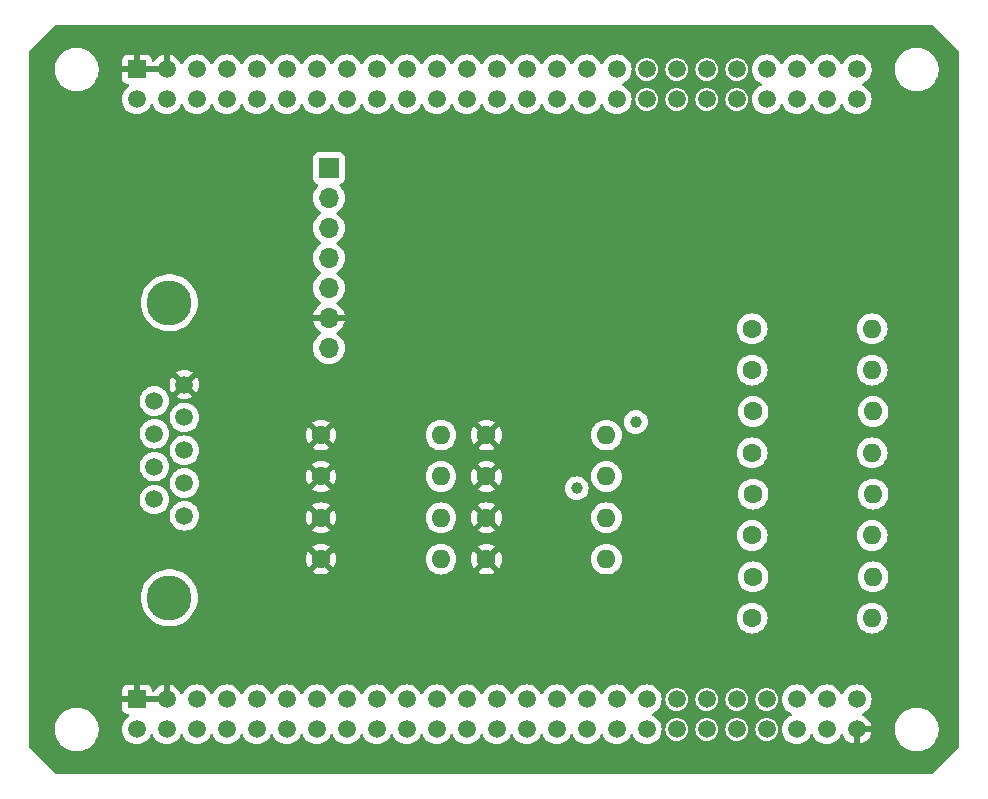
<source format=gbl>
G04 #@! TF.GenerationSoftware,KiCad,Pcbnew,8.0.0*
G04 #@! TF.CreationDate,2024-05-03T13:59:33-04:00*
G04 #@! TF.ProjectId,hdmi_trigger_interface,68646d69-5f74-4726-9967-6765725f696e,rev?*
G04 #@! TF.SameCoordinates,Original*
G04 #@! TF.FileFunction,Copper,L4,Bot*
G04 #@! TF.FilePolarity,Positive*
%FSLAX46Y46*%
G04 Gerber Fmt 4.6, Leading zero omitted, Abs format (unit mm)*
G04 Created by KiCad (PCBNEW 8.0.0) date 2024-05-03 13:59:33*
%MOMM*%
%LPD*%
G01*
G04 APERTURE LIST*
G04 #@! TA.AperFunction,ComponentPad*
%ADD10C,1.498600*%
G04 #@! TD*
G04 #@! TA.AperFunction,ComponentPad*
%ADD11C,3.810000*%
G04 #@! TD*
G04 #@! TA.AperFunction,ComponentPad*
%ADD12C,1.600000*%
G04 #@! TD*
G04 #@! TA.AperFunction,ComponentPad*
%ADD13O,1.600000X1.600000*%
G04 #@! TD*
G04 #@! TA.AperFunction,ComponentPad*
%ADD14R,1.700000X1.700000*%
G04 #@! TD*
G04 #@! TA.AperFunction,ComponentPad*
%ADD15O,1.700000X1.700000*%
G04 #@! TD*
G04 #@! TA.AperFunction,ComponentPad*
%ADD16C,1.508000*%
G04 #@! TD*
G04 #@! TA.AperFunction,ComponentPad*
%ADD17R,1.508000X1.508000*%
G04 #@! TD*
G04 #@! TA.AperFunction,ViaPad*
%ADD18C,1.000000*%
G04 #@! TD*
G04 APERTURE END LIST*
D10*
X205774801Y-57220001D03*
X203234801Y-58610001D03*
X205774801Y-60000000D03*
X203234801Y-61390000D03*
X205774801Y-62780000D03*
X203234801Y-64170000D03*
X205774801Y-65560000D03*
X203234801Y-66949999D03*
X205774801Y-68339999D03*
D11*
X204504801Y-50285001D03*
X204504801Y-75274999D03*
D12*
X231340000Y-65000000D03*
D13*
X241500000Y-65000000D03*
D14*
X218000000Y-38880000D03*
D15*
X218000000Y-41420000D03*
X218000000Y-43960000D03*
X218000000Y-46500000D03*
X218000000Y-49040000D03*
X218000000Y-51580000D03*
X218000000Y-54120000D03*
D12*
X217340000Y-72000000D03*
D13*
X227500000Y-72000000D03*
D12*
X217340000Y-68500000D03*
D13*
X227500000Y-68500000D03*
D12*
X217340000Y-65000000D03*
D13*
X227500000Y-65000000D03*
D12*
X217340000Y-61500000D03*
D13*
X227500000Y-61500000D03*
D12*
X231340000Y-72000000D03*
D13*
X241500000Y-72000000D03*
D12*
X231340000Y-68500000D03*
D13*
X241500000Y-68500000D03*
D12*
X231340000Y-61500000D03*
D13*
X241500000Y-61500000D03*
D12*
X253840000Y-77000000D03*
D13*
X264000000Y-77000000D03*
D12*
X253920000Y-73500000D03*
D13*
X264080000Y-73500000D03*
D12*
X253840000Y-70000000D03*
D13*
X264000000Y-70000000D03*
D12*
X253920000Y-66500000D03*
D13*
X264080000Y-66500000D03*
D12*
X253840000Y-63000000D03*
D13*
X264000000Y-63000000D03*
D12*
X253920000Y-59500000D03*
D13*
X264080000Y-59500000D03*
D12*
X253840000Y-56000000D03*
D13*
X264000000Y-56000000D03*
D12*
X253840000Y-52500000D03*
D13*
X264000000Y-52500000D03*
D16*
X242382500Y-33076600D03*
X242382500Y-30536600D03*
X239842500Y-33076600D03*
X239842500Y-30536600D03*
X237302500Y-33076600D03*
X237302500Y-30536600D03*
X234762500Y-33076600D03*
X234762500Y-30536600D03*
X232222500Y-33076600D03*
X232222500Y-30536600D03*
X229682500Y-33076600D03*
X229682500Y-30536600D03*
X227142500Y-33076600D03*
X227142500Y-30536600D03*
X224602500Y-33076600D03*
X224602500Y-30536600D03*
X222062500Y-33076600D03*
X222062500Y-30536600D03*
X219522500Y-33076600D03*
X219522500Y-30536600D03*
X216982500Y-33076600D03*
X216982500Y-30536600D03*
X214442500Y-33076600D03*
X214442500Y-30536600D03*
X211902500Y-33076600D03*
X211902500Y-30536600D03*
X209362500Y-33076600D03*
X209362500Y-30536600D03*
X206822500Y-33076600D03*
X206822500Y-30536600D03*
X209362500Y-86416600D03*
X209362500Y-83876600D03*
X211902500Y-86416600D03*
X211902500Y-83876600D03*
X214442500Y-86416600D03*
X214442500Y-83876600D03*
X216982500Y-86416600D03*
X216982500Y-83876600D03*
X219522500Y-86416600D03*
X219522500Y-83876600D03*
X222062500Y-86416600D03*
X222062500Y-83876600D03*
X224602500Y-86416600D03*
X224602500Y-83876600D03*
X227142500Y-86416600D03*
X227142500Y-83876600D03*
X229682500Y-86416600D03*
X229682500Y-83876600D03*
X232222500Y-86416600D03*
X232222500Y-83876600D03*
X234762500Y-86416600D03*
X234762500Y-83876600D03*
X237302500Y-86416600D03*
X237302500Y-83876600D03*
X239842500Y-86416600D03*
X239842500Y-83876600D03*
X242382500Y-86416600D03*
X242382500Y-83876600D03*
X244922500Y-86416600D03*
X244922500Y-83876600D03*
X247462500Y-86416600D03*
X247462500Y-83876600D03*
X250002500Y-86416600D03*
X250002500Y-83876600D03*
X252542500Y-86416600D03*
X252542500Y-83876600D03*
X255082500Y-86416600D03*
X255082500Y-83876600D03*
X262702500Y-33076600D03*
X262702500Y-30536600D03*
X260162500Y-33076600D03*
X260162500Y-30536600D03*
X257622500Y-33076600D03*
X257622500Y-30536600D03*
X255082500Y-33076600D03*
X255082500Y-30536600D03*
X252542500Y-33076600D03*
X252542500Y-30536600D03*
X250002500Y-33076600D03*
X250002500Y-30536600D03*
X247462500Y-33076600D03*
X247462500Y-30536600D03*
X244922500Y-33076600D03*
X244922500Y-30536600D03*
X206822500Y-86416600D03*
D17*
X201742500Y-30536600D03*
D16*
X204282500Y-30536600D03*
D17*
X201742500Y-83876600D03*
D16*
X204282500Y-83876600D03*
X262702500Y-86416600D03*
X201742500Y-33076600D03*
X201742500Y-86416600D03*
X262702500Y-83876600D03*
X206822500Y-83876600D03*
X260162500Y-86416600D03*
X260162500Y-83876600D03*
X257622500Y-86416600D03*
X257622500Y-83876600D03*
X204282500Y-33076600D03*
X204282500Y-86416600D03*
D18*
X244000000Y-60395200D03*
X239000000Y-66000000D03*
G04 #@! TA.AperFunction,Conductor*
G36*
X203816575Y-83683607D02*
G01*
X203782500Y-83810774D01*
X203782500Y-83942426D01*
X203816575Y-84069593D01*
X203849488Y-84126600D01*
X202175512Y-84126600D01*
X202208425Y-84069593D01*
X202242500Y-83942426D01*
X202242500Y-83810774D01*
X202208425Y-83683607D01*
X202175512Y-83626600D01*
X203849488Y-83626600D01*
X203816575Y-83683607D01*
G37*
G04 #@! TD.AperFunction*
G04 #@! TA.AperFunction,Conductor*
G36*
X203816575Y-30343607D02*
G01*
X203782500Y-30470774D01*
X203782500Y-30602426D01*
X203816575Y-30729593D01*
X203849488Y-30786600D01*
X202175512Y-30786600D01*
X202208425Y-30729593D01*
X202242500Y-30602426D01*
X202242500Y-30470774D01*
X202208425Y-30343607D01*
X202175512Y-30286600D01*
X203849488Y-30286600D01*
X203816575Y-30343607D01*
G37*
G04 #@! TD.AperFunction*
G04 #@! TA.AperFunction,Conductor*
G36*
X269152233Y-26771785D02*
G01*
X269173219Y-26788764D01*
X271087059Y-28717762D01*
X271291044Y-28923362D01*
X271324287Y-28984817D01*
X271327018Y-29010660D01*
X271344480Y-87942156D01*
X271324815Y-88009202D01*
X271308161Y-88029874D01*
X269173256Y-90164781D01*
X269111933Y-90198266D01*
X269085575Y-90201100D01*
X194914425Y-90201100D01*
X194847386Y-90181415D01*
X194826744Y-90164781D01*
X192691819Y-88029856D01*
X192658334Y-87968533D01*
X192655500Y-87942175D01*
X192655500Y-86537888D01*
X194812000Y-86537888D01*
X194843661Y-86778385D01*
X194906447Y-87012704D01*
X194999273Y-87236805D01*
X194999276Y-87236812D01*
X195120564Y-87446889D01*
X195120566Y-87446892D01*
X195120567Y-87446893D01*
X195268233Y-87639336D01*
X195268239Y-87639343D01*
X195439756Y-87810860D01*
X195439762Y-87810865D01*
X195632211Y-87958536D01*
X195842288Y-88079824D01*
X196066400Y-88172654D01*
X196300711Y-88235438D01*
X196481086Y-88259184D01*
X196541211Y-88267100D01*
X196541212Y-88267100D01*
X196783789Y-88267100D01*
X196831888Y-88260767D01*
X197024289Y-88235438D01*
X197258600Y-88172654D01*
X197482712Y-88079824D01*
X197692789Y-87958536D01*
X197885238Y-87810865D01*
X198056765Y-87639338D01*
X198204436Y-87446889D01*
X198325724Y-87236812D01*
X198418554Y-87012700D01*
X198481338Y-86778389D01*
X198513000Y-86537888D01*
X198513000Y-86416602D01*
X200483208Y-86416602D01*
X200499632Y-86604342D01*
X200502339Y-86635274D01*
X200559153Y-86847303D01*
X200559154Y-86847306D01*
X200559155Y-86847308D01*
X200651919Y-87046242D01*
X200651923Y-87046250D01*
X200777822Y-87226052D01*
X200777827Y-87226058D01*
X200933041Y-87381272D01*
X200933047Y-87381277D01*
X201112849Y-87507176D01*
X201112851Y-87507177D01*
X201112854Y-87507179D01*
X201311797Y-87599947D01*
X201523826Y-87656761D01*
X201680021Y-87670426D01*
X201742498Y-87675892D01*
X201742500Y-87675892D01*
X201742502Y-87675892D01*
X201797168Y-87671109D01*
X201961174Y-87656761D01*
X202173203Y-87599947D01*
X202372146Y-87507179D01*
X202551957Y-87381274D01*
X202707174Y-87226057D01*
X202833079Y-87046246D01*
X202900118Y-86902478D01*
X202946290Y-86850039D01*
X203013483Y-86830887D01*
X203080364Y-86851102D01*
X203124881Y-86902478D01*
X203147621Y-86951244D01*
X203191919Y-87046242D01*
X203191923Y-87046250D01*
X203317822Y-87226052D01*
X203317827Y-87226058D01*
X203473041Y-87381272D01*
X203473047Y-87381277D01*
X203652849Y-87507176D01*
X203652851Y-87507177D01*
X203652854Y-87507179D01*
X203851797Y-87599947D01*
X204063826Y-87656761D01*
X204220021Y-87670426D01*
X204282498Y-87675892D01*
X204282500Y-87675892D01*
X204282502Y-87675892D01*
X204337168Y-87671109D01*
X204501174Y-87656761D01*
X204713203Y-87599947D01*
X204912146Y-87507179D01*
X205091957Y-87381274D01*
X205247174Y-87226057D01*
X205373079Y-87046246D01*
X205440118Y-86902478D01*
X205486290Y-86850039D01*
X205553483Y-86830887D01*
X205620364Y-86851102D01*
X205664881Y-86902478D01*
X205687621Y-86951244D01*
X205731919Y-87046242D01*
X205731923Y-87046250D01*
X205857822Y-87226052D01*
X205857827Y-87226058D01*
X206013041Y-87381272D01*
X206013047Y-87381277D01*
X206192849Y-87507176D01*
X206192851Y-87507177D01*
X206192854Y-87507179D01*
X206391797Y-87599947D01*
X206603826Y-87656761D01*
X206760021Y-87670426D01*
X206822498Y-87675892D01*
X206822500Y-87675892D01*
X206822502Y-87675892D01*
X206877168Y-87671109D01*
X207041174Y-87656761D01*
X207253203Y-87599947D01*
X207452146Y-87507179D01*
X207631957Y-87381274D01*
X207787174Y-87226057D01*
X207913079Y-87046246D01*
X207980118Y-86902478D01*
X208026290Y-86850039D01*
X208093483Y-86830887D01*
X208160364Y-86851102D01*
X208204881Y-86902478D01*
X208227621Y-86951244D01*
X208271919Y-87046242D01*
X208271923Y-87046250D01*
X208397822Y-87226052D01*
X208397827Y-87226058D01*
X208553041Y-87381272D01*
X208553047Y-87381277D01*
X208732849Y-87507176D01*
X208732851Y-87507177D01*
X208732854Y-87507179D01*
X208931797Y-87599947D01*
X209143826Y-87656761D01*
X209300021Y-87670426D01*
X209362498Y-87675892D01*
X209362500Y-87675892D01*
X209362502Y-87675892D01*
X209417168Y-87671109D01*
X209581174Y-87656761D01*
X209793203Y-87599947D01*
X209992146Y-87507179D01*
X210171957Y-87381274D01*
X210327174Y-87226057D01*
X210453079Y-87046246D01*
X210520118Y-86902478D01*
X210566290Y-86850039D01*
X210633483Y-86830887D01*
X210700364Y-86851102D01*
X210744881Y-86902478D01*
X210767621Y-86951244D01*
X210811919Y-87046242D01*
X210811923Y-87046250D01*
X210937822Y-87226052D01*
X210937827Y-87226058D01*
X211093041Y-87381272D01*
X211093047Y-87381277D01*
X211272849Y-87507176D01*
X211272851Y-87507177D01*
X211272854Y-87507179D01*
X211471797Y-87599947D01*
X211683826Y-87656761D01*
X211840021Y-87670426D01*
X211902498Y-87675892D01*
X211902500Y-87675892D01*
X211902502Y-87675892D01*
X211957168Y-87671109D01*
X212121174Y-87656761D01*
X212333203Y-87599947D01*
X212532146Y-87507179D01*
X212711957Y-87381274D01*
X212867174Y-87226057D01*
X212993079Y-87046246D01*
X213060118Y-86902478D01*
X213106290Y-86850039D01*
X213173483Y-86830887D01*
X213240364Y-86851102D01*
X213284881Y-86902478D01*
X213307621Y-86951244D01*
X213351919Y-87046242D01*
X213351923Y-87046250D01*
X213477822Y-87226052D01*
X213477827Y-87226058D01*
X213633041Y-87381272D01*
X213633047Y-87381277D01*
X213812849Y-87507176D01*
X213812851Y-87507177D01*
X213812854Y-87507179D01*
X214011797Y-87599947D01*
X214223826Y-87656761D01*
X214380021Y-87670426D01*
X214442498Y-87675892D01*
X214442500Y-87675892D01*
X214442502Y-87675892D01*
X214497168Y-87671109D01*
X214661174Y-87656761D01*
X214873203Y-87599947D01*
X215072146Y-87507179D01*
X215251957Y-87381274D01*
X215407174Y-87226057D01*
X215533079Y-87046246D01*
X215600118Y-86902478D01*
X215646290Y-86850039D01*
X215713483Y-86830887D01*
X215780364Y-86851102D01*
X215824881Y-86902478D01*
X215847621Y-86951244D01*
X215891919Y-87046242D01*
X215891923Y-87046250D01*
X216017822Y-87226052D01*
X216017827Y-87226058D01*
X216173041Y-87381272D01*
X216173047Y-87381277D01*
X216352849Y-87507176D01*
X216352851Y-87507177D01*
X216352854Y-87507179D01*
X216551797Y-87599947D01*
X216763826Y-87656761D01*
X216920021Y-87670426D01*
X216982498Y-87675892D01*
X216982500Y-87675892D01*
X216982502Y-87675892D01*
X217037168Y-87671109D01*
X217201174Y-87656761D01*
X217413203Y-87599947D01*
X217612146Y-87507179D01*
X217791957Y-87381274D01*
X217947174Y-87226057D01*
X218073079Y-87046246D01*
X218140118Y-86902478D01*
X218186290Y-86850039D01*
X218253483Y-86830887D01*
X218320364Y-86851102D01*
X218364881Y-86902478D01*
X218387621Y-86951244D01*
X218431919Y-87046242D01*
X218431923Y-87046250D01*
X218557822Y-87226052D01*
X218557827Y-87226058D01*
X218713041Y-87381272D01*
X218713047Y-87381277D01*
X218892849Y-87507176D01*
X218892851Y-87507177D01*
X218892854Y-87507179D01*
X219091797Y-87599947D01*
X219303826Y-87656761D01*
X219460021Y-87670426D01*
X219522498Y-87675892D01*
X219522500Y-87675892D01*
X219522502Y-87675892D01*
X219577168Y-87671109D01*
X219741174Y-87656761D01*
X219953203Y-87599947D01*
X220152146Y-87507179D01*
X220331957Y-87381274D01*
X220487174Y-87226057D01*
X220613079Y-87046246D01*
X220680118Y-86902478D01*
X220726290Y-86850039D01*
X220793483Y-86830887D01*
X220860364Y-86851102D01*
X220904881Y-86902478D01*
X220927621Y-86951244D01*
X220971919Y-87046242D01*
X220971923Y-87046250D01*
X221097822Y-87226052D01*
X221097827Y-87226058D01*
X221253041Y-87381272D01*
X221253047Y-87381277D01*
X221432849Y-87507176D01*
X221432851Y-87507177D01*
X221432854Y-87507179D01*
X221631797Y-87599947D01*
X221843826Y-87656761D01*
X222000021Y-87670426D01*
X222062498Y-87675892D01*
X222062500Y-87675892D01*
X222062502Y-87675892D01*
X222117168Y-87671109D01*
X222281174Y-87656761D01*
X222493203Y-87599947D01*
X222692146Y-87507179D01*
X222871957Y-87381274D01*
X223027174Y-87226057D01*
X223153079Y-87046246D01*
X223220118Y-86902478D01*
X223266290Y-86850039D01*
X223333483Y-86830887D01*
X223400364Y-86851102D01*
X223444881Y-86902478D01*
X223467621Y-86951244D01*
X223511919Y-87046242D01*
X223511923Y-87046250D01*
X223637822Y-87226052D01*
X223637827Y-87226058D01*
X223793041Y-87381272D01*
X223793047Y-87381277D01*
X223972849Y-87507176D01*
X223972851Y-87507177D01*
X223972854Y-87507179D01*
X224171797Y-87599947D01*
X224383826Y-87656761D01*
X224540021Y-87670426D01*
X224602498Y-87675892D01*
X224602500Y-87675892D01*
X224602502Y-87675892D01*
X224657168Y-87671109D01*
X224821174Y-87656761D01*
X225033203Y-87599947D01*
X225232146Y-87507179D01*
X225411957Y-87381274D01*
X225567174Y-87226057D01*
X225693079Y-87046246D01*
X225760118Y-86902478D01*
X225806290Y-86850039D01*
X225873483Y-86830887D01*
X225940364Y-86851102D01*
X225984881Y-86902478D01*
X226007621Y-86951244D01*
X226051919Y-87046242D01*
X226051923Y-87046250D01*
X226177822Y-87226052D01*
X226177827Y-87226058D01*
X226333041Y-87381272D01*
X226333047Y-87381277D01*
X226512849Y-87507176D01*
X226512851Y-87507177D01*
X226512854Y-87507179D01*
X226711797Y-87599947D01*
X226923826Y-87656761D01*
X227080021Y-87670426D01*
X227142498Y-87675892D01*
X227142500Y-87675892D01*
X227142502Y-87675892D01*
X227197168Y-87671109D01*
X227361174Y-87656761D01*
X227573203Y-87599947D01*
X227772146Y-87507179D01*
X227951957Y-87381274D01*
X228107174Y-87226057D01*
X228233079Y-87046246D01*
X228300118Y-86902478D01*
X228346290Y-86850039D01*
X228413483Y-86830887D01*
X228480364Y-86851102D01*
X228524881Y-86902478D01*
X228547621Y-86951244D01*
X228591919Y-87046242D01*
X228591923Y-87046250D01*
X228717822Y-87226052D01*
X228717827Y-87226058D01*
X228873041Y-87381272D01*
X228873047Y-87381277D01*
X229052849Y-87507176D01*
X229052851Y-87507177D01*
X229052854Y-87507179D01*
X229251797Y-87599947D01*
X229463826Y-87656761D01*
X229620021Y-87670426D01*
X229682498Y-87675892D01*
X229682500Y-87675892D01*
X229682502Y-87675892D01*
X229737168Y-87671109D01*
X229901174Y-87656761D01*
X230113203Y-87599947D01*
X230312146Y-87507179D01*
X230491957Y-87381274D01*
X230647174Y-87226057D01*
X230773079Y-87046246D01*
X230840118Y-86902478D01*
X230886290Y-86850039D01*
X230953483Y-86830887D01*
X231020364Y-86851102D01*
X231064881Y-86902478D01*
X231087621Y-86951244D01*
X231131919Y-87046242D01*
X231131923Y-87046250D01*
X231257822Y-87226052D01*
X231257827Y-87226058D01*
X231413041Y-87381272D01*
X231413047Y-87381277D01*
X231592849Y-87507176D01*
X231592851Y-87507177D01*
X231592854Y-87507179D01*
X231791797Y-87599947D01*
X232003826Y-87656761D01*
X232160021Y-87670426D01*
X232222498Y-87675892D01*
X232222500Y-87675892D01*
X232222502Y-87675892D01*
X232277168Y-87671109D01*
X232441174Y-87656761D01*
X232653203Y-87599947D01*
X232852146Y-87507179D01*
X233031957Y-87381274D01*
X233187174Y-87226057D01*
X233313079Y-87046246D01*
X233380118Y-86902478D01*
X233426290Y-86850039D01*
X233493483Y-86830887D01*
X233560364Y-86851102D01*
X233604881Y-86902478D01*
X233627621Y-86951244D01*
X233671919Y-87046242D01*
X233671923Y-87046250D01*
X233797822Y-87226052D01*
X233797827Y-87226058D01*
X233953041Y-87381272D01*
X233953047Y-87381277D01*
X234132849Y-87507176D01*
X234132851Y-87507177D01*
X234132854Y-87507179D01*
X234331797Y-87599947D01*
X234543826Y-87656761D01*
X234700021Y-87670426D01*
X234762498Y-87675892D01*
X234762500Y-87675892D01*
X234762502Y-87675892D01*
X234817168Y-87671109D01*
X234981174Y-87656761D01*
X235193203Y-87599947D01*
X235392146Y-87507179D01*
X235571957Y-87381274D01*
X235727174Y-87226057D01*
X235853079Y-87046246D01*
X235920118Y-86902478D01*
X235966290Y-86850039D01*
X236033483Y-86830887D01*
X236100364Y-86851102D01*
X236144881Y-86902478D01*
X236167621Y-86951244D01*
X236211919Y-87046242D01*
X236211923Y-87046250D01*
X236337822Y-87226052D01*
X236337827Y-87226058D01*
X236493041Y-87381272D01*
X236493047Y-87381277D01*
X236672849Y-87507176D01*
X236672851Y-87507177D01*
X236672854Y-87507179D01*
X236871797Y-87599947D01*
X237083826Y-87656761D01*
X237240021Y-87670426D01*
X237302498Y-87675892D01*
X237302500Y-87675892D01*
X237302502Y-87675892D01*
X237357168Y-87671109D01*
X237521174Y-87656761D01*
X237733203Y-87599947D01*
X237932146Y-87507179D01*
X238111957Y-87381274D01*
X238267174Y-87226057D01*
X238393079Y-87046246D01*
X238460118Y-86902478D01*
X238506290Y-86850039D01*
X238573483Y-86830887D01*
X238640364Y-86851102D01*
X238684881Y-86902478D01*
X238707621Y-86951244D01*
X238751919Y-87046242D01*
X238751923Y-87046250D01*
X238877822Y-87226052D01*
X238877827Y-87226058D01*
X239033041Y-87381272D01*
X239033047Y-87381277D01*
X239212849Y-87507176D01*
X239212851Y-87507177D01*
X239212854Y-87507179D01*
X239411797Y-87599947D01*
X239623826Y-87656761D01*
X239780021Y-87670426D01*
X239842498Y-87675892D01*
X239842500Y-87675892D01*
X239842502Y-87675892D01*
X239897168Y-87671109D01*
X240061174Y-87656761D01*
X240273203Y-87599947D01*
X240472146Y-87507179D01*
X240651957Y-87381274D01*
X240807174Y-87226057D01*
X240933079Y-87046246D01*
X241000118Y-86902478D01*
X241046290Y-86850039D01*
X241113483Y-86830887D01*
X241180364Y-86851102D01*
X241224881Y-86902478D01*
X241247621Y-86951244D01*
X241291919Y-87046242D01*
X241291923Y-87046250D01*
X241417822Y-87226052D01*
X241417827Y-87226058D01*
X241573041Y-87381272D01*
X241573047Y-87381277D01*
X241752849Y-87507176D01*
X241752851Y-87507177D01*
X241752854Y-87507179D01*
X241951797Y-87599947D01*
X242163826Y-87656761D01*
X242320021Y-87670426D01*
X242382498Y-87675892D01*
X242382500Y-87675892D01*
X242382502Y-87675892D01*
X242437168Y-87671109D01*
X242601174Y-87656761D01*
X242813203Y-87599947D01*
X243012146Y-87507179D01*
X243191957Y-87381274D01*
X243347174Y-87226057D01*
X243473079Y-87046246D01*
X243540118Y-86902478D01*
X243586290Y-86850039D01*
X243653483Y-86830887D01*
X243720364Y-86851102D01*
X243764881Y-86902478D01*
X243787621Y-86951244D01*
X243831919Y-87046242D01*
X243831923Y-87046250D01*
X243957822Y-87226052D01*
X243957827Y-87226058D01*
X244113041Y-87381272D01*
X244113047Y-87381277D01*
X244292849Y-87507176D01*
X244292851Y-87507177D01*
X244292854Y-87507179D01*
X244491797Y-87599947D01*
X244703826Y-87656761D01*
X244860021Y-87670426D01*
X244922498Y-87675892D01*
X244922500Y-87675892D01*
X244922502Y-87675892D01*
X244977168Y-87671109D01*
X245141174Y-87656761D01*
X245353203Y-87599947D01*
X245552146Y-87507179D01*
X245731957Y-87381274D01*
X245887174Y-87226057D01*
X246013079Y-87046246D01*
X246105847Y-86847303D01*
X246162661Y-86635274D01*
X246181792Y-86416600D01*
X246500166Y-86416600D01*
X246518656Y-86604340D01*
X246528038Y-86635268D01*
X246573419Y-86784869D01*
X246662349Y-86951244D01*
X246662351Y-86951246D01*
X246782026Y-87097073D01*
X246870110Y-87169360D01*
X246927856Y-87216751D01*
X247094231Y-87305681D01*
X247274758Y-87360443D01*
X247462500Y-87378934D01*
X247650242Y-87360443D01*
X247830769Y-87305681D01*
X247997144Y-87216751D01*
X248142973Y-87097073D01*
X248262651Y-86951244D01*
X248351581Y-86784869D01*
X248406343Y-86604342D01*
X248424834Y-86416600D01*
X249040166Y-86416600D01*
X249058656Y-86604340D01*
X249068038Y-86635268D01*
X249113419Y-86784869D01*
X249202349Y-86951244D01*
X249202351Y-86951246D01*
X249322026Y-87097073D01*
X249410110Y-87169360D01*
X249467856Y-87216751D01*
X249634231Y-87305681D01*
X249814758Y-87360443D01*
X250002500Y-87378934D01*
X250190242Y-87360443D01*
X250370769Y-87305681D01*
X250537144Y-87216751D01*
X250682973Y-87097073D01*
X250802651Y-86951244D01*
X250891581Y-86784869D01*
X250946343Y-86604342D01*
X250964834Y-86416600D01*
X251580166Y-86416600D01*
X251598656Y-86604340D01*
X251608038Y-86635268D01*
X251653419Y-86784869D01*
X251742349Y-86951244D01*
X251742351Y-86951246D01*
X251862026Y-87097073D01*
X251950110Y-87169360D01*
X252007856Y-87216751D01*
X252174231Y-87305681D01*
X252354758Y-87360443D01*
X252542500Y-87378934D01*
X252730242Y-87360443D01*
X252910769Y-87305681D01*
X253077144Y-87216751D01*
X253222973Y-87097073D01*
X253342651Y-86951244D01*
X253431581Y-86784869D01*
X253486343Y-86604342D01*
X253504834Y-86416600D01*
X254120166Y-86416600D01*
X254138656Y-86604340D01*
X254148038Y-86635268D01*
X254193419Y-86784869D01*
X254282349Y-86951244D01*
X254282351Y-86951246D01*
X254402026Y-87097073D01*
X254490110Y-87169360D01*
X254547856Y-87216751D01*
X254714231Y-87305681D01*
X254894758Y-87360443D01*
X255082500Y-87378934D01*
X255270242Y-87360443D01*
X255450769Y-87305681D01*
X255617144Y-87216751D01*
X255762973Y-87097073D01*
X255882651Y-86951244D01*
X255971581Y-86784869D01*
X256026343Y-86604342D01*
X256044834Y-86416602D01*
X256363208Y-86416602D01*
X256379632Y-86604342D01*
X256382339Y-86635274D01*
X256439153Y-86847303D01*
X256439154Y-86847306D01*
X256439155Y-86847308D01*
X256531919Y-87046242D01*
X256531923Y-87046250D01*
X256657822Y-87226052D01*
X256657827Y-87226058D01*
X256813041Y-87381272D01*
X256813047Y-87381277D01*
X256992849Y-87507176D01*
X256992851Y-87507177D01*
X256992854Y-87507179D01*
X257191797Y-87599947D01*
X257403826Y-87656761D01*
X257560021Y-87670426D01*
X257622498Y-87675892D01*
X257622500Y-87675892D01*
X257622502Y-87675892D01*
X257677168Y-87671109D01*
X257841174Y-87656761D01*
X258053203Y-87599947D01*
X258252146Y-87507179D01*
X258431957Y-87381274D01*
X258587174Y-87226057D01*
X258713079Y-87046246D01*
X258780118Y-86902478D01*
X258826290Y-86850039D01*
X258893483Y-86830887D01*
X258960364Y-86851102D01*
X259004881Y-86902478D01*
X259027621Y-86951244D01*
X259071919Y-87046242D01*
X259071923Y-87046250D01*
X259197822Y-87226052D01*
X259197827Y-87226058D01*
X259353041Y-87381272D01*
X259353047Y-87381277D01*
X259532849Y-87507176D01*
X259532851Y-87507177D01*
X259532854Y-87507179D01*
X259731797Y-87599947D01*
X259943826Y-87656761D01*
X260100021Y-87670426D01*
X260162498Y-87675892D01*
X260162500Y-87675892D01*
X260162502Y-87675892D01*
X260217168Y-87671109D01*
X260381174Y-87656761D01*
X260593203Y-87599947D01*
X260792146Y-87507179D01*
X260971957Y-87381274D01*
X261127174Y-87226057D01*
X261253079Y-87046246D01*
X261320393Y-86901888D01*
X261366565Y-86849449D01*
X261433758Y-86830297D01*
X261500639Y-86850512D01*
X261545157Y-86901888D01*
X261612355Y-87045994D01*
X261612356Y-87045996D01*
X261738211Y-87225736D01*
X261893363Y-87380888D01*
X262073103Y-87506743D01*
X262073105Y-87506744D01*
X262271968Y-87599476D01*
X262271972Y-87599477D01*
X262452499Y-87647847D01*
X262452500Y-87647847D01*
X262452500Y-86849612D01*
X262509507Y-86882525D01*
X262636674Y-86916600D01*
X262768326Y-86916600D01*
X262895493Y-86882525D01*
X262952500Y-86849612D01*
X262952500Y-87647847D01*
X263133027Y-87599477D01*
X263133031Y-87599476D01*
X263331894Y-87506744D01*
X263331896Y-87506743D01*
X263511636Y-87380888D01*
X263666788Y-87225736D01*
X263792643Y-87045996D01*
X263792644Y-87045994D01*
X263885374Y-86847133D01*
X263885378Y-86847124D01*
X263933749Y-86666600D01*
X263135512Y-86666600D01*
X263168425Y-86609593D01*
X263187639Y-86537888D01*
X265932000Y-86537888D01*
X265963661Y-86778385D01*
X266026447Y-87012704D01*
X266119273Y-87236805D01*
X266119276Y-87236812D01*
X266240564Y-87446889D01*
X266240566Y-87446892D01*
X266240567Y-87446893D01*
X266388233Y-87639336D01*
X266388239Y-87639343D01*
X266559756Y-87810860D01*
X266559762Y-87810865D01*
X266752211Y-87958536D01*
X266962288Y-88079824D01*
X267186400Y-88172654D01*
X267420711Y-88235438D01*
X267601086Y-88259184D01*
X267661211Y-88267100D01*
X267661212Y-88267100D01*
X267903789Y-88267100D01*
X267951888Y-88260767D01*
X268144289Y-88235438D01*
X268378600Y-88172654D01*
X268602712Y-88079824D01*
X268812789Y-87958536D01*
X269005238Y-87810865D01*
X269176765Y-87639338D01*
X269324436Y-87446889D01*
X269445724Y-87236812D01*
X269538554Y-87012700D01*
X269601338Y-86778389D01*
X269633000Y-86537888D01*
X269633000Y-86295312D01*
X269601338Y-86054811D01*
X269538554Y-85820500D01*
X269445724Y-85596388D01*
X269324436Y-85386311D01*
X269226733Y-85258982D01*
X269176766Y-85193863D01*
X269176760Y-85193856D01*
X269005243Y-85022339D01*
X269005236Y-85022333D01*
X268812793Y-84874667D01*
X268812792Y-84874666D01*
X268812789Y-84874664D01*
X268624025Y-84765681D01*
X268602714Y-84753377D01*
X268602705Y-84753373D01*
X268378604Y-84660547D01*
X268144285Y-84597761D01*
X267903789Y-84566100D01*
X267903788Y-84566100D01*
X267661212Y-84566100D01*
X267661211Y-84566100D01*
X267420714Y-84597761D01*
X267186395Y-84660547D01*
X266962294Y-84753373D01*
X266962285Y-84753377D01*
X266752206Y-84874667D01*
X266559763Y-85022333D01*
X266559756Y-85022339D01*
X266388239Y-85193856D01*
X266388233Y-85193863D01*
X266240567Y-85386306D01*
X266119277Y-85596385D01*
X266119273Y-85596394D01*
X266026447Y-85820495D01*
X265963661Y-86054814D01*
X265932000Y-86295311D01*
X265932000Y-86537888D01*
X263187639Y-86537888D01*
X263202500Y-86482426D01*
X263202500Y-86350774D01*
X263168425Y-86223607D01*
X263135512Y-86166600D01*
X263933749Y-86166600D01*
X263933749Y-86166599D01*
X263885378Y-85986075D01*
X263885374Y-85986066D01*
X263792644Y-85787205D01*
X263792643Y-85787203D01*
X263666788Y-85607463D01*
X263511636Y-85452311D01*
X263331896Y-85326456D01*
X263331894Y-85326455D01*
X263187788Y-85259257D01*
X263135349Y-85213084D01*
X263116197Y-85145891D01*
X263136413Y-85079010D01*
X263187788Y-85034493D01*
X263332146Y-84967179D01*
X263511957Y-84841274D01*
X263667174Y-84686057D01*
X263793079Y-84506246D01*
X263885847Y-84307303D01*
X263942661Y-84095274D01*
X263961792Y-83876600D01*
X263942661Y-83657926D01*
X263885847Y-83445897D01*
X263793079Y-83246954D01*
X263793077Y-83246951D01*
X263793076Y-83246949D01*
X263667177Y-83067147D01*
X263667172Y-83067141D01*
X263511958Y-82911927D01*
X263511952Y-82911922D01*
X263332150Y-82786023D01*
X263332142Y-82786019D01*
X263133208Y-82693255D01*
X263133206Y-82693254D01*
X263133203Y-82693253D01*
X262982385Y-82652840D01*
X262921175Y-82636439D01*
X262921168Y-82636438D01*
X262702502Y-82617308D01*
X262702498Y-82617308D01*
X262483831Y-82636438D01*
X262483824Y-82636439D01*
X262361402Y-82669242D01*
X262271797Y-82693253D01*
X262271795Y-82693253D01*
X262271791Y-82693255D01*
X262072857Y-82786019D01*
X262072849Y-82786023D01*
X261893047Y-82911922D01*
X261893041Y-82911927D01*
X261737827Y-83067141D01*
X261737822Y-83067147D01*
X261611923Y-83246949D01*
X261611919Y-83246957D01*
X261544882Y-83390720D01*
X261498710Y-83443160D01*
X261431517Y-83462312D01*
X261364635Y-83442096D01*
X261320118Y-83390720D01*
X261257101Y-83255580D01*
X261253079Y-83246954D01*
X261253077Y-83246951D01*
X261253076Y-83246949D01*
X261127177Y-83067147D01*
X261127172Y-83067141D01*
X260971958Y-82911927D01*
X260971952Y-82911922D01*
X260792150Y-82786023D01*
X260792142Y-82786019D01*
X260593208Y-82693255D01*
X260593206Y-82693254D01*
X260593203Y-82693253D01*
X260442385Y-82652840D01*
X260381175Y-82636439D01*
X260381168Y-82636438D01*
X260162502Y-82617308D01*
X260162498Y-82617308D01*
X259943831Y-82636438D01*
X259943824Y-82636439D01*
X259821402Y-82669242D01*
X259731797Y-82693253D01*
X259731795Y-82693253D01*
X259731791Y-82693255D01*
X259532857Y-82786019D01*
X259532849Y-82786023D01*
X259353047Y-82911922D01*
X259353041Y-82911927D01*
X259197827Y-83067141D01*
X259197822Y-83067147D01*
X259071923Y-83246949D01*
X259071919Y-83246957D01*
X259004882Y-83390720D01*
X258958710Y-83443160D01*
X258891517Y-83462312D01*
X258824635Y-83442096D01*
X258780118Y-83390720D01*
X258717101Y-83255580D01*
X258713079Y-83246954D01*
X258713077Y-83246951D01*
X258713076Y-83246949D01*
X258587177Y-83067147D01*
X258587172Y-83067141D01*
X258431958Y-82911927D01*
X258431952Y-82911922D01*
X258252150Y-82786023D01*
X258252142Y-82786019D01*
X258053208Y-82693255D01*
X258053206Y-82693254D01*
X258053203Y-82693253D01*
X257902385Y-82652840D01*
X257841175Y-82636439D01*
X257841168Y-82636438D01*
X257622502Y-82617308D01*
X257622498Y-82617308D01*
X257403831Y-82636438D01*
X257403824Y-82636439D01*
X257281402Y-82669242D01*
X257191797Y-82693253D01*
X257191795Y-82693253D01*
X257191791Y-82693255D01*
X256992857Y-82786019D01*
X256992849Y-82786023D01*
X256813047Y-82911922D01*
X256813041Y-82911927D01*
X256657827Y-83067141D01*
X256657822Y-83067147D01*
X256531923Y-83246949D01*
X256531919Y-83246957D01*
X256439155Y-83445891D01*
X256439153Y-83445895D01*
X256439153Y-83445897D01*
X256430953Y-83476501D01*
X256382339Y-83657924D01*
X256382338Y-83657931D01*
X256363208Y-83876597D01*
X256363208Y-83876602D01*
X256379632Y-84064342D01*
X256382339Y-84095274D01*
X256439153Y-84307303D01*
X256439154Y-84307306D01*
X256439155Y-84307308D01*
X256531919Y-84506242D01*
X256531923Y-84506250D01*
X256657822Y-84686052D01*
X256657827Y-84686058D01*
X256813041Y-84841272D01*
X256813047Y-84841277D01*
X256992849Y-84967176D01*
X256992851Y-84967177D01*
X256992854Y-84967179D01*
X257037055Y-84987790D01*
X257136620Y-85034218D01*
X257189060Y-85080390D01*
X257208212Y-85147583D01*
X257187996Y-85214465D01*
X257136620Y-85258982D01*
X256992857Y-85326019D01*
X256992849Y-85326023D01*
X256813047Y-85451922D01*
X256813041Y-85451927D01*
X256657827Y-85607141D01*
X256657822Y-85607147D01*
X256531923Y-85786949D01*
X256531919Y-85786957D01*
X256439155Y-85985891D01*
X256439153Y-85985895D01*
X256439153Y-85985897D01*
X256415142Y-86075502D01*
X256382339Y-86197924D01*
X256382338Y-86197931D01*
X256363208Y-86416597D01*
X256363208Y-86416602D01*
X256044834Y-86416602D01*
X256044834Y-86416600D01*
X256026343Y-86228858D01*
X255971581Y-86048331D01*
X255882651Y-85881956D01*
X255832212Y-85820495D01*
X255762973Y-85736126D01*
X255617146Y-85616451D01*
X255617147Y-85616451D01*
X255617144Y-85616449D01*
X255450769Y-85527519D01*
X255360505Y-85500138D01*
X255270240Y-85472756D01*
X255082500Y-85454266D01*
X254894759Y-85472756D01*
X254714228Y-85527520D01*
X254613813Y-85581193D01*
X254547856Y-85616449D01*
X254547854Y-85616450D01*
X254547853Y-85616451D01*
X254402026Y-85736126D01*
X254282351Y-85881953D01*
X254193420Y-86048328D01*
X254138656Y-86228859D01*
X254120166Y-86416600D01*
X253504834Y-86416600D01*
X253486343Y-86228858D01*
X253431581Y-86048331D01*
X253342651Y-85881956D01*
X253292212Y-85820495D01*
X253222973Y-85736126D01*
X253077146Y-85616451D01*
X253077147Y-85616451D01*
X253077144Y-85616449D01*
X252910769Y-85527519D01*
X252820505Y-85500138D01*
X252730240Y-85472756D01*
X252542500Y-85454266D01*
X252354759Y-85472756D01*
X252174228Y-85527520D01*
X252073813Y-85581193D01*
X252007856Y-85616449D01*
X252007854Y-85616450D01*
X252007853Y-85616451D01*
X251862026Y-85736126D01*
X251742351Y-85881953D01*
X251653420Y-86048328D01*
X251598656Y-86228859D01*
X251580166Y-86416600D01*
X250964834Y-86416600D01*
X250946343Y-86228858D01*
X250891581Y-86048331D01*
X250802651Y-85881956D01*
X250752212Y-85820495D01*
X250682973Y-85736126D01*
X250537146Y-85616451D01*
X250537147Y-85616451D01*
X250537144Y-85616449D01*
X250370769Y-85527519D01*
X250280505Y-85500138D01*
X250190240Y-85472756D01*
X250002500Y-85454266D01*
X249814759Y-85472756D01*
X249634228Y-85527520D01*
X249533813Y-85581193D01*
X249467856Y-85616449D01*
X249467854Y-85616450D01*
X249467853Y-85616451D01*
X249322026Y-85736126D01*
X249202351Y-85881953D01*
X249113420Y-86048328D01*
X249058656Y-86228859D01*
X249040166Y-86416600D01*
X248424834Y-86416600D01*
X248406343Y-86228858D01*
X248351581Y-86048331D01*
X248262651Y-85881956D01*
X248212212Y-85820495D01*
X248142973Y-85736126D01*
X247997146Y-85616451D01*
X247997147Y-85616451D01*
X247997144Y-85616449D01*
X247830769Y-85527519D01*
X247740505Y-85500138D01*
X247650240Y-85472756D01*
X247462500Y-85454266D01*
X247274759Y-85472756D01*
X247094228Y-85527520D01*
X246993813Y-85581193D01*
X246927856Y-85616449D01*
X246927854Y-85616450D01*
X246927853Y-85616451D01*
X246782026Y-85736126D01*
X246662351Y-85881953D01*
X246573420Y-86048328D01*
X246518656Y-86228859D01*
X246500166Y-86416600D01*
X246181792Y-86416600D01*
X246162661Y-86197926D01*
X246105847Y-85985897D01*
X246013079Y-85786954D01*
X246013077Y-85786951D01*
X246013076Y-85786949D01*
X245887177Y-85607147D01*
X245887172Y-85607141D01*
X245731958Y-85451927D01*
X245731952Y-85451922D01*
X245552150Y-85326023D01*
X245552142Y-85326019D01*
X245408379Y-85258982D01*
X245355939Y-85212810D01*
X245336787Y-85145617D01*
X245357002Y-85078736D01*
X245408379Y-85034218D01*
X245433854Y-85022339D01*
X245552146Y-84967179D01*
X245731957Y-84841274D01*
X245887174Y-84686057D01*
X246013079Y-84506246D01*
X246105847Y-84307303D01*
X246162661Y-84095274D01*
X246181792Y-83876600D01*
X246500166Y-83876600D01*
X246518656Y-84064340D01*
X246528038Y-84095268D01*
X246573419Y-84244869D01*
X246662349Y-84411244D01*
X246662351Y-84411246D01*
X246782026Y-84557073D01*
X246831607Y-84597762D01*
X246927856Y-84676751D01*
X247094231Y-84765681D01*
X247274758Y-84820443D01*
X247462500Y-84838934D01*
X247650242Y-84820443D01*
X247830769Y-84765681D01*
X247997144Y-84676751D01*
X248142973Y-84557073D01*
X248262651Y-84411244D01*
X248351581Y-84244869D01*
X248406343Y-84064342D01*
X248424834Y-83876600D01*
X249040166Y-83876600D01*
X249058656Y-84064340D01*
X249068038Y-84095268D01*
X249113419Y-84244869D01*
X249202349Y-84411244D01*
X249202351Y-84411246D01*
X249322026Y-84557073D01*
X249371607Y-84597762D01*
X249467856Y-84676751D01*
X249634231Y-84765681D01*
X249814758Y-84820443D01*
X250002500Y-84838934D01*
X250190242Y-84820443D01*
X250370769Y-84765681D01*
X250537144Y-84676751D01*
X250682973Y-84557073D01*
X250802651Y-84411244D01*
X250891581Y-84244869D01*
X250946343Y-84064342D01*
X250964834Y-83876600D01*
X251580166Y-83876600D01*
X251598656Y-84064340D01*
X251608038Y-84095268D01*
X251653419Y-84244869D01*
X251742349Y-84411244D01*
X251742351Y-84411246D01*
X251862026Y-84557073D01*
X251911607Y-84597762D01*
X252007856Y-84676751D01*
X252174231Y-84765681D01*
X252354758Y-84820443D01*
X252542500Y-84838934D01*
X252730242Y-84820443D01*
X252910769Y-84765681D01*
X253077144Y-84676751D01*
X253222973Y-84557073D01*
X253342651Y-84411244D01*
X253431581Y-84244869D01*
X253486343Y-84064342D01*
X253504834Y-83876600D01*
X254120166Y-83876600D01*
X254138656Y-84064340D01*
X254148038Y-84095268D01*
X254193419Y-84244869D01*
X254282349Y-84411244D01*
X254282351Y-84411246D01*
X254402026Y-84557073D01*
X254451607Y-84597762D01*
X254547856Y-84676751D01*
X254714231Y-84765681D01*
X254894758Y-84820443D01*
X255082500Y-84838934D01*
X255270242Y-84820443D01*
X255450769Y-84765681D01*
X255617144Y-84676751D01*
X255762973Y-84557073D01*
X255882651Y-84411244D01*
X255971581Y-84244869D01*
X256026343Y-84064342D01*
X256044834Y-83876600D01*
X256026343Y-83688858D01*
X255971581Y-83508331D01*
X255882651Y-83341956D01*
X255805861Y-83248386D01*
X255762973Y-83196126D01*
X255617146Y-83076451D01*
X255617147Y-83076451D01*
X255617144Y-83076449D01*
X255450769Y-82987519D01*
X255360505Y-82960138D01*
X255270240Y-82932756D01*
X255082500Y-82914266D01*
X254894759Y-82932756D01*
X254714228Y-82987520D01*
X254662406Y-83015220D01*
X254547856Y-83076449D01*
X254547854Y-83076450D01*
X254547853Y-83076451D01*
X254402026Y-83196126D01*
X254282351Y-83341953D01*
X254193420Y-83508328D01*
X254138656Y-83688859D01*
X254120166Y-83876600D01*
X253504834Y-83876600D01*
X253486343Y-83688858D01*
X253431581Y-83508331D01*
X253342651Y-83341956D01*
X253265861Y-83248386D01*
X253222973Y-83196126D01*
X253077146Y-83076451D01*
X253077147Y-83076451D01*
X253077144Y-83076449D01*
X252910769Y-82987519D01*
X252820505Y-82960138D01*
X252730240Y-82932756D01*
X252542500Y-82914266D01*
X252354759Y-82932756D01*
X252174228Y-82987520D01*
X252122406Y-83015220D01*
X252007856Y-83076449D01*
X252007854Y-83076450D01*
X252007853Y-83076451D01*
X251862026Y-83196126D01*
X251742351Y-83341953D01*
X251653420Y-83508328D01*
X251598656Y-83688859D01*
X251580166Y-83876600D01*
X250964834Y-83876600D01*
X250946343Y-83688858D01*
X250891581Y-83508331D01*
X250802651Y-83341956D01*
X250725861Y-83248386D01*
X250682973Y-83196126D01*
X250537146Y-83076451D01*
X250537147Y-83076451D01*
X250537144Y-83076449D01*
X250370769Y-82987519D01*
X250280505Y-82960138D01*
X250190240Y-82932756D01*
X250002500Y-82914266D01*
X249814759Y-82932756D01*
X249634228Y-82987520D01*
X249582406Y-83015220D01*
X249467856Y-83076449D01*
X249467854Y-83076450D01*
X249467853Y-83076451D01*
X249322026Y-83196126D01*
X249202351Y-83341953D01*
X249113420Y-83508328D01*
X249058656Y-83688859D01*
X249040166Y-83876600D01*
X248424834Y-83876600D01*
X248406343Y-83688858D01*
X248351581Y-83508331D01*
X248262651Y-83341956D01*
X248185861Y-83248386D01*
X248142973Y-83196126D01*
X247997146Y-83076451D01*
X247997147Y-83076451D01*
X247997144Y-83076449D01*
X247830769Y-82987519D01*
X247740505Y-82960138D01*
X247650240Y-82932756D01*
X247462500Y-82914266D01*
X247274759Y-82932756D01*
X247094228Y-82987520D01*
X247042406Y-83015220D01*
X246927856Y-83076449D01*
X246927854Y-83076450D01*
X246927853Y-83076451D01*
X246782026Y-83196126D01*
X246662351Y-83341953D01*
X246573420Y-83508328D01*
X246518656Y-83688859D01*
X246500166Y-83876600D01*
X246181792Y-83876600D01*
X246162661Y-83657926D01*
X246105847Y-83445897D01*
X246013079Y-83246954D01*
X246013077Y-83246951D01*
X246013076Y-83246949D01*
X245887177Y-83067147D01*
X245887172Y-83067141D01*
X245731958Y-82911927D01*
X245731952Y-82911922D01*
X245552150Y-82786023D01*
X245552142Y-82786019D01*
X245353208Y-82693255D01*
X245353206Y-82693254D01*
X245353203Y-82693253D01*
X245202385Y-82652840D01*
X245141175Y-82636439D01*
X245141168Y-82636438D01*
X244922502Y-82617308D01*
X244922498Y-82617308D01*
X244703831Y-82636438D01*
X244703824Y-82636439D01*
X244581402Y-82669242D01*
X244491797Y-82693253D01*
X244491795Y-82693253D01*
X244491791Y-82693255D01*
X244292857Y-82786019D01*
X244292849Y-82786023D01*
X244113047Y-82911922D01*
X244113041Y-82911927D01*
X243957827Y-83067141D01*
X243957822Y-83067147D01*
X243831923Y-83246949D01*
X243831919Y-83246957D01*
X243764882Y-83390720D01*
X243718710Y-83443160D01*
X243651517Y-83462312D01*
X243584635Y-83442096D01*
X243540118Y-83390720D01*
X243477101Y-83255580D01*
X243473079Y-83246954D01*
X243473077Y-83246951D01*
X243473076Y-83246949D01*
X243347177Y-83067147D01*
X243347172Y-83067141D01*
X243191958Y-82911927D01*
X243191952Y-82911922D01*
X243012150Y-82786023D01*
X243012142Y-82786019D01*
X242813208Y-82693255D01*
X242813206Y-82693254D01*
X242813203Y-82693253D01*
X242662385Y-82652840D01*
X242601175Y-82636439D01*
X242601168Y-82636438D01*
X242382502Y-82617308D01*
X242382498Y-82617308D01*
X242163831Y-82636438D01*
X242163824Y-82636439D01*
X242041402Y-82669242D01*
X241951797Y-82693253D01*
X241951795Y-82693253D01*
X241951791Y-82693255D01*
X241752857Y-82786019D01*
X241752849Y-82786023D01*
X241573047Y-82911922D01*
X241573041Y-82911927D01*
X241417827Y-83067141D01*
X241417822Y-83067147D01*
X241291923Y-83246949D01*
X241291919Y-83246957D01*
X241224882Y-83390720D01*
X241178710Y-83443160D01*
X241111517Y-83462312D01*
X241044635Y-83442096D01*
X241000118Y-83390720D01*
X240937101Y-83255580D01*
X240933079Y-83246954D01*
X240933077Y-83246951D01*
X240933076Y-83246949D01*
X240807177Y-83067147D01*
X240807172Y-83067141D01*
X240651958Y-82911927D01*
X240651952Y-82911922D01*
X240472150Y-82786023D01*
X240472142Y-82786019D01*
X240273208Y-82693255D01*
X240273206Y-82693254D01*
X240273203Y-82693253D01*
X240122385Y-82652840D01*
X240061175Y-82636439D01*
X240061168Y-82636438D01*
X239842502Y-82617308D01*
X239842498Y-82617308D01*
X239623831Y-82636438D01*
X239623824Y-82636439D01*
X239501402Y-82669242D01*
X239411797Y-82693253D01*
X239411795Y-82693253D01*
X239411791Y-82693255D01*
X239212857Y-82786019D01*
X239212849Y-82786023D01*
X239033047Y-82911922D01*
X239033041Y-82911927D01*
X238877827Y-83067141D01*
X238877822Y-83067147D01*
X238751923Y-83246949D01*
X238751919Y-83246957D01*
X238684882Y-83390720D01*
X238638710Y-83443160D01*
X238571517Y-83462312D01*
X238504635Y-83442096D01*
X238460118Y-83390720D01*
X238397101Y-83255580D01*
X238393079Y-83246954D01*
X238393077Y-83246951D01*
X238393076Y-83246949D01*
X238267177Y-83067147D01*
X238267172Y-83067141D01*
X238111958Y-82911927D01*
X238111952Y-82911922D01*
X237932150Y-82786023D01*
X237932142Y-82786019D01*
X237733208Y-82693255D01*
X237733206Y-82693254D01*
X237733203Y-82693253D01*
X237582385Y-82652840D01*
X237521175Y-82636439D01*
X237521168Y-82636438D01*
X237302502Y-82617308D01*
X237302498Y-82617308D01*
X237083831Y-82636438D01*
X237083824Y-82636439D01*
X236961402Y-82669242D01*
X236871797Y-82693253D01*
X236871795Y-82693253D01*
X236871791Y-82693255D01*
X236672857Y-82786019D01*
X236672849Y-82786023D01*
X236493047Y-82911922D01*
X236493041Y-82911927D01*
X236337827Y-83067141D01*
X236337822Y-83067147D01*
X236211923Y-83246949D01*
X236211919Y-83246957D01*
X236144882Y-83390720D01*
X236098710Y-83443160D01*
X236031517Y-83462312D01*
X235964635Y-83442096D01*
X235920118Y-83390720D01*
X235857101Y-83255580D01*
X235853079Y-83246954D01*
X235853077Y-83246951D01*
X235853076Y-83246949D01*
X235727177Y-83067147D01*
X235727172Y-83067141D01*
X235571958Y-82911927D01*
X235571952Y-82911922D01*
X235392150Y-82786023D01*
X235392142Y-82786019D01*
X235193208Y-82693255D01*
X235193206Y-82693254D01*
X235193203Y-82693253D01*
X235042385Y-82652840D01*
X234981175Y-82636439D01*
X234981168Y-82636438D01*
X234762502Y-82617308D01*
X234762498Y-82617308D01*
X234543831Y-82636438D01*
X234543824Y-82636439D01*
X234421402Y-82669242D01*
X234331797Y-82693253D01*
X234331795Y-82693253D01*
X234331791Y-82693255D01*
X234132857Y-82786019D01*
X234132849Y-82786023D01*
X233953047Y-82911922D01*
X233953041Y-82911927D01*
X233797827Y-83067141D01*
X233797822Y-83067147D01*
X233671923Y-83246949D01*
X233671919Y-83246957D01*
X233604882Y-83390720D01*
X233558710Y-83443160D01*
X233491517Y-83462312D01*
X233424635Y-83442096D01*
X233380118Y-83390720D01*
X233317101Y-83255580D01*
X233313079Y-83246954D01*
X233313077Y-83246951D01*
X233313076Y-83246949D01*
X233187177Y-83067147D01*
X233187172Y-83067141D01*
X233031958Y-82911927D01*
X233031952Y-82911922D01*
X232852150Y-82786023D01*
X232852142Y-82786019D01*
X232653208Y-82693255D01*
X232653206Y-82693254D01*
X232653203Y-82693253D01*
X232502385Y-82652840D01*
X232441175Y-82636439D01*
X232441168Y-82636438D01*
X232222502Y-82617308D01*
X232222498Y-82617308D01*
X232003831Y-82636438D01*
X232003824Y-82636439D01*
X231881402Y-82669242D01*
X231791797Y-82693253D01*
X231791795Y-82693253D01*
X231791791Y-82693255D01*
X231592857Y-82786019D01*
X231592849Y-82786023D01*
X231413047Y-82911922D01*
X231413041Y-82911927D01*
X231257827Y-83067141D01*
X231257822Y-83067147D01*
X231131923Y-83246949D01*
X231131919Y-83246957D01*
X231064882Y-83390720D01*
X231018710Y-83443160D01*
X230951517Y-83462312D01*
X230884635Y-83442096D01*
X230840118Y-83390720D01*
X230777101Y-83255580D01*
X230773079Y-83246954D01*
X230773077Y-83246951D01*
X230773076Y-83246949D01*
X230647177Y-83067147D01*
X230647172Y-83067141D01*
X230491958Y-82911927D01*
X230491952Y-82911922D01*
X230312150Y-82786023D01*
X230312142Y-82786019D01*
X230113208Y-82693255D01*
X230113206Y-82693254D01*
X230113203Y-82693253D01*
X229962385Y-82652840D01*
X229901175Y-82636439D01*
X229901168Y-82636438D01*
X229682502Y-82617308D01*
X229682498Y-82617308D01*
X229463831Y-82636438D01*
X229463824Y-82636439D01*
X229341402Y-82669242D01*
X229251797Y-82693253D01*
X229251795Y-82693253D01*
X229251791Y-82693255D01*
X229052857Y-82786019D01*
X229052849Y-82786023D01*
X228873047Y-82911922D01*
X228873041Y-82911927D01*
X228717827Y-83067141D01*
X228717822Y-83067147D01*
X228591923Y-83246949D01*
X228591919Y-83246957D01*
X228524882Y-83390720D01*
X228478710Y-83443160D01*
X228411517Y-83462312D01*
X228344635Y-83442096D01*
X228300118Y-83390720D01*
X228237101Y-83255580D01*
X228233079Y-83246954D01*
X228233077Y-83246951D01*
X228233076Y-83246949D01*
X228107177Y-83067147D01*
X228107172Y-83067141D01*
X227951958Y-82911927D01*
X227951952Y-82911922D01*
X227772150Y-82786023D01*
X227772142Y-82786019D01*
X227573208Y-82693255D01*
X227573206Y-82693254D01*
X227573203Y-82693253D01*
X227422385Y-82652840D01*
X227361175Y-82636439D01*
X227361168Y-82636438D01*
X227142502Y-82617308D01*
X227142498Y-82617308D01*
X226923831Y-82636438D01*
X226923824Y-82636439D01*
X226801402Y-82669242D01*
X226711797Y-82693253D01*
X226711795Y-82693253D01*
X226711791Y-82693255D01*
X226512857Y-82786019D01*
X226512849Y-82786023D01*
X226333047Y-82911922D01*
X226333041Y-82911927D01*
X226177827Y-83067141D01*
X226177822Y-83067147D01*
X226051923Y-83246949D01*
X226051919Y-83246957D01*
X225984882Y-83390720D01*
X225938710Y-83443160D01*
X225871517Y-83462312D01*
X225804635Y-83442096D01*
X225760118Y-83390720D01*
X225697101Y-83255580D01*
X225693079Y-83246954D01*
X225693077Y-83246951D01*
X225693076Y-83246949D01*
X225567177Y-83067147D01*
X225567172Y-83067141D01*
X225411958Y-82911927D01*
X225411952Y-82911922D01*
X225232150Y-82786023D01*
X225232142Y-82786019D01*
X225033208Y-82693255D01*
X225033206Y-82693254D01*
X225033203Y-82693253D01*
X224882385Y-82652840D01*
X224821175Y-82636439D01*
X224821168Y-82636438D01*
X224602502Y-82617308D01*
X224602498Y-82617308D01*
X224383831Y-82636438D01*
X224383824Y-82636439D01*
X224261402Y-82669242D01*
X224171797Y-82693253D01*
X224171795Y-82693253D01*
X224171791Y-82693255D01*
X223972857Y-82786019D01*
X223972849Y-82786023D01*
X223793047Y-82911922D01*
X223793041Y-82911927D01*
X223637827Y-83067141D01*
X223637822Y-83067147D01*
X223511923Y-83246949D01*
X223511919Y-83246957D01*
X223444882Y-83390720D01*
X223398710Y-83443160D01*
X223331517Y-83462312D01*
X223264635Y-83442096D01*
X223220118Y-83390720D01*
X223157101Y-83255580D01*
X223153079Y-83246954D01*
X223153077Y-83246951D01*
X223153076Y-83246949D01*
X223027177Y-83067147D01*
X223027172Y-83067141D01*
X222871958Y-82911927D01*
X222871952Y-82911922D01*
X222692150Y-82786023D01*
X222692142Y-82786019D01*
X222493208Y-82693255D01*
X222493206Y-82693254D01*
X222493203Y-82693253D01*
X222342385Y-82652840D01*
X222281175Y-82636439D01*
X222281168Y-82636438D01*
X222062502Y-82617308D01*
X222062498Y-82617308D01*
X221843831Y-82636438D01*
X221843824Y-82636439D01*
X221721402Y-82669242D01*
X221631797Y-82693253D01*
X221631795Y-82693253D01*
X221631791Y-82693255D01*
X221432857Y-82786019D01*
X221432849Y-82786023D01*
X221253047Y-82911922D01*
X221253041Y-82911927D01*
X221097827Y-83067141D01*
X221097822Y-83067147D01*
X220971923Y-83246949D01*
X220971919Y-83246957D01*
X220904882Y-83390720D01*
X220858710Y-83443160D01*
X220791517Y-83462312D01*
X220724635Y-83442096D01*
X220680118Y-83390720D01*
X220617101Y-83255580D01*
X220613079Y-83246954D01*
X220613077Y-83246951D01*
X220613076Y-83246949D01*
X220487177Y-83067147D01*
X220487172Y-83067141D01*
X220331958Y-82911927D01*
X220331952Y-82911922D01*
X220152150Y-82786023D01*
X220152142Y-82786019D01*
X219953208Y-82693255D01*
X219953206Y-82693254D01*
X219953203Y-82693253D01*
X219802385Y-82652840D01*
X219741175Y-82636439D01*
X219741168Y-82636438D01*
X219522502Y-82617308D01*
X219522498Y-82617308D01*
X219303831Y-82636438D01*
X219303824Y-82636439D01*
X219181402Y-82669242D01*
X219091797Y-82693253D01*
X219091795Y-82693253D01*
X219091791Y-82693255D01*
X218892857Y-82786019D01*
X218892849Y-82786023D01*
X218713047Y-82911922D01*
X218713041Y-82911927D01*
X218557827Y-83067141D01*
X218557822Y-83067147D01*
X218431923Y-83246949D01*
X218431919Y-83246957D01*
X218364882Y-83390720D01*
X218318710Y-83443160D01*
X218251517Y-83462312D01*
X218184635Y-83442096D01*
X218140118Y-83390720D01*
X218077101Y-83255580D01*
X218073079Y-83246954D01*
X218073077Y-83246951D01*
X218073076Y-83246949D01*
X217947177Y-83067147D01*
X217947172Y-83067141D01*
X217791958Y-82911927D01*
X217791952Y-82911922D01*
X217612150Y-82786023D01*
X217612142Y-82786019D01*
X217413208Y-82693255D01*
X217413206Y-82693254D01*
X217413203Y-82693253D01*
X217262385Y-82652840D01*
X217201175Y-82636439D01*
X217201168Y-82636438D01*
X216982502Y-82617308D01*
X216982498Y-82617308D01*
X216763831Y-82636438D01*
X216763824Y-82636439D01*
X216641402Y-82669242D01*
X216551797Y-82693253D01*
X216551795Y-82693253D01*
X216551791Y-82693255D01*
X216352857Y-82786019D01*
X216352849Y-82786023D01*
X216173047Y-82911922D01*
X216173041Y-82911927D01*
X216017827Y-83067141D01*
X216017822Y-83067147D01*
X215891923Y-83246949D01*
X215891919Y-83246957D01*
X215824882Y-83390720D01*
X215778710Y-83443160D01*
X215711517Y-83462312D01*
X215644635Y-83442096D01*
X215600118Y-83390720D01*
X215537101Y-83255580D01*
X215533079Y-83246954D01*
X215533077Y-83246951D01*
X215533076Y-83246949D01*
X215407177Y-83067147D01*
X215407172Y-83067141D01*
X215251958Y-82911927D01*
X215251952Y-82911922D01*
X215072150Y-82786023D01*
X215072142Y-82786019D01*
X214873208Y-82693255D01*
X214873206Y-82693254D01*
X214873203Y-82693253D01*
X214722385Y-82652840D01*
X214661175Y-82636439D01*
X214661168Y-82636438D01*
X214442502Y-82617308D01*
X214442498Y-82617308D01*
X214223831Y-82636438D01*
X214223824Y-82636439D01*
X214101402Y-82669242D01*
X214011797Y-82693253D01*
X214011795Y-82693253D01*
X214011791Y-82693255D01*
X213812857Y-82786019D01*
X213812849Y-82786023D01*
X213633047Y-82911922D01*
X213633041Y-82911927D01*
X213477827Y-83067141D01*
X213477822Y-83067147D01*
X213351923Y-83246949D01*
X213351919Y-83246957D01*
X213284882Y-83390720D01*
X213238710Y-83443160D01*
X213171517Y-83462312D01*
X213104635Y-83442096D01*
X213060118Y-83390720D01*
X212997101Y-83255580D01*
X212993079Y-83246954D01*
X212993077Y-83246951D01*
X212993076Y-83246949D01*
X212867177Y-83067147D01*
X212867172Y-83067141D01*
X212711958Y-82911927D01*
X212711952Y-82911922D01*
X212532150Y-82786023D01*
X212532142Y-82786019D01*
X212333208Y-82693255D01*
X212333206Y-82693254D01*
X212333203Y-82693253D01*
X212182385Y-82652840D01*
X212121175Y-82636439D01*
X212121168Y-82636438D01*
X211902502Y-82617308D01*
X211902498Y-82617308D01*
X211683831Y-82636438D01*
X211683824Y-82636439D01*
X211561402Y-82669242D01*
X211471797Y-82693253D01*
X211471795Y-82693253D01*
X211471791Y-82693255D01*
X211272857Y-82786019D01*
X211272849Y-82786023D01*
X211093047Y-82911922D01*
X211093041Y-82911927D01*
X210937827Y-83067141D01*
X210937822Y-83067147D01*
X210811923Y-83246949D01*
X210811919Y-83246957D01*
X210744882Y-83390720D01*
X210698710Y-83443160D01*
X210631517Y-83462312D01*
X210564635Y-83442096D01*
X210520118Y-83390720D01*
X210457101Y-83255580D01*
X210453079Y-83246954D01*
X210453077Y-83246951D01*
X210453076Y-83246949D01*
X210327177Y-83067147D01*
X210327172Y-83067141D01*
X210171958Y-82911927D01*
X210171952Y-82911922D01*
X209992150Y-82786023D01*
X209992142Y-82786019D01*
X209793208Y-82693255D01*
X209793206Y-82693254D01*
X209793203Y-82693253D01*
X209642385Y-82652840D01*
X209581175Y-82636439D01*
X209581168Y-82636438D01*
X209362502Y-82617308D01*
X209362498Y-82617308D01*
X209143831Y-82636438D01*
X209143824Y-82636439D01*
X209021402Y-82669242D01*
X208931797Y-82693253D01*
X208931795Y-82693253D01*
X208931791Y-82693255D01*
X208732857Y-82786019D01*
X208732849Y-82786023D01*
X208553047Y-82911922D01*
X208553041Y-82911927D01*
X208397827Y-83067141D01*
X208397822Y-83067147D01*
X208271923Y-83246949D01*
X208271919Y-83246957D01*
X208204882Y-83390720D01*
X208158710Y-83443160D01*
X208091517Y-83462312D01*
X208024635Y-83442096D01*
X207980118Y-83390720D01*
X207917101Y-83255580D01*
X207913079Y-83246954D01*
X207913077Y-83246951D01*
X207913076Y-83246949D01*
X207787177Y-83067147D01*
X207787172Y-83067141D01*
X207631958Y-82911927D01*
X207631952Y-82911922D01*
X207452150Y-82786023D01*
X207452142Y-82786019D01*
X207253208Y-82693255D01*
X207253206Y-82693254D01*
X207253203Y-82693253D01*
X207102385Y-82652840D01*
X207041175Y-82636439D01*
X207041168Y-82636438D01*
X206822502Y-82617308D01*
X206822498Y-82617308D01*
X206603831Y-82636438D01*
X206603824Y-82636439D01*
X206481402Y-82669242D01*
X206391797Y-82693253D01*
X206391795Y-82693253D01*
X206391791Y-82693255D01*
X206192857Y-82786019D01*
X206192849Y-82786023D01*
X206013047Y-82911922D01*
X206013041Y-82911927D01*
X205857827Y-83067141D01*
X205857822Y-83067147D01*
X205731923Y-83246949D01*
X205731921Y-83246953D01*
X205664606Y-83391311D01*
X205618433Y-83443750D01*
X205551240Y-83462902D01*
X205484359Y-83442686D01*
X205439842Y-83391311D01*
X205372644Y-83247205D01*
X205372643Y-83247203D01*
X205246788Y-83067463D01*
X205091636Y-82912311D01*
X204911896Y-82786456D01*
X204911894Y-82786455D01*
X204713033Y-82693725D01*
X204713024Y-82693721D01*
X204532500Y-82645350D01*
X204532500Y-83443588D01*
X204475493Y-83410675D01*
X204348326Y-83376600D01*
X204216674Y-83376600D01*
X204089507Y-83410675D01*
X204032500Y-83443588D01*
X204032500Y-82645351D01*
X204032499Y-82645350D01*
X203851975Y-82693721D01*
X203851966Y-82693725D01*
X203653105Y-82786455D01*
X203653103Y-82786456D01*
X203473363Y-82912311D01*
X203318211Y-83067463D01*
X203222075Y-83204761D01*
X203167498Y-83248386D01*
X203098000Y-83255580D01*
X203035645Y-83224057D01*
X203000231Y-83163827D01*
X202996500Y-83133638D01*
X202996500Y-83074772D01*
X202996499Y-83074755D01*
X202990098Y-83015227D01*
X202990096Y-83015220D01*
X202939854Y-82880513D01*
X202939850Y-82880506D01*
X202853690Y-82765412D01*
X202853687Y-82765409D01*
X202738593Y-82679249D01*
X202738586Y-82679245D01*
X202603879Y-82629003D01*
X202603872Y-82629001D01*
X202544344Y-82622600D01*
X201992500Y-82622600D01*
X201992500Y-83443588D01*
X201935493Y-83410675D01*
X201808326Y-83376600D01*
X201676674Y-83376600D01*
X201549507Y-83410675D01*
X201492500Y-83443588D01*
X201492500Y-82622600D01*
X200940655Y-82622600D01*
X200881127Y-82629001D01*
X200881120Y-82629003D01*
X200746413Y-82679245D01*
X200746406Y-82679249D01*
X200631312Y-82765409D01*
X200631309Y-82765412D01*
X200545149Y-82880506D01*
X200545145Y-82880513D01*
X200494903Y-83015220D01*
X200494901Y-83015227D01*
X200488500Y-83074755D01*
X200488500Y-83626600D01*
X201309488Y-83626600D01*
X201276575Y-83683607D01*
X201242500Y-83810774D01*
X201242500Y-83942426D01*
X201276575Y-84069593D01*
X201309488Y-84126600D01*
X200488500Y-84126600D01*
X200488500Y-84678444D01*
X200494901Y-84737972D01*
X200494903Y-84737979D01*
X200545145Y-84872686D01*
X200545149Y-84872693D01*
X200631309Y-84987787D01*
X200631312Y-84987790D01*
X200746406Y-85073950D01*
X200746413Y-85073954D01*
X200881120Y-85124196D01*
X200881127Y-85124198D01*
X200940655Y-85130599D01*
X200940672Y-85130600D01*
X200998666Y-85130600D01*
X201065705Y-85150285D01*
X201111460Y-85203089D01*
X201121404Y-85272247D01*
X201092379Y-85335803D01*
X201069789Y-85356175D01*
X200933048Y-85451922D01*
X200933041Y-85451927D01*
X200777827Y-85607141D01*
X200777822Y-85607147D01*
X200651923Y-85786949D01*
X200651919Y-85786957D01*
X200559155Y-85985891D01*
X200559153Y-85985895D01*
X200559153Y-85985897D01*
X200535142Y-86075502D01*
X200502339Y-86197924D01*
X200502338Y-86197931D01*
X200483208Y-86416597D01*
X200483208Y-86416602D01*
X198513000Y-86416602D01*
X198513000Y-86295312D01*
X198481338Y-86054811D01*
X198418554Y-85820500D01*
X198325724Y-85596388D01*
X198204436Y-85386311D01*
X198106733Y-85258982D01*
X198056766Y-85193863D01*
X198056760Y-85193856D01*
X197885243Y-85022339D01*
X197885236Y-85022333D01*
X197692793Y-84874667D01*
X197692792Y-84874666D01*
X197692789Y-84874664D01*
X197504025Y-84765681D01*
X197482714Y-84753377D01*
X197482705Y-84753373D01*
X197258604Y-84660547D01*
X197024285Y-84597761D01*
X196783789Y-84566100D01*
X196783788Y-84566100D01*
X196541212Y-84566100D01*
X196541211Y-84566100D01*
X196300714Y-84597761D01*
X196066395Y-84660547D01*
X195842294Y-84753373D01*
X195842285Y-84753377D01*
X195632206Y-84874667D01*
X195439763Y-85022333D01*
X195439756Y-85022339D01*
X195268239Y-85193856D01*
X195268233Y-85193863D01*
X195120567Y-85386306D01*
X194999277Y-85596385D01*
X194999273Y-85596394D01*
X194906447Y-85820495D01*
X194843661Y-86054814D01*
X194812000Y-86295311D01*
X194812000Y-86537888D01*
X192655500Y-86537888D01*
X192655500Y-75275004D01*
X202094545Y-75275004D01*
X202113549Y-75577073D01*
X202113550Y-75577080D01*
X202113551Y-75577084D01*
X202170268Y-75874405D01*
X202263802Y-76162273D01*
X202392678Y-76436149D01*
X202392680Y-76436152D01*
X202392681Y-76436154D01*
X202554859Y-76691707D01*
X202554862Y-76691711D01*
X202554863Y-76691712D01*
X202747800Y-76924933D01*
X202968444Y-77132131D01*
X202968454Y-77132139D01*
X203213309Y-77310037D01*
X203213314Y-77310039D01*
X203213321Y-77310045D01*
X203478564Y-77455864D01*
X203478569Y-77455866D01*
X203478571Y-77455867D01*
X203478572Y-77455868D01*
X203759987Y-77567288D01*
X203759990Y-77567289D01*
X204053160Y-77642562D01*
X204053164Y-77642563D01*
X204116161Y-77650521D01*
X204353448Y-77680498D01*
X204353457Y-77680498D01*
X204353460Y-77680499D01*
X204353462Y-77680499D01*
X204656140Y-77680499D01*
X204656142Y-77680499D01*
X204656145Y-77680498D01*
X204656153Y-77680498D01*
X204835340Y-77657861D01*
X204956438Y-77642563D01*
X205249611Y-77567289D01*
X205249614Y-77567288D01*
X205531029Y-77455868D01*
X205531030Y-77455867D01*
X205531028Y-77455867D01*
X205531038Y-77455864D01*
X205796281Y-77310045D01*
X206041156Y-77132133D01*
X206181863Y-77000001D01*
X252534532Y-77000001D01*
X252554364Y-77226686D01*
X252554366Y-77226697D01*
X252613258Y-77446488D01*
X252613261Y-77446497D01*
X252709431Y-77652732D01*
X252709432Y-77652734D01*
X252839954Y-77839141D01*
X253000858Y-78000045D01*
X253000861Y-78000047D01*
X253187266Y-78130568D01*
X253393504Y-78226739D01*
X253613308Y-78285635D01*
X253775230Y-78299801D01*
X253839998Y-78305468D01*
X253840000Y-78305468D01*
X253840002Y-78305468D01*
X253896673Y-78300509D01*
X254066692Y-78285635D01*
X254286496Y-78226739D01*
X254492734Y-78130568D01*
X254679139Y-78000047D01*
X254840047Y-77839139D01*
X254970568Y-77652734D01*
X255066739Y-77446496D01*
X255125635Y-77226692D01*
X255145468Y-77000001D01*
X262694532Y-77000001D01*
X262714364Y-77226686D01*
X262714366Y-77226697D01*
X262773258Y-77446488D01*
X262773261Y-77446497D01*
X262869431Y-77652732D01*
X262869432Y-77652734D01*
X262999954Y-77839141D01*
X263160858Y-78000045D01*
X263160861Y-78000047D01*
X263347266Y-78130568D01*
X263553504Y-78226739D01*
X263773308Y-78285635D01*
X263935230Y-78299801D01*
X263999998Y-78305468D01*
X264000000Y-78305468D01*
X264000002Y-78305468D01*
X264056673Y-78300509D01*
X264226692Y-78285635D01*
X264446496Y-78226739D01*
X264652734Y-78130568D01*
X264839139Y-78000047D01*
X265000047Y-77839139D01*
X265130568Y-77652734D01*
X265226739Y-77446496D01*
X265285635Y-77226692D01*
X265305468Y-77000000D01*
X265285635Y-76773308D01*
X265226739Y-76553504D01*
X265130568Y-76347266D01*
X265000047Y-76160861D01*
X265000045Y-76160858D01*
X264839141Y-75999954D01*
X264652734Y-75869432D01*
X264652732Y-75869431D01*
X264446497Y-75773261D01*
X264446488Y-75773258D01*
X264226697Y-75714366D01*
X264226693Y-75714365D01*
X264226692Y-75714365D01*
X264226691Y-75714364D01*
X264226686Y-75714364D01*
X264000002Y-75694532D01*
X263999998Y-75694532D01*
X263773313Y-75714364D01*
X263773302Y-75714366D01*
X263553511Y-75773258D01*
X263553502Y-75773261D01*
X263347267Y-75869431D01*
X263347265Y-75869432D01*
X263160858Y-75999954D01*
X262999954Y-76160858D01*
X262869432Y-76347265D01*
X262869431Y-76347267D01*
X262773261Y-76553502D01*
X262773258Y-76553511D01*
X262714366Y-76773302D01*
X262714364Y-76773313D01*
X262694532Y-76999998D01*
X262694532Y-77000001D01*
X255145468Y-77000001D01*
X255145468Y-77000000D01*
X255125635Y-76773308D01*
X255066739Y-76553504D01*
X254970568Y-76347266D01*
X254840047Y-76160861D01*
X254840045Y-76160858D01*
X254679141Y-75999954D01*
X254492734Y-75869432D01*
X254492732Y-75869431D01*
X254286497Y-75773261D01*
X254286488Y-75773258D01*
X254066697Y-75714366D01*
X254066693Y-75714365D01*
X254066692Y-75714365D01*
X254066691Y-75714364D01*
X254066686Y-75714364D01*
X253840002Y-75694532D01*
X253839998Y-75694532D01*
X253613313Y-75714364D01*
X253613302Y-75714366D01*
X253393511Y-75773258D01*
X253393502Y-75773261D01*
X253187267Y-75869431D01*
X253187265Y-75869432D01*
X253000858Y-75999954D01*
X252839954Y-76160858D01*
X252709432Y-76347265D01*
X252709431Y-76347267D01*
X252613261Y-76553502D01*
X252613258Y-76553511D01*
X252554366Y-76773302D01*
X252554364Y-76773313D01*
X252534532Y-76999998D01*
X252534532Y-77000001D01*
X206181863Y-77000001D01*
X206261802Y-76924933D01*
X206454739Y-76691712D01*
X206616924Y-76436149D01*
X206745800Y-76162273D01*
X206839334Y-75874405D01*
X206896051Y-75577084D01*
X206915057Y-75274999D01*
X206896051Y-74972914D01*
X206839334Y-74675593D01*
X206745800Y-74387725D01*
X206616924Y-74113849D01*
X206569222Y-74038684D01*
X206454742Y-73858290D01*
X206454739Y-73858286D01*
X206261802Y-73625065D01*
X206128622Y-73500001D01*
X252614532Y-73500001D01*
X252634364Y-73726686D01*
X252634366Y-73726697D01*
X252693258Y-73946488D01*
X252693261Y-73946497D01*
X252789431Y-74152732D01*
X252789432Y-74152734D01*
X252919954Y-74339141D01*
X253080858Y-74500045D01*
X253080861Y-74500047D01*
X253267266Y-74630568D01*
X253473504Y-74726739D01*
X253693308Y-74785635D01*
X253855230Y-74799801D01*
X253919998Y-74805468D01*
X253920000Y-74805468D01*
X253920002Y-74805468D01*
X253976673Y-74800509D01*
X254146692Y-74785635D01*
X254366496Y-74726739D01*
X254572734Y-74630568D01*
X254759139Y-74500047D01*
X254920047Y-74339139D01*
X255050568Y-74152734D01*
X255146739Y-73946496D01*
X255205635Y-73726692D01*
X255225468Y-73500001D01*
X262774532Y-73500001D01*
X262794364Y-73726686D01*
X262794366Y-73726697D01*
X262853258Y-73946488D01*
X262853261Y-73946497D01*
X262949431Y-74152732D01*
X262949432Y-74152734D01*
X263079954Y-74339141D01*
X263240858Y-74500045D01*
X263240861Y-74500047D01*
X263427266Y-74630568D01*
X263633504Y-74726739D01*
X263853308Y-74785635D01*
X264015230Y-74799801D01*
X264079998Y-74805468D01*
X264080000Y-74805468D01*
X264080002Y-74805468D01*
X264136673Y-74800509D01*
X264306692Y-74785635D01*
X264526496Y-74726739D01*
X264732734Y-74630568D01*
X264919139Y-74500047D01*
X265080047Y-74339139D01*
X265210568Y-74152734D01*
X265306739Y-73946496D01*
X265365635Y-73726692D01*
X265385468Y-73500000D01*
X265365635Y-73273308D01*
X265306739Y-73053504D01*
X265210568Y-72847266D01*
X265080047Y-72660861D01*
X265080045Y-72660858D01*
X264919141Y-72499954D01*
X264732734Y-72369432D01*
X264732732Y-72369431D01*
X264526497Y-72273261D01*
X264526488Y-72273258D01*
X264306697Y-72214366D01*
X264306693Y-72214365D01*
X264306692Y-72214365D01*
X264306691Y-72214364D01*
X264306686Y-72214364D01*
X264080002Y-72194532D01*
X264079998Y-72194532D01*
X263853313Y-72214364D01*
X263853302Y-72214366D01*
X263633511Y-72273258D01*
X263633502Y-72273261D01*
X263427267Y-72369431D01*
X263427265Y-72369432D01*
X263240858Y-72499954D01*
X263079954Y-72660858D01*
X262949432Y-72847265D01*
X262949431Y-72847267D01*
X262853261Y-73053502D01*
X262853258Y-73053511D01*
X262794366Y-73273302D01*
X262794364Y-73273313D01*
X262774532Y-73499998D01*
X262774532Y-73500001D01*
X255225468Y-73500001D01*
X255225468Y-73500000D01*
X255205635Y-73273308D01*
X255146739Y-73053504D01*
X255050568Y-72847266D01*
X254920047Y-72660861D01*
X254920045Y-72660858D01*
X254759141Y-72499954D01*
X254572734Y-72369432D01*
X254572732Y-72369431D01*
X254366497Y-72273261D01*
X254366488Y-72273258D01*
X254146697Y-72214366D01*
X254146693Y-72214365D01*
X254146692Y-72214365D01*
X254146691Y-72214364D01*
X254146686Y-72214364D01*
X253920002Y-72194532D01*
X253919998Y-72194532D01*
X253693313Y-72214364D01*
X253693302Y-72214366D01*
X253473511Y-72273258D01*
X253473502Y-72273261D01*
X253267267Y-72369431D01*
X253267265Y-72369432D01*
X253080858Y-72499954D01*
X252919954Y-72660858D01*
X252789432Y-72847265D01*
X252789431Y-72847267D01*
X252693261Y-73053502D01*
X252693258Y-73053511D01*
X252634366Y-73273302D01*
X252634364Y-73273313D01*
X252614532Y-73499998D01*
X252614532Y-73500001D01*
X206128622Y-73500001D01*
X206041156Y-73417865D01*
X206041153Y-73417863D01*
X206041147Y-73417858D01*
X205796292Y-73239960D01*
X205796285Y-73239955D01*
X205796281Y-73239953D01*
X205531038Y-73094134D01*
X205531035Y-73094132D01*
X205531030Y-73094130D01*
X205531029Y-73094129D01*
X205249614Y-72982709D01*
X205249611Y-72982708D01*
X204956441Y-72907435D01*
X204956428Y-72907433D01*
X204656153Y-72869499D01*
X204656142Y-72869499D01*
X204353460Y-72869499D01*
X204353448Y-72869499D01*
X204053173Y-72907433D01*
X204053160Y-72907435D01*
X203759990Y-72982708D01*
X203759987Y-72982709D01*
X203478572Y-73094129D01*
X203478571Y-73094130D01*
X203213321Y-73239953D01*
X203213309Y-73239960D01*
X202968454Y-73417858D01*
X202968444Y-73417866D01*
X202747802Y-73625063D01*
X202554859Y-73858290D01*
X202392681Y-74113843D01*
X202263801Y-74387727D01*
X202170269Y-74675588D01*
X202113550Y-74972917D01*
X202113549Y-74972924D01*
X202094545Y-75274993D01*
X202094545Y-75275004D01*
X192655500Y-75275004D01*
X192655500Y-72000002D01*
X216035034Y-72000002D01*
X216054858Y-72226599D01*
X216054860Y-72226610D01*
X216113730Y-72446317D01*
X216113735Y-72446331D01*
X216209863Y-72652478D01*
X216260974Y-72725472D01*
X216940000Y-72046446D01*
X216940000Y-72052661D01*
X216967259Y-72154394D01*
X217019920Y-72245606D01*
X217094394Y-72320080D01*
X217185606Y-72372741D01*
X217287339Y-72400000D01*
X217293553Y-72400000D01*
X216614526Y-73079025D01*
X216687513Y-73130132D01*
X216687521Y-73130136D01*
X216893668Y-73226264D01*
X216893682Y-73226269D01*
X217113389Y-73285139D01*
X217113400Y-73285141D01*
X217339998Y-73304966D01*
X217340002Y-73304966D01*
X217566599Y-73285141D01*
X217566610Y-73285139D01*
X217786317Y-73226269D01*
X217786331Y-73226264D01*
X217992478Y-73130136D01*
X218065471Y-73079024D01*
X217386447Y-72400000D01*
X217392661Y-72400000D01*
X217494394Y-72372741D01*
X217585606Y-72320080D01*
X217660080Y-72245606D01*
X217712741Y-72154394D01*
X217740000Y-72052661D01*
X217740000Y-72046447D01*
X218419024Y-72725471D01*
X218470136Y-72652478D01*
X218566264Y-72446331D01*
X218566269Y-72446317D01*
X218625139Y-72226610D01*
X218625141Y-72226599D01*
X218644966Y-72000002D01*
X218644966Y-72000001D01*
X226194532Y-72000001D01*
X226214364Y-72226686D01*
X226214366Y-72226697D01*
X226273258Y-72446488D01*
X226273261Y-72446497D01*
X226369431Y-72652732D01*
X226369432Y-72652734D01*
X226499954Y-72839141D01*
X226660858Y-73000045D01*
X226660861Y-73000047D01*
X226847266Y-73130568D01*
X227053504Y-73226739D01*
X227273308Y-73285635D01*
X227435230Y-73299801D01*
X227499998Y-73305468D01*
X227500000Y-73305468D01*
X227500002Y-73305468D01*
X227556673Y-73300509D01*
X227726692Y-73285635D01*
X227946496Y-73226739D01*
X228152734Y-73130568D01*
X228339139Y-73000047D01*
X228500047Y-72839139D01*
X228630568Y-72652734D01*
X228726739Y-72446496D01*
X228785635Y-72226692D01*
X228805468Y-72000002D01*
X230035034Y-72000002D01*
X230054858Y-72226599D01*
X230054860Y-72226610D01*
X230113730Y-72446317D01*
X230113735Y-72446331D01*
X230209863Y-72652478D01*
X230260974Y-72725472D01*
X230940000Y-72046446D01*
X230940000Y-72052661D01*
X230967259Y-72154394D01*
X231019920Y-72245606D01*
X231094394Y-72320080D01*
X231185606Y-72372741D01*
X231287339Y-72400000D01*
X231293553Y-72400000D01*
X230614526Y-73079025D01*
X230687513Y-73130132D01*
X230687521Y-73130136D01*
X230893668Y-73226264D01*
X230893682Y-73226269D01*
X231113389Y-73285139D01*
X231113400Y-73285141D01*
X231339998Y-73304966D01*
X231340002Y-73304966D01*
X231566599Y-73285141D01*
X231566610Y-73285139D01*
X231786317Y-73226269D01*
X231786331Y-73226264D01*
X231992478Y-73130136D01*
X232065471Y-73079024D01*
X231386447Y-72400000D01*
X231392661Y-72400000D01*
X231494394Y-72372741D01*
X231585606Y-72320080D01*
X231660080Y-72245606D01*
X231712741Y-72154394D01*
X231740000Y-72052661D01*
X231740000Y-72046447D01*
X232419024Y-72725471D01*
X232470136Y-72652478D01*
X232566264Y-72446331D01*
X232566269Y-72446317D01*
X232625139Y-72226610D01*
X232625141Y-72226599D01*
X232644966Y-72000002D01*
X232644966Y-72000001D01*
X240194532Y-72000001D01*
X240214364Y-72226686D01*
X240214366Y-72226697D01*
X240273258Y-72446488D01*
X240273261Y-72446497D01*
X240369431Y-72652732D01*
X240369432Y-72652734D01*
X240499954Y-72839141D01*
X240660858Y-73000045D01*
X240660861Y-73000047D01*
X240847266Y-73130568D01*
X241053504Y-73226739D01*
X241273308Y-73285635D01*
X241435230Y-73299801D01*
X241499998Y-73305468D01*
X241500000Y-73305468D01*
X241500002Y-73305468D01*
X241556673Y-73300509D01*
X241726692Y-73285635D01*
X241946496Y-73226739D01*
X242152734Y-73130568D01*
X242339139Y-73000047D01*
X242500047Y-72839139D01*
X242630568Y-72652734D01*
X242726739Y-72446496D01*
X242785635Y-72226692D01*
X242805468Y-72000000D01*
X242785635Y-71773308D01*
X242726739Y-71553504D01*
X242630568Y-71347266D01*
X242500047Y-71160861D01*
X242500045Y-71160858D01*
X242339141Y-70999954D01*
X242152734Y-70869432D01*
X242152732Y-70869431D01*
X241946497Y-70773261D01*
X241946488Y-70773258D01*
X241726697Y-70714366D01*
X241726693Y-70714365D01*
X241726692Y-70714365D01*
X241726691Y-70714364D01*
X241726686Y-70714364D01*
X241500002Y-70694532D01*
X241499998Y-70694532D01*
X241273313Y-70714364D01*
X241273302Y-70714366D01*
X241053511Y-70773258D01*
X241053502Y-70773261D01*
X240847267Y-70869431D01*
X240847265Y-70869432D01*
X240660858Y-70999954D01*
X240499954Y-71160858D01*
X240369432Y-71347265D01*
X240369431Y-71347267D01*
X240273261Y-71553502D01*
X240273258Y-71553511D01*
X240214366Y-71773302D01*
X240214364Y-71773313D01*
X240194532Y-71999998D01*
X240194532Y-72000001D01*
X232644966Y-72000001D01*
X232644966Y-71999997D01*
X232625141Y-71773400D01*
X232625139Y-71773389D01*
X232566269Y-71553682D01*
X232566264Y-71553668D01*
X232470136Y-71347521D01*
X232470132Y-71347513D01*
X232419025Y-71274526D01*
X231740000Y-71953551D01*
X231740000Y-71947339D01*
X231712741Y-71845606D01*
X231660080Y-71754394D01*
X231585606Y-71679920D01*
X231494394Y-71627259D01*
X231392661Y-71600000D01*
X231386448Y-71600000D01*
X232065472Y-70920974D01*
X231992478Y-70869863D01*
X231786331Y-70773735D01*
X231786317Y-70773730D01*
X231566610Y-70714860D01*
X231566599Y-70714858D01*
X231340002Y-70695034D01*
X231339998Y-70695034D01*
X231113400Y-70714858D01*
X231113389Y-70714860D01*
X230893682Y-70773730D01*
X230893673Y-70773734D01*
X230687516Y-70869866D01*
X230687512Y-70869868D01*
X230614526Y-70920973D01*
X230614526Y-70920974D01*
X231293553Y-71600000D01*
X231287339Y-71600000D01*
X231185606Y-71627259D01*
X231094394Y-71679920D01*
X231019920Y-71754394D01*
X230967259Y-71845606D01*
X230940000Y-71947339D01*
X230940000Y-71953552D01*
X230260974Y-71274526D01*
X230260973Y-71274526D01*
X230209868Y-71347512D01*
X230209866Y-71347516D01*
X230113734Y-71553673D01*
X230113730Y-71553682D01*
X230054860Y-71773389D01*
X230054858Y-71773400D01*
X230035034Y-71999997D01*
X230035034Y-72000002D01*
X228805468Y-72000002D01*
X228805468Y-72000000D01*
X228785635Y-71773308D01*
X228726739Y-71553504D01*
X228630568Y-71347266D01*
X228500047Y-71160861D01*
X228500045Y-71160858D01*
X228339141Y-70999954D01*
X228152734Y-70869432D01*
X228152732Y-70869431D01*
X227946497Y-70773261D01*
X227946488Y-70773258D01*
X227726697Y-70714366D01*
X227726693Y-70714365D01*
X227726692Y-70714365D01*
X227726691Y-70714364D01*
X227726686Y-70714364D01*
X227500002Y-70694532D01*
X227499998Y-70694532D01*
X227273313Y-70714364D01*
X227273302Y-70714366D01*
X227053511Y-70773258D01*
X227053502Y-70773261D01*
X226847267Y-70869431D01*
X226847265Y-70869432D01*
X226660858Y-70999954D01*
X226499954Y-71160858D01*
X226369432Y-71347265D01*
X226369431Y-71347267D01*
X226273261Y-71553502D01*
X226273258Y-71553511D01*
X226214366Y-71773302D01*
X226214364Y-71773313D01*
X226194532Y-71999998D01*
X226194532Y-72000001D01*
X218644966Y-72000001D01*
X218644966Y-71999997D01*
X218625141Y-71773400D01*
X218625139Y-71773389D01*
X218566269Y-71553682D01*
X218566264Y-71553668D01*
X218470136Y-71347521D01*
X218470132Y-71347513D01*
X218419025Y-71274526D01*
X217740000Y-71953551D01*
X217740000Y-71947339D01*
X217712741Y-71845606D01*
X217660080Y-71754394D01*
X217585606Y-71679920D01*
X217494394Y-71627259D01*
X217392661Y-71600000D01*
X217386448Y-71600000D01*
X218065472Y-70920974D01*
X217992478Y-70869863D01*
X217786331Y-70773735D01*
X217786317Y-70773730D01*
X217566610Y-70714860D01*
X217566599Y-70714858D01*
X217340002Y-70695034D01*
X217339998Y-70695034D01*
X217113400Y-70714858D01*
X217113389Y-70714860D01*
X216893682Y-70773730D01*
X216893673Y-70773734D01*
X216687516Y-70869866D01*
X216687512Y-70869868D01*
X216614526Y-70920973D01*
X216614526Y-70920974D01*
X217293553Y-71600000D01*
X217287339Y-71600000D01*
X217185606Y-71627259D01*
X217094394Y-71679920D01*
X217019920Y-71754394D01*
X216967259Y-71845606D01*
X216940000Y-71947339D01*
X216940000Y-71953552D01*
X216260974Y-71274526D01*
X216260973Y-71274526D01*
X216209868Y-71347512D01*
X216209866Y-71347516D01*
X216113734Y-71553673D01*
X216113730Y-71553682D01*
X216054860Y-71773389D01*
X216054858Y-71773400D01*
X216035034Y-71999997D01*
X216035034Y-72000002D01*
X192655500Y-72000002D01*
X192655500Y-70000001D01*
X252534532Y-70000001D01*
X252554364Y-70226686D01*
X252554366Y-70226697D01*
X252613258Y-70446488D01*
X252613261Y-70446497D01*
X252709431Y-70652732D01*
X252709432Y-70652734D01*
X252839954Y-70839141D01*
X253000858Y-71000045D01*
X253000861Y-71000047D01*
X253187266Y-71130568D01*
X253393504Y-71226739D01*
X253613308Y-71285635D01*
X253775230Y-71299801D01*
X253839998Y-71305468D01*
X253840000Y-71305468D01*
X253840002Y-71305468D01*
X253896673Y-71300509D01*
X254066692Y-71285635D01*
X254286496Y-71226739D01*
X254492734Y-71130568D01*
X254679139Y-71000047D01*
X254840047Y-70839139D01*
X254970568Y-70652734D01*
X255066739Y-70446496D01*
X255125635Y-70226692D01*
X255145468Y-70000001D01*
X262694532Y-70000001D01*
X262714364Y-70226686D01*
X262714366Y-70226697D01*
X262773258Y-70446488D01*
X262773261Y-70446497D01*
X262869431Y-70652732D01*
X262869432Y-70652734D01*
X262999954Y-70839141D01*
X263160858Y-71000045D01*
X263160861Y-71000047D01*
X263347266Y-71130568D01*
X263553504Y-71226739D01*
X263773308Y-71285635D01*
X263935230Y-71299801D01*
X263999998Y-71305468D01*
X264000000Y-71305468D01*
X264000002Y-71305468D01*
X264056673Y-71300509D01*
X264226692Y-71285635D01*
X264446496Y-71226739D01*
X264652734Y-71130568D01*
X264839139Y-71000047D01*
X265000047Y-70839139D01*
X265130568Y-70652734D01*
X265226739Y-70446496D01*
X265285635Y-70226692D01*
X265305468Y-70000000D01*
X265285635Y-69773308D01*
X265226739Y-69553504D01*
X265130568Y-69347266D01*
X265000047Y-69160861D01*
X265000045Y-69160858D01*
X264839141Y-68999954D01*
X264652734Y-68869432D01*
X264652732Y-68869431D01*
X264446497Y-68773261D01*
X264446488Y-68773258D01*
X264226697Y-68714366D01*
X264226693Y-68714365D01*
X264226692Y-68714365D01*
X264226691Y-68714364D01*
X264226686Y-68714364D01*
X264000002Y-68694532D01*
X263999998Y-68694532D01*
X263773313Y-68714364D01*
X263773302Y-68714366D01*
X263553511Y-68773258D01*
X263553502Y-68773261D01*
X263347267Y-68869431D01*
X263347265Y-68869432D01*
X263160858Y-68999954D01*
X262999954Y-69160858D01*
X262869432Y-69347265D01*
X262869431Y-69347267D01*
X262773261Y-69553502D01*
X262773258Y-69553511D01*
X262714366Y-69773302D01*
X262714364Y-69773313D01*
X262694532Y-69999998D01*
X262694532Y-70000001D01*
X255145468Y-70000001D01*
X255145468Y-70000000D01*
X255125635Y-69773308D01*
X255066739Y-69553504D01*
X254970568Y-69347266D01*
X254840047Y-69160861D01*
X254840045Y-69160858D01*
X254679141Y-68999954D01*
X254492734Y-68869432D01*
X254492732Y-68869431D01*
X254286497Y-68773261D01*
X254286488Y-68773258D01*
X254066697Y-68714366D01*
X254066693Y-68714365D01*
X254066692Y-68714365D01*
X254066691Y-68714364D01*
X254066686Y-68714364D01*
X253840002Y-68694532D01*
X253839998Y-68694532D01*
X253613313Y-68714364D01*
X253613302Y-68714366D01*
X253393511Y-68773258D01*
X253393502Y-68773261D01*
X253187267Y-68869431D01*
X253187265Y-68869432D01*
X253000858Y-68999954D01*
X252839954Y-69160858D01*
X252709432Y-69347265D01*
X252709431Y-69347267D01*
X252613261Y-69553502D01*
X252613258Y-69553511D01*
X252554366Y-69773302D01*
X252554364Y-69773313D01*
X252534532Y-69999998D01*
X252534532Y-70000001D01*
X192655500Y-70000001D01*
X192655500Y-68339999D01*
X204520227Y-68339999D01*
X204539286Y-68557848D01*
X204539288Y-68557858D01*
X204595884Y-68769081D01*
X204595886Y-68769085D01*
X204595887Y-68769089D01*
X204619665Y-68820080D01*
X204688307Y-68967285D01*
X204688308Y-68967286D01*
X204813742Y-69146424D01*
X204968376Y-69301058D01*
X205147514Y-69426492D01*
X205345711Y-69518913D01*
X205556947Y-69575513D01*
X205731230Y-69590761D01*
X205774800Y-69594573D01*
X205774801Y-69594573D01*
X205774802Y-69594573D01*
X205811110Y-69591396D01*
X205992655Y-69575513D01*
X206203891Y-69518913D01*
X206402088Y-69426492D01*
X206581226Y-69301058D01*
X206735860Y-69146424D01*
X206861294Y-68967286D01*
X206953715Y-68769089D01*
X207010315Y-68557853D01*
X207015376Y-68500002D01*
X216035034Y-68500002D01*
X216054858Y-68726599D01*
X216054860Y-68726610D01*
X216113730Y-68946317D01*
X216113735Y-68946331D01*
X216209863Y-69152478D01*
X216260974Y-69225472D01*
X216940000Y-68546446D01*
X216940000Y-68552661D01*
X216967259Y-68654394D01*
X217019920Y-68745606D01*
X217094394Y-68820080D01*
X217185606Y-68872741D01*
X217287339Y-68900000D01*
X217293553Y-68900000D01*
X216614526Y-69579025D01*
X216687513Y-69630132D01*
X216687521Y-69630136D01*
X216893668Y-69726264D01*
X216893682Y-69726269D01*
X217113389Y-69785139D01*
X217113400Y-69785141D01*
X217339998Y-69804966D01*
X217340002Y-69804966D01*
X217566599Y-69785141D01*
X217566610Y-69785139D01*
X217786317Y-69726269D01*
X217786331Y-69726264D01*
X217992478Y-69630136D01*
X218065471Y-69579024D01*
X217386447Y-68900000D01*
X217392661Y-68900000D01*
X217494394Y-68872741D01*
X217585606Y-68820080D01*
X217660080Y-68745606D01*
X217712741Y-68654394D01*
X217740000Y-68552661D01*
X217740000Y-68546447D01*
X218419024Y-69225471D01*
X218470136Y-69152478D01*
X218566264Y-68946331D01*
X218566269Y-68946317D01*
X218625139Y-68726610D01*
X218625141Y-68726599D01*
X218644966Y-68500002D01*
X218644966Y-68500001D01*
X226194532Y-68500001D01*
X226214364Y-68726686D01*
X226214366Y-68726697D01*
X226273258Y-68946488D01*
X226273261Y-68946497D01*
X226369431Y-69152732D01*
X226369432Y-69152734D01*
X226499954Y-69339141D01*
X226660858Y-69500045D01*
X226707693Y-69532839D01*
X226847266Y-69630568D01*
X227053504Y-69726739D01*
X227273308Y-69785635D01*
X227435230Y-69799801D01*
X227499998Y-69805468D01*
X227500000Y-69805468D01*
X227500002Y-69805468D01*
X227556673Y-69800509D01*
X227726692Y-69785635D01*
X227946496Y-69726739D01*
X228152734Y-69630568D01*
X228339139Y-69500047D01*
X228500047Y-69339139D01*
X228630568Y-69152734D01*
X228726739Y-68946496D01*
X228785635Y-68726692D01*
X228805468Y-68500002D01*
X230035034Y-68500002D01*
X230054858Y-68726599D01*
X230054860Y-68726610D01*
X230113730Y-68946317D01*
X230113735Y-68946331D01*
X230209863Y-69152478D01*
X230260974Y-69225472D01*
X230940000Y-68546446D01*
X230940000Y-68552661D01*
X230967259Y-68654394D01*
X231019920Y-68745606D01*
X231094394Y-68820080D01*
X231185606Y-68872741D01*
X231287339Y-68900000D01*
X231293553Y-68900000D01*
X230614526Y-69579025D01*
X230687513Y-69630132D01*
X230687521Y-69630136D01*
X230893668Y-69726264D01*
X230893682Y-69726269D01*
X231113389Y-69785139D01*
X231113400Y-69785141D01*
X231339998Y-69804966D01*
X231340002Y-69804966D01*
X231566599Y-69785141D01*
X231566610Y-69785139D01*
X231786317Y-69726269D01*
X231786331Y-69726264D01*
X231992478Y-69630136D01*
X232065471Y-69579024D01*
X231386447Y-68900000D01*
X231392661Y-68900000D01*
X231494394Y-68872741D01*
X231585606Y-68820080D01*
X231660080Y-68745606D01*
X231712741Y-68654394D01*
X231740000Y-68552661D01*
X231740000Y-68546447D01*
X232419024Y-69225471D01*
X232470136Y-69152478D01*
X232566264Y-68946331D01*
X232566269Y-68946317D01*
X232625139Y-68726610D01*
X232625141Y-68726599D01*
X232644966Y-68500002D01*
X232644966Y-68500001D01*
X240194532Y-68500001D01*
X240214364Y-68726686D01*
X240214366Y-68726697D01*
X240273258Y-68946488D01*
X240273261Y-68946497D01*
X240369431Y-69152732D01*
X240369432Y-69152734D01*
X240499954Y-69339141D01*
X240660858Y-69500045D01*
X240707693Y-69532839D01*
X240847266Y-69630568D01*
X241053504Y-69726739D01*
X241273308Y-69785635D01*
X241435230Y-69799801D01*
X241499998Y-69805468D01*
X241500000Y-69805468D01*
X241500002Y-69805468D01*
X241556673Y-69800509D01*
X241726692Y-69785635D01*
X241946496Y-69726739D01*
X242152734Y-69630568D01*
X242339139Y-69500047D01*
X242500047Y-69339139D01*
X242630568Y-69152734D01*
X242726739Y-68946496D01*
X242785635Y-68726692D01*
X242805468Y-68500000D01*
X242785635Y-68273308D01*
X242726739Y-68053504D01*
X242630568Y-67847266D01*
X242500047Y-67660861D01*
X242500045Y-67660858D01*
X242339141Y-67499954D01*
X242152734Y-67369432D01*
X242152732Y-67369431D01*
X241946497Y-67273261D01*
X241946488Y-67273258D01*
X241726697Y-67214366D01*
X241726693Y-67214365D01*
X241726692Y-67214365D01*
X241726691Y-67214364D01*
X241726686Y-67214364D01*
X241500002Y-67194532D01*
X241499998Y-67194532D01*
X241273313Y-67214364D01*
X241273302Y-67214366D01*
X241053511Y-67273258D01*
X241053502Y-67273261D01*
X240847267Y-67369431D01*
X240847265Y-67369432D01*
X240660858Y-67499954D01*
X240499954Y-67660858D01*
X240369432Y-67847265D01*
X240369431Y-67847267D01*
X240273261Y-68053502D01*
X240273258Y-68053511D01*
X240214366Y-68273302D01*
X240214364Y-68273313D01*
X240194532Y-68499998D01*
X240194532Y-68500001D01*
X232644966Y-68500001D01*
X232644966Y-68499997D01*
X232625141Y-68273400D01*
X232625139Y-68273389D01*
X232566269Y-68053682D01*
X232566264Y-68053668D01*
X232470136Y-67847521D01*
X232470132Y-67847513D01*
X232419025Y-67774526D01*
X231740000Y-68453551D01*
X231740000Y-68447339D01*
X231712741Y-68345606D01*
X231660080Y-68254394D01*
X231585606Y-68179920D01*
X231494394Y-68127259D01*
X231392661Y-68100000D01*
X231386448Y-68100000D01*
X232065472Y-67420974D01*
X231992478Y-67369863D01*
X231786331Y-67273735D01*
X231786317Y-67273730D01*
X231566610Y-67214860D01*
X231566599Y-67214858D01*
X231340002Y-67195034D01*
X231339998Y-67195034D01*
X231113400Y-67214858D01*
X231113389Y-67214860D01*
X230893682Y-67273730D01*
X230893673Y-67273734D01*
X230687516Y-67369866D01*
X230687512Y-67369868D01*
X230614526Y-67420973D01*
X230614526Y-67420974D01*
X231293553Y-68100000D01*
X231287339Y-68100000D01*
X231185606Y-68127259D01*
X231094394Y-68179920D01*
X231019920Y-68254394D01*
X230967259Y-68345606D01*
X230940000Y-68447339D01*
X230940000Y-68453552D01*
X230260974Y-67774526D01*
X230260973Y-67774526D01*
X230209868Y-67847512D01*
X230209866Y-67847516D01*
X230113734Y-68053673D01*
X230113730Y-68053682D01*
X230054860Y-68273389D01*
X230054858Y-68273400D01*
X230035034Y-68499997D01*
X230035034Y-68500002D01*
X228805468Y-68500002D01*
X228805468Y-68500000D01*
X228785635Y-68273308D01*
X228726739Y-68053504D01*
X228630568Y-67847266D01*
X228500047Y-67660861D01*
X228500045Y-67660858D01*
X228339141Y-67499954D01*
X228152734Y-67369432D01*
X228152732Y-67369431D01*
X227946497Y-67273261D01*
X227946488Y-67273258D01*
X227726697Y-67214366D01*
X227726693Y-67214365D01*
X227726692Y-67214365D01*
X227726691Y-67214364D01*
X227726686Y-67214364D01*
X227500002Y-67194532D01*
X227499998Y-67194532D01*
X227273313Y-67214364D01*
X227273302Y-67214366D01*
X227053511Y-67273258D01*
X227053502Y-67273261D01*
X226847267Y-67369431D01*
X226847265Y-67369432D01*
X226660858Y-67499954D01*
X226499954Y-67660858D01*
X226369432Y-67847265D01*
X226369431Y-67847267D01*
X226273261Y-68053502D01*
X226273258Y-68053511D01*
X226214366Y-68273302D01*
X226214364Y-68273313D01*
X226194532Y-68499998D01*
X226194532Y-68500001D01*
X218644966Y-68500001D01*
X218644966Y-68499997D01*
X218625141Y-68273400D01*
X218625139Y-68273389D01*
X218566269Y-68053682D01*
X218566264Y-68053668D01*
X218470136Y-67847521D01*
X218470132Y-67847513D01*
X218419025Y-67774526D01*
X217740000Y-68453551D01*
X217740000Y-68447339D01*
X217712741Y-68345606D01*
X217660080Y-68254394D01*
X217585606Y-68179920D01*
X217494394Y-68127259D01*
X217392661Y-68100000D01*
X217386448Y-68100000D01*
X218065472Y-67420974D01*
X217992478Y-67369863D01*
X217786331Y-67273735D01*
X217786317Y-67273730D01*
X217566610Y-67214860D01*
X217566599Y-67214858D01*
X217340002Y-67195034D01*
X217339998Y-67195034D01*
X217113400Y-67214858D01*
X217113389Y-67214860D01*
X216893682Y-67273730D01*
X216893673Y-67273734D01*
X216687516Y-67369866D01*
X216687512Y-67369868D01*
X216614526Y-67420973D01*
X216614526Y-67420974D01*
X217293553Y-68100000D01*
X217287339Y-68100000D01*
X217185606Y-68127259D01*
X217094394Y-68179920D01*
X217019920Y-68254394D01*
X216967259Y-68345606D01*
X216940000Y-68447339D01*
X216940000Y-68453552D01*
X216260974Y-67774526D01*
X216260973Y-67774526D01*
X216209868Y-67847512D01*
X216209866Y-67847516D01*
X216113734Y-68053673D01*
X216113730Y-68053682D01*
X216054860Y-68273389D01*
X216054858Y-68273400D01*
X216035034Y-68499997D01*
X216035034Y-68500002D01*
X207015376Y-68500002D01*
X207029375Y-68339999D01*
X207010315Y-68122145D01*
X206953715Y-67910909D01*
X206861294Y-67712712D01*
X206735860Y-67533574D01*
X206581226Y-67378940D01*
X206402088Y-67253506D01*
X206402089Y-67253506D01*
X206402087Y-67253505D01*
X206302989Y-67207295D01*
X206203891Y-67161085D01*
X206203887Y-67161084D01*
X206203883Y-67161082D01*
X205992660Y-67104486D01*
X205992650Y-67104484D01*
X205774802Y-67085425D01*
X205774800Y-67085425D01*
X205556951Y-67104484D01*
X205556941Y-67104486D01*
X205345718Y-67161082D01*
X205345709Y-67161086D01*
X205147514Y-67253505D01*
X205028002Y-67337189D01*
X204968376Y-67378940D01*
X204968374Y-67378941D01*
X204968371Y-67378944D01*
X204813746Y-67533569D01*
X204813743Y-67533572D01*
X204813742Y-67533574D01*
X204771991Y-67593200D01*
X204688307Y-67712712D01*
X204595888Y-67910907D01*
X204595884Y-67910916D01*
X204539288Y-68122139D01*
X204539286Y-68122149D01*
X204520227Y-68339998D01*
X204520227Y-68339999D01*
X192655500Y-68339999D01*
X192655500Y-66949999D01*
X201980227Y-66949999D01*
X201999286Y-67167848D01*
X201999288Y-67167858D01*
X202055884Y-67379081D01*
X202055886Y-67379085D01*
X202055887Y-67379089D01*
X202102097Y-67478187D01*
X202148307Y-67577285D01*
X202148308Y-67577286D01*
X202273742Y-67756424D01*
X202428376Y-67911058D01*
X202607514Y-68036492D01*
X202805711Y-68128913D01*
X203016947Y-68185513D01*
X203191230Y-68200761D01*
X203234800Y-68204573D01*
X203234801Y-68204573D01*
X203234802Y-68204573D01*
X203271110Y-68201396D01*
X203452655Y-68185513D01*
X203663891Y-68128913D01*
X203862088Y-68036492D01*
X204041226Y-67911058D01*
X204195860Y-67756424D01*
X204321294Y-67577286D01*
X204413715Y-67379089D01*
X204470315Y-67167853D01*
X204489375Y-66949999D01*
X204470315Y-66732145D01*
X204413715Y-66520909D01*
X204321294Y-66322712D01*
X204195860Y-66143574D01*
X204041226Y-65988940D01*
X203862088Y-65863506D01*
X203862089Y-65863506D01*
X203862087Y-65863505D01*
X203734194Y-65803868D01*
X203663891Y-65771085D01*
X203663887Y-65771084D01*
X203663883Y-65771082D01*
X203452660Y-65714486D01*
X203452650Y-65714484D01*
X203234802Y-65695425D01*
X203234800Y-65695425D01*
X203016951Y-65714484D01*
X203016941Y-65714486D01*
X202805718Y-65771082D01*
X202805709Y-65771086D01*
X202607514Y-65863505D01*
X202488002Y-65947189D01*
X202428376Y-65988940D01*
X202428374Y-65988941D01*
X202428371Y-65988944D01*
X202273746Y-66143569D01*
X202273743Y-66143572D01*
X202273742Y-66143574D01*
X202243134Y-66187287D01*
X202148307Y-66322712D01*
X202055888Y-66520907D01*
X202055884Y-66520916D01*
X201999288Y-66732139D01*
X201999286Y-66732149D01*
X201980227Y-66949998D01*
X201980227Y-66949999D01*
X192655500Y-66949999D01*
X192655500Y-65560000D01*
X204520227Y-65560000D01*
X204539286Y-65777849D01*
X204539288Y-65777859D01*
X204595884Y-65989082D01*
X204595886Y-65989086D01*
X204595887Y-65989090D01*
X204642097Y-66088188D01*
X204688307Y-66187286D01*
X204688308Y-66187287D01*
X204813742Y-66366425D01*
X204968376Y-66521059D01*
X205147514Y-66646493D01*
X205345711Y-66738914D01*
X205556947Y-66795514D01*
X205731230Y-66810762D01*
X205774800Y-66814574D01*
X205774801Y-66814574D01*
X205774802Y-66814574D01*
X205811110Y-66811397D01*
X205992655Y-66795514D01*
X206203891Y-66738914D01*
X206402088Y-66646493D01*
X206581226Y-66521059D01*
X206735860Y-66366425D01*
X206861294Y-66187287D01*
X206953715Y-65989090D01*
X207010315Y-65777854D01*
X207029375Y-65560000D01*
X207010315Y-65342146D01*
X206967340Y-65181760D01*
X206953717Y-65130917D01*
X206953716Y-65130916D01*
X206953715Y-65130910D01*
X206892671Y-65000002D01*
X216035034Y-65000002D01*
X216054858Y-65226599D01*
X216054860Y-65226610D01*
X216113730Y-65446317D01*
X216113735Y-65446331D01*
X216209863Y-65652478D01*
X216260974Y-65725472D01*
X216940000Y-65046446D01*
X216940000Y-65052661D01*
X216967259Y-65154394D01*
X217019920Y-65245606D01*
X217094394Y-65320080D01*
X217185606Y-65372741D01*
X217287339Y-65400000D01*
X217293553Y-65400000D01*
X216614526Y-66079025D01*
X216687513Y-66130132D01*
X216687521Y-66130136D01*
X216893668Y-66226264D01*
X216893682Y-66226269D01*
X217113389Y-66285139D01*
X217113400Y-66285141D01*
X217339998Y-66304966D01*
X217340002Y-66304966D01*
X217566599Y-66285141D01*
X217566610Y-66285139D01*
X217786317Y-66226269D01*
X217786331Y-66226264D01*
X217992478Y-66130136D01*
X218065471Y-66079024D01*
X217386447Y-65400000D01*
X217392661Y-65400000D01*
X217494394Y-65372741D01*
X217585606Y-65320080D01*
X217660080Y-65245606D01*
X217712741Y-65154394D01*
X217740000Y-65052661D01*
X217740000Y-65046447D01*
X218419024Y-65725471D01*
X218470136Y-65652478D01*
X218566264Y-65446331D01*
X218566269Y-65446317D01*
X218625139Y-65226610D01*
X218625141Y-65226599D01*
X218644966Y-65000002D01*
X218644966Y-65000001D01*
X226194532Y-65000001D01*
X226214364Y-65226686D01*
X226214366Y-65226697D01*
X226273258Y-65446488D01*
X226273261Y-65446497D01*
X226369431Y-65652732D01*
X226369432Y-65652734D01*
X226499954Y-65839141D01*
X226660858Y-66000045D01*
X226660861Y-66000047D01*
X226847266Y-66130568D01*
X227053504Y-66226739D01*
X227273308Y-66285635D01*
X227435230Y-66299801D01*
X227499998Y-66305468D01*
X227500000Y-66305468D01*
X227500002Y-66305468D01*
X227556673Y-66300509D01*
X227726692Y-66285635D01*
X227946496Y-66226739D01*
X228152734Y-66130568D01*
X228339139Y-66000047D01*
X228500047Y-65839139D01*
X228630568Y-65652734D01*
X228726739Y-65446496D01*
X228785635Y-65226692D01*
X228805468Y-65000002D01*
X230035034Y-65000002D01*
X230054858Y-65226599D01*
X230054860Y-65226610D01*
X230113730Y-65446317D01*
X230113735Y-65446331D01*
X230209863Y-65652478D01*
X230260974Y-65725472D01*
X230940000Y-65046446D01*
X230940000Y-65052661D01*
X230967259Y-65154394D01*
X231019920Y-65245606D01*
X231094394Y-65320080D01*
X231185606Y-65372741D01*
X231287339Y-65400000D01*
X231293553Y-65400000D01*
X230614526Y-66079025D01*
X230687513Y-66130132D01*
X230687521Y-66130136D01*
X230893668Y-66226264D01*
X230893682Y-66226269D01*
X231113389Y-66285139D01*
X231113400Y-66285141D01*
X231339998Y-66304966D01*
X231340002Y-66304966D01*
X231566599Y-66285141D01*
X231566610Y-66285139D01*
X231786317Y-66226269D01*
X231786331Y-66226264D01*
X231992478Y-66130136D01*
X232065471Y-66079024D01*
X231986447Y-66000000D01*
X237994659Y-66000000D01*
X238013975Y-66196129D01*
X238071188Y-66384733D01*
X238164086Y-66558532D01*
X238164090Y-66558539D01*
X238289116Y-66710883D01*
X238441460Y-66835909D01*
X238441467Y-66835913D01*
X238615266Y-66928811D01*
X238615269Y-66928811D01*
X238615273Y-66928814D01*
X238803868Y-66986024D01*
X239000000Y-67005341D01*
X239196132Y-66986024D01*
X239384727Y-66928814D01*
X239558538Y-66835910D01*
X239710883Y-66710883D01*
X239835910Y-66558538D01*
X239867199Y-66500001D01*
X252614532Y-66500001D01*
X252634364Y-66726686D01*
X252634366Y-66726697D01*
X252693258Y-66946488D01*
X252693261Y-66946497D01*
X252789431Y-67152732D01*
X252789432Y-67152734D01*
X252919954Y-67339141D01*
X253080858Y-67500045D01*
X253080861Y-67500047D01*
X253267266Y-67630568D01*
X253473504Y-67726739D01*
X253693308Y-67785635D01*
X253855230Y-67799801D01*
X253919998Y-67805468D01*
X253920000Y-67805468D01*
X253920002Y-67805468D01*
X253976673Y-67800509D01*
X254146692Y-67785635D01*
X254366496Y-67726739D01*
X254572734Y-67630568D01*
X254759139Y-67500047D01*
X254920047Y-67339139D01*
X255050568Y-67152734D01*
X255146739Y-66946496D01*
X255205635Y-66726692D01*
X255225468Y-66500001D01*
X262774532Y-66500001D01*
X262794364Y-66726686D01*
X262794366Y-66726697D01*
X262853258Y-66946488D01*
X262853261Y-66946497D01*
X262949431Y-67152732D01*
X262949432Y-67152734D01*
X263079954Y-67339141D01*
X263240858Y-67500045D01*
X263240861Y-67500047D01*
X263427266Y-67630568D01*
X263633504Y-67726739D01*
X263853308Y-67785635D01*
X264015230Y-67799801D01*
X264079998Y-67805468D01*
X264080000Y-67805468D01*
X264080002Y-67805468D01*
X264136673Y-67800509D01*
X264306692Y-67785635D01*
X264526496Y-67726739D01*
X264732734Y-67630568D01*
X264919139Y-67500047D01*
X265080047Y-67339139D01*
X265210568Y-67152734D01*
X265306739Y-66946496D01*
X265365635Y-66726692D01*
X265385468Y-66500000D01*
X265365635Y-66273308D01*
X265306739Y-66053504D01*
X265210568Y-65847266D01*
X265080047Y-65660861D01*
X265080045Y-65660858D01*
X264919141Y-65499954D01*
X264732734Y-65369432D01*
X264732732Y-65369431D01*
X264526497Y-65273261D01*
X264526488Y-65273258D01*
X264306697Y-65214366D01*
X264306693Y-65214365D01*
X264306692Y-65214365D01*
X264306691Y-65214364D01*
X264306686Y-65214364D01*
X264080002Y-65194532D01*
X264079998Y-65194532D01*
X263853313Y-65214364D01*
X263853302Y-65214366D01*
X263633511Y-65273258D01*
X263633502Y-65273261D01*
X263427267Y-65369431D01*
X263427265Y-65369432D01*
X263240858Y-65499954D01*
X263079954Y-65660858D01*
X262949432Y-65847265D01*
X262949431Y-65847267D01*
X262853261Y-66053502D01*
X262853258Y-66053511D01*
X262794366Y-66273302D01*
X262794364Y-66273313D01*
X262774532Y-66499998D01*
X262774532Y-66500001D01*
X255225468Y-66500001D01*
X255225468Y-66500000D01*
X255205635Y-66273308D01*
X255146739Y-66053504D01*
X255050568Y-65847266D01*
X254920047Y-65660861D01*
X254920045Y-65660858D01*
X254759141Y-65499954D01*
X254572734Y-65369432D01*
X254572732Y-65369431D01*
X254366497Y-65273261D01*
X254366488Y-65273258D01*
X254146697Y-65214366D01*
X254146693Y-65214365D01*
X254146692Y-65214365D01*
X254146691Y-65214364D01*
X254146686Y-65214364D01*
X253920002Y-65194532D01*
X253919998Y-65194532D01*
X253693313Y-65214364D01*
X253693302Y-65214366D01*
X253473511Y-65273258D01*
X253473502Y-65273261D01*
X253267267Y-65369431D01*
X253267265Y-65369432D01*
X253080858Y-65499954D01*
X252919954Y-65660858D01*
X252789432Y-65847265D01*
X252789431Y-65847267D01*
X252693261Y-66053502D01*
X252693258Y-66053511D01*
X252634366Y-66273302D01*
X252634364Y-66273313D01*
X252614532Y-66499998D01*
X252614532Y-66500001D01*
X239867199Y-66500001D01*
X239928814Y-66384727D01*
X239986024Y-66196132D01*
X240005341Y-66000000D01*
X239986024Y-65803868D01*
X239928814Y-65615273D01*
X239928811Y-65615269D01*
X239928811Y-65615266D01*
X239835913Y-65441467D01*
X239835909Y-65441460D01*
X239710883Y-65289116D01*
X239558539Y-65164090D01*
X239558532Y-65164086D01*
X239384733Y-65071188D01*
X239384727Y-65071186D01*
X239196132Y-65013976D01*
X239196129Y-65013975D01*
X239054241Y-65000001D01*
X240194532Y-65000001D01*
X240214364Y-65226686D01*
X240214366Y-65226697D01*
X240273258Y-65446488D01*
X240273261Y-65446497D01*
X240369431Y-65652732D01*
X240369432Y-65652734D01*
X240499954Y-65839141D01*
X240660858Y-66000045D01*
X240660861Y-66000047D01*
X240847266Y-66130568D01*
X241053504Y-66226739D01*
X241273308Y-66285635D01*
X241435230Y-66299801D01*
X241499998Y-66305468D01*
X241500000Y-66305468D01*
X241500002Y-66305468D01*
X241556673Y-66300509D01*
X241726692Y-66285635D01*
X241946496Y-66226739D01*
X242152734Y-66130568D01*
X242339139Y-66000047D01*
X242500047Y-65839139D01*
X242630568Y-65652734D01*
X242726739Y-65446496D01*
X242785635Y-65226692D01*
X242805468Y-65000000D01*
X242803405Y-64976425D01*
X242787733Y-64797287D01*
X242785635Y-64773308D01*
X242726739Y-64553504D01*
X242630568Y-64347266D01*
X242506446Y-64170000D01*
X242500045Y-64160858D01*
X242339141Y-63999954D01*
X242152734Y-63869432D01*
X242152732Y-63869431D01*
X241946497Y-63773261D01*
X241946488Y-63773258D01*
X241726697Y-63714366D01*
X241726693Y-63714365D01*
X241726692Y-63714365D01*
X241726691Y-63714364D01*
X241726686Y-63714364D01*
X241500002Y-63694532D01*
X241499998Y-63694532D01*
X241273313Y-63714364D01*
X241273302Y-63714366D01*
X241053511Y-63773258D01*
X241053502Y-63773261D01*
X240847267Y-63869431D01*
X240847265Y-63869432D01*
X240660858Y-63999954D01*
X240499954Y-64160858D01*
X240369432Y-64347265D01*
X240369431Y-64347267D01*
X240273261Y-64553502D01*
X240273258Y-64553511D01*
X240214366Y-64773302D01*
X240214364Y-64773313D01*
X240194532Y-64999998D01*
X240194532Y-65000001D01*
X239054241Y-65000001D01*
X239000000Y-64994659D01*
X238803870Y-65013975D01*
X238615266Y-65071188D01*
X238441467Y-65164086D01*
X238441460Y-65164090D01*
X238289116Y-65289116D01*
X238164090Y-65441460D01*
X238164086Y-65441467D01*
X238071188Y-65615266D01*
X238013975Y-65803870D01*
X237994659Y-66000000D01*
X231986447Y-66000000D01*
X231386447Y-65400000D01*
X231392661Y-65400000D01*
X231494394Y-65372741D01*
X231585606Y-65320080D01*
X231660080Y-65245606D01*
X231712741Y-65154394D01*
X231740000Y-65052661D01*
X231740000Y-65046447D01*
X232419024Y-65725471D01*
X232470136Y-65652478D01*
X232566264Y-65446331D01*
X232566269Y-65446317D01*
X232625139Y-65226610D01*
X232625141Y-65226599D01*
X232644966Y-65000002D01*
X232644966Y-64999997D01*
X232625141Y-64773400D01*
X232625139Y-64773389D01*
X232566269Y-64553682D01*
X232566264Y-64553668D01*
X232470136Y-64347521D01*
X232470132Y-64347513D01*
X232419025Y-64274526D01*
X231740000Y-64953551D01*
X231740000Y-64947339D01*
X231712741Y-64845606D01*
X231660080Y-64754394D01*
X231585606Y-64679920D01*
X231494394Y-64627259D01*
X231392661Y-64600000D01*
X231386448Y-64600000D01*
X232065472Y-63920974D01*
X231992478Y-63869863D01*
X231786331Y-63773735D01*
X231786317Y-63773730D01*
X231566610Y-63714860D01*
X231566599Y-63714858D01*
X231340002Y-63695034D01*
X231339998Y-63695034D01*
X231113400Y-63714858D01*
X231113389Y-63714860D01*
X230893682Y-63773730D01*
X230893673Y-63773734D01*
X230687516Y-63869866D01*
X230687512Y-63869868D01*
X230614526Y-63920973D01*
X230614526Y-63920974D01*
X231293553Y-64600000D01*
X231287339Y-64600000D01*
X231185606Y-64627259D01*
X231094394Y-64679920D01*
X231019920Y-64754394D01*
X230967259Y-64845606D01*
X230940000Y-64947339D01*
X230940000Y-64953552D01*
X230260974Y-64274526D01*
X230260973Y-64274526D01*
X230209868Y-64347512D01*
X230209866Y-64347516D01*
X230113734Y-64553673D01*
X230113730Y-64553682D01*
X230054860Y-64773389D01*
X230054858Y-64773400D01*
X230035034Y-64999997D01*
X230035034Y-65000002D01*
X228805468Y-65000002D01*
X228805468Y-65000000D01*
X228803405Y-64976425D01*
X228787733Y-64797287D01*
X228785635Y-64773308D01*
X228726739Y-64553504D01*
X228630568Y-64347266D01*
X228506446Y-64170000D01*
X228500045Y-64160858D01*
X228339141Y-63999954D01*
X228152734Y-63869432D01*
X228152732Y-63869431D01*
X227946497Y-63773261D01*
X227946488Y-63773258D01*
X227726697Y-63714366D01*
X227726693Y-63714365D01*
X227726692Y-63714365D01*
X227726691Y-63714364D01*
X227726686Y-63714364D01*
X227500002Y-63694532D01*
X227499998Y-63694532D01*
X227273313Y-63714364D01*
X227273302Y-63714366D01*
X227053511Y-63773258D01*
X227053502Y-63773261D01*
X226847267Y-63869431D01*
X226847265Y-63869432D01*
X226660858Y-63999954D01*
X226499954Y-64160858D01*
X226369432Y-64347265D01*
X226369431Y-64347267D01*
X226273261Y-64553502D01*
X226273258Y-64553511D01*
X226214366Y-64773302D01*
X226214364Y-64773313D01*
X226194532Y-64999998D01*
X226194532Y-65000001D01*
X218644966Y-65000001D01*
X218644966Y-64999997D01*
X218625141Y-64773400D01*
X218625139Y-64773389D01*
X218566269Y-64553682D01*
X218566264Y-64553668D01*
X218470136Y-64347521D01*
X218470132Y-64347513D01*
X218419025Y-64274526D01*
X217740000Y-64953551D01*
X217740000Y-64947339D01*
X217712741Y-64845606D01*
X217660080Y-64754394D01*
X217585606Y-64679920D01*
X217494394Y-64627259D01*
X217392661Y-64600000D01*
X217386448Y-64600000D01*
X218065472Y-63920974D01*
X217992478Y-63869863D01*
X217786331Y-63773735D01*
X217786317Y-63773730D01*
X217566610Y-63714860D01*
X217566599Y-63714858D01*
X217340002Y-63695034D01*
X217339998Y-63695034D01*
X217113400Y-63714858D01*
X217113389Y-63714860D01*
X216893682Y-63773730D01*
X216893673Y-63773734D01*
X216687516Y-63869866D01*
X216687512Y-63869868D01*
X216614526Y-63920973D01*
X216614526Y-63920974D01*
X217293553Y-64600000D01*
X217287339Y-64600000D01*
X217185606Y-64627259D01*
X217094394Y-64679920D01*
X217019920Y-64754394D01*
X216967259Y-64845606D01*
X216940000Y-64947339D01*
X216940000Y-64953552D01*
X216260974Y-64274526D01*
X216260973Y-64274526D01*
X216209868Y-64347512D01*
X216209866Y-64347516D01*
X216113734Y-64553673D01*
X216113730Y-64553682D01*
X216054860Y-64773389D01*
X216054858Y-64773400D01*
X216035034Y-64999997D01*
X216035034Y-65000002D01*
X206892671Y-65000002D01*
X206861294Y-64932713D01*
X206735860Y-64753575D01*
X206581226Y-64598941D01*
X206402088Y-64473507D01*
X206402089Y-64473507D01*
X206402087Y-64473506D01*
X206302989Y-64427296D01*
X206203891Y-64381086D01*
X206203887Y-64381085D01*
X206203883Y-64381083D01*
X205992660Y-64324487D01*
X205992650Y-64324485D01*
X205774802Y-64305426D01*
X205774800Y-64305426D01*
X205556951Y-64324485D01*
X205556941Y-64324487D01*
X205345718Y-64381083D01*
X205345709Y-64381087D01*
X205147514Y-64473506D01*
X205033267Y-64553504D01*
X204968376Y-64598941D01*
X204968374Y-64598942D01*
X204968371Y-64598945D01*
X204813746Y-64753570D01*
X204813743Y-64753573D01*
X204813742Y-64753575D01*
X204771991Y-64813201D01*
X204688307Y-64932713D01*
X204595888Y-65130908D01*
X204595884Y-65130917D01*
X204539288Y-65342140D01*
X204539286Y-65342150D01*
X204520227Y-65559999D01*
X204520227Y-65560000D01*
X192655500Y-65560000D01*
X192655500Y-64170000D01*
X201980227Y-64170000D01*
X201999286Y-64387849D01*
X201999288Y-64387859D01*
X202055884Y-64599082D01*
X202055886Y-64599086D01*
X202055887Y-64599090D01*
X202077970Y-64646447D01*
X202148307Y-64797286D01*
X202148308Y-64797287D01*
X202273742Y-64976425D01*
X202428376Y-65131059D01*
X202607514Y-65256493D01*
X202805711Y-65348914D01*
X203016947Y-65405514D01*
X203191230Y-65420762D01*
X203234800Y-65424574D01*
X203234801Y-65424574D01*
X203234802Y-65424574D01*
X203271110Y-65421397D01*
X203452655Y-65405514D01*
X203663891Y-65348914D01*
X203862088Y-65256493D01*
X204041226Y-65131059D01*
X204195860Y-64976425D01*
X204321294Y-64797287D01*
X204413715Y-64599090D01*
X204470315Y-64387854D01*
X204489375Y-64170000D01*
X204470315Y-63952146D01*
X204413715Y-63740910D01*
X204321294Y-63542713D01*
X204195860Y-63363575D01*
X204041226Y-63208941D01*
X203862088Y-63083507D01*
X203862089Y-63083507D01*
X203862087Y-63083506D01*
X203762989Y-63037296D01*
X203663891Y-62991086D01*
X203663887Y-62991085D01*
X203663883Y-62991083D01*
X203452660Y-62934487D01*
X203452650Y-62934485D01*
X203234802Y-62915426D01*
X203234800Y-62915426D01*
X203016951Y-62934485D01*
X203016941Y-62934487D01*
X202805718Y-62991083D01*
X202805709Y-62991087D01*
X202607514Y-63083506D01*
X202488002Y-63167190D01*
X202428376Y-63208941D01*
X202428374Y-63208942D01*
X202428371Y-63208945D01*
X202273746Y-63363570D01*
X202273743Y-63363573D01*
X202273742Y-63363575D01*
X202231991Y-63423201D01*
X202148307Y-63542713D01*
X202055888Y-63740908D01*
X202055884Y-63740917D01*
X201999288Y-63952140D01*
X201999286Y-63952150D01*
X201980227Y-64169999D01*
X201980227Y-64170000D01*
X192655500Y-64170000D01*
X192655500Y-62780000D01*
X204520227Y-62780000D01*
X204539286Y-62997849D01*
X204539288Y-62997859D01*
X204595884Y-63209082D01*
X204595886Y-63209086D01*
X204595887Y-63209090D01*
X204642097Y-63308188D01*
X204688307Y-63407286D01*
X204688308Y-63407287D01*
X204813742Y-63586425D01*
X204968376Y-63741059D01*
X205147514Y-63866493D01*
X205345711Y-63958914D01*
X205556947Y-64015514D01*
X205731230Y-64030762D01*
X205774800Y-64034574D01*
X205774801Y-64034574D01*
X205774802Y-64034574D01*
X205811110Y-64031397D01*
X205992655Y-64015514D01*
X206203891Y-63958914D01*
X206402088Y-63866493D01*
X206581226Y-63741059D01*
X206735860Y-63586425D01*
X206861294Y-63407287D01*
X206953715Y-63209090D01*
X207009740Y-63000001D01*
X252534532Y-63000001D01*
X252554364Y-63226686D01*
X252554366Y-63226697D01*
X252613258Y-63446488D01*
X252613261Y-63446497D01*
X252709431Y-63652732D01*
X252709432Y-63652734D01*
X252839954Y-63839141D01*
X253000858Y-64000045D01*
X253022950Y-64015514D01*
X253187266Y-64130568D01*
X253393504Y-64226739D01*
X253613308Y-64285635D01*
X253775230Y-64299801D01*
X253839998Y-64305468D01*
X253840000Y-64305468D01*
X253840002Y-64305468D01*
X253896673Y-64300509D01*
X254066692Y-64285635D01*
X254286496Y-64226739D01*
X254492734Y-64130568D01*
X254679139Y-64000047D01*
X254840047Y-63839139D01*
X254970568Y-63652734D01*
X255066739Y-63446496D01*
X255125635Y-63226692D01*
X255145468Y-63000001D01*
X262694532Y-63000001D01*
X262714364Y-63226686D01*
X262714366Y-63226697D01*
X262773258Y-63446488D01*
X262773261Y-63446497D01*
X262869431Y-63652732D01*
X262869432Y-63652734D01*
X262999954Y-63839141D01*
X263160858Y-64000045D01*
X263182950Y-64015514D01*
X263347266Y-64130568D01*
X263553504Y-64226739D01*
X263773308Y-64285635D01*
X263935230Y-64299801D01*
X263999998Y-64305468D01*
X264000000Y-64305468D01*
X264000002Y-64305468D01*
X264056673Y-64300509D01*
X264226692Y-64285635D01*
X264446496Y-64226739D01*
X264652734Y-64130568D01*
X264839139Y-64000047D01*
X265000047Y-63839139D01*
X265130568Y-63652734D01*
X265226739Y-63446496D01*
X265285635Y-63226692D01*
X265305468Y-63000000D01*
X265285635Y-62773308D01*
X265226739Y-62553504D01*
X265130568Y-62347266D01*
X265000047Y-62160861D01*
X265000045Y-62160858D01*
X264839141Y-61999954D01*
X264652734Y-61869432D01*
X264652732Y-61869431D01*
X264446497Y-61773261D01*
X264446488Y-61773258D01*
X264226697Y-61714366D01*
X264226693Y-61714365D01*
X264226692Y-61714365D01*
X264226691Y-61714364D01*
X264226686Y-61714364D01*
X264000002Y-61694532D01*
X263999998Y-61694532D01*
X263773313Y-61714364D01*
X263773302Y-61714366D01*
X263553511Y-61773258D01*
X263553502Y-61773261D01*
X263347267Y-61869431D01*
X263347265Y-61869432D01*
X263160858Y-61999954D01*
X262999954Y-62160858D01*
X262869432Y-62347265D01*
X262869431Y-62347267D01*
X262773261Y-62553502D01*
X262773258Y-62553511D01*
X262714366Y-62773302D01*
X262714364Y-62773313D01*
X262694532Y-62999998D01*
X262694532Y-63000001D01*
X255145468Y-63000001D01*
X255145468Y-63000000D01*
X255125635Y-62773308D01*
X255066739Y-62553504D01*
X254970568Y-62347266D01*
X254840047Y-62160861D01*
X254840045Y-62160858D01*
X254679141Y-61999954D01*
X254492734Y-61869432D01*
X254492732Y-61869431D01*
X254286497Y-61773261D01*
X254286488Y-61773258D01*
X254066697Y-61714366D01*
X254066693Y-61714365D01*
X254066692Y-61714365D01*
X254066691Y-61714364D01*
X254066686Y-61714364D01*
X253840002Y-61694532D01*
X253839998Y-61694532D01*
X253613313Y-61714364D01*
X253613302Y-61714366D01*
X253393511Y-61773258D01*
X253393502Y-61773261D01*
X253187267Y-61869431D01*
X253187265Y-61869432D01*
X253000858Y-61999954D01*
X252839954Y-62160858D01*
X252709432Y-62347265D01*
X252709431Y-62347267D01*
X252613261Y-62553502D01*
X252613258Y-62553511D01*
X252554366Y-62773302D01*
X252554364Y-62773313D01*
X252534532Y-62999998D01*
X252534532Y-63000001D01*
X207009740Y-63000001D01*
X207010315Y-62997854D01*
X207029375Y-62780000D01*
X207010315Y-62562146D01*
X206953715Y-62350910D01*
X206861294Y-62152713D01*
X206735860Y-61973575D01*
X206581226Y-61818941D01*
X206402088Y-61693507D01*
X206402089Y-61693507D01*
X206402087Y-61693506D01*
X206302989Y-61647296D01*
X206203891Y-61601086D01*
X206203887Y-61601085D01*
X206203883Y-61601083D01*
X205992660Y-61544487D01*
X205992650Y-61544485D01*
X205774802Y-61525426D01*
X205774800Y-61525426D01*
X205556951Y-61544485D01*
X205556941Y-61544487D01*
X205345718Y-61601083D01*
X205345709Y-61601087D01*
X205147514Y-61693506D01*
X205073109Y-61745606D01*
X204968376Y-61818941D01*
X204968374Y-61818942D01*
X204968371Y-61818945D01*
X204813746Y-61973570D01*
X204813743Y-61973573D01*
X204813742Y-61973575D01*
X204771991Y-62033201D01*
X204688307Y-62152713D01*
X204595888Y-62350908D01*
X204595884Y-62350917D01*
X204539288Y-62562140D01*
X204539286Y-62562150D01*
X204520227Y-62779999D01*
X204520227Y-62780000D01*
X192655500Y-62780000D01*
X192655500Y-61390000D01*
X201980227Y-61390000D01*
X201999286Y-61607849D01*
X201999288Y-61607859D01*
X202055884Y-61819082D01*
X202055886Y-61819086D01*
X202055887Y-61819090D01*
X202079362Y-61869432D01*
X202148307Y-62017286D01*
X202148308Y-62017287D01*
X202273742Y-62196425D01*
X202428376Y-62351059D01*
X202607514Y-62476493D01*
X202805711Y-62568914D01*
X203016947Y-62625514D01*
X203191230Y-62640762D01*
X203234800Y-62644574D01*
X203234801Y-62644574D01*
X203234802Y-62644574D01*
X203271110Y-62641397D01*
X203452655Y-62625514D01*
X203663891Y-62568914D01*
X203862088Y-62476493D01*
X204041226Y-62351059D01*
X204195860Y-62196425D01*
X204321294Y-62017287D01*
X204413715Y-61819090D01*
X204470315Y-61607854D01*
X204479751Y-61500002D01*
X216035034Y-61500002D01*
X216054858Y-61726599D01*
X216054860Y-61726610D01*
X216113730Y-61946317D01*
X216113735Y-61946331D01*
X216209863Y-62152478D01*
X216260974Y-62225472D01*
X216940000Y-61546446D01*
X216940000Y-61552661D01*
X216967259Y-61654394D01*
X217019920Y-61745606D01*
X217094394Y-61820080D01*
X217185606Y-61872741D01*
X217287339Y-61900000D01*
X217293553Y-61900000D01*
X216614526Y-62579025D01*
X216687513Y-62630132D01*
X216687521Y-62630136D01*
X216893668Y-62726264D01*
X216893682Y-62726269D01*
X217113389Y-62785139D01*
X217113400Y-62785141D01*
X217339998Y-62804966D01*
X217340002Y-62804966D01*
X217566599Y-62785141D01*
X217566610Y-62785139D01*
X217786317Y-62726269D01*
X217786331Y-62726264D01*
X217992478Y-62630136D01*
X218065471Y-62579024D01*
X217386447Y-61900000D01*
X217392661Y-61900000D01*
X217494394Y-61872741D01*
X217585606Y-61820080D01*
X217660080Y-61745606D01*
X217712741Y-61654394D01*
X217740000Y-61552661D01*
X217740000Y-61546447D01*
X218419024Y-62225471D01*
X218470136Y-62152478D01*
X218566264Y-61946331D01*
X218566269Y-61946317D01*
X218625139Y-61726610D01*
X218625141Y-61726599D01*
X218644966Y-61500002D01*
X218644966Y-61500001D01*
X226194532Y-61500001D01*
X226214364Y-61726686D01*
X226214366Y-61726697D01*
X226273258Y-61946488D01*
X226273261Y-61946497D01*
X226369431Y-62152732D01*
X226369432Y-62152734D01*
X226499954Y-62339141D01*
X226660858Y-62500045D01*
X226660861Y-62500047D01*
X226847266Y-62630568D01*
X227053504Y-62726739D01*
X227273308Y-62785635D01*
X227435230Y-62799801D01*
X227499998Y-62805468D01*
X227500000Y-62805468D01*
X227500002Y-62805468D01*
X227556673Y-62800509D01*
X227726692Y-62785635D01*
X227946496Y-62726739D01*
X228152734Y-62630568D01*
X228339139Y-62500047D01*
X228500047Y-62339139D01*
X228630568Y-62152734D01*
X228726739Y-61946496D01*
X228785635Y-61726692D01*
X228805468Y-61500002D01*
X230035034Y-61500002D01*
X230054858Y-61726599D01*
X230054860Y-61726610D01*
X230113730Y-61946317D01*
X230113735Y-61946331D01*
X230209863Y-62152478D01*
X230260974Y-62225472D01*
X230940000Y-61546446D01*
X230940000Y-61552661D01*
X230967259Y-61654394D01*
X231019920Y-61745606D01*
X231094394Y-61820080D01*
X231185606Y-61872741D01*
X231287339Y-61900000D01*
X231293553Y-61900000D01*
X230614526Y-62579025D01*
X230687513Y-62630132D01*
X230687521Y-62630136D01*
X230893668Y-62726264D01*
X230893682Y-62726269D01*
X231113389Y-62785139D01*
X231113400Y-62785141D01*
X231339998Y-62804966D01*
X231340002Y-62804966D01*
X231566599Y-62785141D01*
X231566610Y-62785139D01*
X231786317Y-62726269D01*
X231786331Y-62726264D01*
X231992478Y-62630136D01*
X232065471Y-62579024D01*
X231386447Y-61900000D01*
X231392661Y-61900000D01*
X231494394Y-61872741D01*
X231585606Y-61820080D01*
X231660080Y-61745606D01*
X231712741Y-61654394D01*
X231740000Y-61552661D01*
X231740000Y-61546447D01*
X232419024Y-62225471D01*
X232470136Y-62152478D01*
X232566264Y-61946331D01*
X232566269Y-61946317D01*
X232625139Y-61726610D01*
X232625141Y-61726599D01*
X232644966Y-61500002D01*
X232644966Y-61500001D01*
X240194532Y-61500001D01*
X240214364Y-61726686D01*
X240214366Y-61726697D01*
X240273258Y-61946488D01*
X240273261Y-61946497D01*
X240369431Y-62152732D01*
X240369432Y-62152734D01*
X240499954Y-62339141D01*
X240660858Y-62500045D01*
X240660861Y-62500047D01*
X240847266Y-62630568D01*
X241053504Y-62726739D01*
X241273308Y-62785635D01*
X241435230Y-62799801D01*
X241499998Y-62805468D01*
X241500000Y-62805468D01*
X241500002Y-62805468D01*
X241556673Y-62800509D01*
X241726692Y-62785635D01*
X241946496Y-62726739D01*
X242152734Y-62630568D01*
X242339139Y-62500047D01*
X242500047Y-62339139D01*
X242630568Y-62152734D01*
X242726739Y-61946496D01*
X242785635Y-61726692D01*
X242805468Y-61500000D01*
X242785635Y-61273308D01*
X242726739Y-61053504D01*
X242630568Y-60847266D01*
X242500047Y-60660861D01*
X242500045Y-60660858D01*
X242339141Y-60499954D01*
X242189535Y-60395200D01*
X242994659Y-60395200D01*
X243013975Y-60591329D01*
X243071188Y-60779933D01*
X243164086Y-60953732D01*
X243164090Y-60953739D01*
X243289116Y-61106083D01*
X243441460Y-61231109D01*
X243441467Y-61231113D01*
X243615266Y-61324011D01*
X243615269Y-61324011D01*
X243615273Y-61324014D01*
X243803868Y-61381224D01*
X244000000Y-61400541D01*
X244196132Y-61381224D01*
X244384727Y-61324014D01*
X244558538Y-61231110D01*
X244710883Y-61106083D01*
X244835910Y-60953738D01*
X244892687Y-60847516D01*
X244928811Y-60779933D01*
X244928811Y-60779932D01*
X244928814Y-60779927D01*
X244986024Y-60591332D01*
X245005341Y-60395200D01*
X244986024Y-60199068D01*
X244928814Y-60010473D01*
X244928811Y-60010469D01*
X244928811Y-60010466D01*
X244835913Y-59836667D01*
X244835909Y-59836660D01*
X244710883Y-59684316D01*
X244558539Y-59559290D01*
X244558532Y-59559286D01*
X244447618Y-59500001D01*
X252614532Y-59500001D01*
X252634364Y-59726686D01*
X252634366Y-59726697D01*
X252693258Y-59946488D01*
X252693261Y-59946497D01*
X252789431Y-60152732D01*
X252789432Y-60152734D01*
X252919954Y-60339141D01*
X253080858Y-60500045D01*
X253080861Y-60500047D01*
X253267266Y-60630568D01*
X253473504Y-60726739D01*
X253693308Y-60785635D01*
X253855230Y-60799801D01*
X253919998Y-60805468D01*
X253920000Y-60805468D01*
X253920002Y-60805468D01*
X253976673Y-60800509D01*
X254146692Y-60785635D01*
X254366496Y-60726739D01*
X254572734Y-60630568D01*
X254759139Y-60500047D01*
X254920047Y-60339139D01*
X255050568Y-60152734D01*
X255146739Y-59946496D01*
X255205635Y-59726692D01*
X255225468Y-59500001D01*
X262774532Y-59500001D01*
X262794364Y-59726686D01*
X262794366Y-59726697D01*
X262853258Y-59946488D01*
X262853261Y-59946497D01*
X262949431Y-60152732D01*
X262949432Y-60152734D01*
X263079954Y-60339141D01*
X263240858Y-60500045D01*
X263240861Y-60500047D01*
X263427266Y-60630568D01*
X263633504Y-60726739D01*
X263853308Y-60785635D01*
X264015230Y-60799801D01*
X264079998Y-60805468D01*
X264080000Y-60805468D01*
X264080002Y-60805468D01*
X264136673Y-60800509D01*
X264306692Y-60785635D01*
X264526496Y-60726739D01*
X264732734Y-60630568D01*
X264919139Y-60500047D01*
X265080047Y-60339139D01*
X265210568Y-60152734D01*
X265306739Y-59946496D01*
X265365635Y-59726692D01*
X265385468Y-59500000D01*
X265365635Y-59273308D01*
X265306739Y-59053504D01*
X265210568Y-58847266D01*
X265080047Y-58660861D01*
X265080045Y-58660858D01*
X264919141Y-58499954D01*
X264732734Y-58369432D01*
X264732732Y-58369431D01*
X264526497Y-58273261D01*
X264526488Y-58273258D01*
X264306697Y-58214366D01*
X264306693Y-58214365D01*
X264306692Y-58214365D01*
X264306691Y-58214364D01*
X264306686Y-58214364D01*
X264080002Y-58194532D01*
X264079998Y-58194532D01*
X263853313Y-58214364D01*
X263853302Y-58214366D01*
X263633511Y-58273258D01*
X263633502Y-58273261D01*
X263427267Y-58369431D01*
X263427265Y-58369432D01*
X263240858Y-58499954D01*
X263079954Y-58660858D01*
X262949432Y-58847265D01*
X262949431Y-58847267D01*
X262853261Y-59053502D01*
X262853258Y-59053511D01*
X262794366Y-59273302D01*
X262794364Y-59273313D01*
X262774532Y-59499998D01*
X262774532Y-59500001D01*
X255225468Y-59500001D01*
X255225468Y-59500000D01*
X255205635Y-59273308D01*
X255146739Y-59053504D01*
X255050568Y-58847266D01*
X254920047Y-58660861D01*
X254920045Y-58660858D01*
X254759141Y-58499954D01*
X254572734Y-58369432D01*
X254572732Y-58369431D01*
X254366497Y-58273261D01*
X254366488Y-58273258D01*
X254146697Y-58214366D01*
X254146693Y-58214365D01*
X254146692Y-58214365D01*
X254146691Y-58214364D01*
X254146686Y-58214364D01*
X253920002Y-58194532D01*
X253919998Y-58194532D01*
X253693313Y-58214364D01*
X253693302Y-58214366D01*
X253473511Y-58273258D01*
X253473502Y-58273261D01*
X253267267Y-58369431D01*
X253267265Y-58369432D01*
X253080858Y-58499954D01*
X252919954Y-58660858D01*
X252789432Y-58847265D01*
X252789431Y-58847267D01*
X252693261Y-59053502D01*
X252693258Y-59053511D01*
X252634366Y-59273302D01*
X252634364Y-59273313D01*
X252614532Y-59499998D01*
X252614532Y-59500001D01*
X244447618Y-59500001D01*
X244384733Y-59466388D01*
X244384727Y-59466386D01*
X244196132Y-59409176D01*
X244196129Y-59409175D01*
X244000000Y-59389859D01*
X243803870Y-59409175D01*
X243615266Y-59466388D01*
X243441467Y-59559286D01*
X243441460Y-59559290D01*
X243289116Y-59684316D01*
X243164090Y-59836660D01*
X243164086Y-59836667D01*
X243071188Y-60010466D01*
X243013975Y-60199070D01*
X242994659Y-60395200D01*
X242189535Y-60395200D01*
X242152734Y-60369432D01*
X242152732Y-60369431D01*
X241946497Y-60273261D01*
X241946488Y-60273258D01*
X241726697Y-60214366D01*
X241726693Y-60214365D01*
X241726692Y-60214365D01*
X241726691Y-60214364D01*
X241726686Y-60214364D01*
X241500002Y-60194532D01*
X241499998Y-60194532D01*
X241273313Y-60214364D01*
X241273302Y-60214366D01*
X241053511Y-60273258D01*
X241053502Y-60273261D01*
X240847267Y-60369431D01*
X240847265Y-60369432D01*
X240660858Y-60499954D01*
X240499954Y-60660858D01*
X240369432Y-60847265D01*
X240369431Y-60847267D01*
X240273261Y-61053502D01*
X240273258Y-61053511D01*
X240214366Y-61273302D01*
X240214364Y-61273313D01*
X240194532Y-61499998D01*
X240194532Y-61500001D01*
X232644966Y-61500001D01*
X232644966Y-61499997D01*
X232625141Y-61273400D01*
X232625139Y-61273389D01*
X232566269Y-61053682D01*
X232566264Y-61053668D01*
X232470136Y-60847521D01*
X232470132Y-60847513D01*
X232419025Y-60774526D01*
X231740000Y-61453551D01*
X231740000Y-61447339D01*
X231712741Y-61345606D01*
X231660080Y-61254394D01*
X231585606Y-61179920D01*
X231494394Y-61127259D01*
X231392661Y-61100000D01*
X231386448Y-61100000D01*
X232065472Y-60420974D01*
X231992478Y-60369863D01*
X231786331Y-60273735D01*
X231786317Y-60273730D01*
X231566610Y-60214860D01*
X231566599Y-60214858D01*
X231340002Y-60195034D01*
X231339998Y-60195034D01*
X231113400Y-60214858D01*
X231113389Y-60214860D01*
X230893682Y-60273730D01*
X230893673Y-60273734D01*
X230687516Y-60369866D01*
X230687512Y-60369868D01*
X230614526Y-60420973D01*
X230614526Y-60420974D01*
X231293553Y-61100000D01*
X231287339Y-61100000D01*
X231185606Y-61127259D01*
X231094394Y-61179920D01*
X231019920Y-61254394D01*
X230967259Y-61345606D01*
X230940000Y-61447339D01*
X230940000Y-61453552D01*
X230260974Y-60774526D01*
X230260973Y-60774526D01*
X230209868Y-60847512D01*
X230209866Y-60847516D01*
X230113734Y-61053673D01*
X230113730Y-61053682D01*
X230054860Y-61273389D01*
X230054858Y-61273400D01*
X230035034Y-61499997D01*
X230035034Y-61500002D01*
X228805468Y-61500002D01*
X228805468Y-61500000D01*
X228785635Y-61273308D01*
X228726739Y-61053504D01*
X228630568Y-60847266D01*
X228500047Y-60660861D01*
X228500045Y-60660858D01*
X228339141Y-60499954D01*
X228152734Y-60369432D01*
X228152732Y-60369431D01*
X227946497Y-60273261D01*
X227946488Y-60273258D01*
X227726697Y-60214366D01*
X227726693Y-60214365D01*
X227726692Y-60214365D01*
X227726691Y-60214364D01*
X227726686Y-60214364D01*
X227500002Y-60194532D01*
X227499998Y-60194532D01*
X227273313Y-60214364D01*
X227273302Y-60214366D01*
X227053511Y-60273258D01*
X227053502Y-60273261D01*
X226847267Y-60369431D01*
X226847265Y-60369432D01*
X226660858Y-60499954D01*
X226499954Y-60660858D01*
X226369432Y-60847265D01*
X226369431Y-60847267D01*
X226273261Y-61053502D01*
X226273258Y-61053511D01*
X226214366Y-61273302D01*
X226214364Y-61273313D01*
X226194532Y-61499998D01*
X226194532Y-61500001D01*
X218644966Y-61500001D01*
X218644966Y-61499997D01*
X218625141Y-61273400D01*
X218625139Y-61273389D01*
X218566269Y-61053682D01*
X218566264Y-61053668D01*
X218470136Y-60847521D01*
X218470132Y-60847513D01*
X218419025Y-60774526D01*
X217740000Y-61453551D01*
X217740000Y-61447339D01*
X217712741Y-61345606D01*
X217660080Y-61254394D01*
X217585606Y-61179920D01*
X217494394Y-61127259D01*
X217392661Y-61100000D01*
X217386448Y-61100000D01*
X218065472Y-60420974D01*
X217992478Y-60369863D01*
X217786331Y-60273735D01*
X217786317Y-60273730D01*
X217566610Y-60214860D01*
X217566599Y-60214858D01*
X217340002Y-60195034D01*
X217339998Y-60195034D01*
X217113400Y-60214858D01*
X217113389Y-60214860D01*
X216893682Y-60273730D01*
X216893673Y-60273734D01*
X216687516Y-60369866D01*
X216687512Y-60369868D01*
X216614526Y-60420973D01*
X216614526Y-60420974D01*
X217293553Y-61100000D01*
X217287339Y-61100000D01*
X217185606Y-61127259D01*
X217094394Y-61179920D01*
X217019920Y-61254394D01*
X216967259Y-61345606D01*
X216940000Y-61447339D01*
X216940000Y-61453552D01*
X216260974Y-60774526D01*
X216260973Y-60774526D01*
X216209868Y-60847512D01*
X216209866Y-60847516D01*
X216113734Y-61053673D01*
X216113730Y-61053682D01*
X216054860Y-61273389D01*
X216054858Y-61273400D01*
X216035034Y-61499997D01*
X216035034Y-61500002D01*
X204479751Y-61500002D01*
X204489375Y-61390000D01*
X204470315Y-61172146D01*
X204413715Y-60960910D01*
X204321294Y-60762713D01*
X204195860Y-60583575D01*
X204041226Y-60428941D01*
X203862088Y-60303507D01*
X203862089Y-60303507D01*
X203862087Y-60303506D01*
X203762989Y-60257296D01*
X203663891Y-60211086D01*
X203663887Y-60211085D01*
X203663883Y-60211083D01*
X203452660Y-60154487D01*
X203452650Y-60154485D01*
X203234802Y-60135426D01*
X203234800Y-60135426D01*
X203016951Y-60154485D01*
X203016941Y-60154487D01*
X202805718Y-60211083D01*
X202805709Y-60211087D01*
X202607514Y-60303506D01*
X202512741Y-60369868D01*
X202428376Y-60428941D01*
X202428374Y-60428942D01*
X202428371Y-60428945D01*
X202273746Y-60583570D01*
X202273743Y-60583573D01*
X202273742Y-60583575D01*
X202240838Y-60630567D01*
X202148307Y-60762713D01*
X202055888Y-60960908D01*
X202055884Y-60960917D01*
X201999288Y-61172140D01*
X201999286Y-61172150D01*
X201980227Y-61389999D01*
X201980227Y-61390000D01*
X192655500Y-61390000D01*
X192655500Y-60000000D01*
X204520227Y-60000000D01*
X204539286Y-60217849D01*
X204539288Y-60217859D01*
X204595884Y-60429082D01*
X204595886Y-60429086D01*
X204595887Y-60429090D01*
X204628931Y-60499953D01*
X204688307Y-60627286D01*
X204690605Y-60630568D01*
X204813742Y-60806425D01*
X204968376Y-60961059D01*
X205147514Y-61086493D01*
X205345711Y-61178914D01*
X205556947Y-61235514D01*
X205731230Y-61250762D01*
X205774800Y-61254574D01*
X205774801Y-61254574D01*
X205774802Y-61254574D01*
X205811110Y-61251397D01*
X205992655Y-61235514D01*
X206203891Y-61178914D01*
X206402088Y-61086493D01*
X206581226Y-60961059D01*
X206735860Y-60806425D01*
X206861294Y-60627287D01*
X206953715Y-60429090D01*
X207010315Y-60217854D01*
X207029375Y-60000000D01*
X207010315Y-59782146D01*
X206953715Y-59570910D01*
X206861294Y-59372713D01*
X206735860Y-59193575D01*
X206581226Y-59038941D01*
X206402088Y-58913507D01*
X206402089Y-58913507D01*
X206402087Y-58913506D01*
X206260034Y-58847266D01*
X206203891Y-58821086D01*
X206203887Y-58821085D01*
X206203883Y-58821083D01*
X205992660Y-58764487D01*
X205992650Y-58764485D01*
X205774802Y-58745426D01*
X205774800Y-58745426D01*
X205556951Y-58764485D01*
X205556941Y-58764487D01*
X205345718Y-58821083D01*
X205345709Y-58821087D01*
X205147514Y-58913506D01*
X205028002Y-58997190D01*
X204968376Y-59038941D01*
X204968374Y-59038942D01*
X204968371Y-59038945D01*
X204813746Y-59193570D01*
X204813743Y-59193573D01*
X204813742Y-59193575D01*
X204783134Y-59237288D01*
X204688307Y-59372713D01*
X204595888Y-59570908D01*
X204595884Y-59570917D01*
X204539288Y-59782140D01*
X204539286Y-59782150D01*
X204520227Y-59999999D01*
X204520227Y-60000000D01*
X192655500Y-60000000D01*
X192655500Y-58610001D01*
X201980227Y-58610001D01*
X201999286Y-58827850D01*
X201999288Y-58827860D01*
X202055884Y-59039083D01*
X202055886Y-59039087D01*
X202055887Y-59039091D01*
X202102097Y-59138189D01*
X202148307Y-59237287D01*
X202148308Y-59237288D01*
X202273742Y-59416426D01*
X202428376Y-59571060D01*
X202607514Y-59696494D01*
X202805711Y-59788915D01*
X203016947Y-59845515D01*
X203191230Y-59860763D01*
X203234800Y-59864575D01*
X203234801Y-59864575D01*
X203234802Y-59864575D01*
X203271110Y-59861398D01*
X203452655Y-59845515D01*
X203663891Y-59788915D01*
X203862088Y-59696494D01*
X204041226Y-59571060D01*
X204195860Y-59416426D01*
X204321294Y-59237288D01*
X204413715Y-59039091D01*
X204470315Y-58827855D01*
X204489375Y-58610001D01*
X204470315Y-58392147D01*
X204413715Y-58180911D01*
X204321294Y-57982714D01*
X204195860Y-57803576D01*
X204041226Y-57648942D01*
X203862088Y-57523508D01*
X203862089Y-57523508D01*
X203862087Y-57523507D01*
X203762989Y-57477297D01*
X203663891Y-57431087D01*
X203663887Y-57431086D01*
X203663883Y-57431084D01*
X203452660Y-57374488D01*
X203452650Y-57374486D01*
X203234802Y-57355427D01*
X203234800Y-57355427D01*
X203016951Y-57374486D01*
X203016941Y-57374488D01*
X202805718Y-57431084D01*
X202805709Y-57431088D01*
X202607514Y-57523507D01*
X202488002Y-57607191D01*
X202428376Y-57648942D01*
X202428374Y-57648943D01*
X202428371Y-57648946D01*
X202273746Y-57803571D01*
X202148307Y-57982714D01*
X202055888Y-58180909D01*
X202055884Y-58180918D01*
X201999288Y-58392141D01*
X201999286Y-58392151D01*
X201980227Y-58610000D01*
X201980227Y-58610001D01*
X192655500Y-58610001D01*
X192655500Y-57220002D01*
X204520729Y-57220002D01*
X204539780Y-57437762D01*
X204539782Y-57437772D01*
X204596356Y-57648911D01*
X204596360Y-57648920D01*
X204688742Y-57847035D01*
X204688743Y-57847037D01*
X204732178Y-57909068D01*
X204732179Y-57909069D01*
X205295675Y-57345572D01*
X205313255Y-57411180D01*
X205378462Y-57524122D01*
X205470680Y-57616340D01*
X205583622Y-57681547D01*
X205649228Y-57699126D01*
X205085731Y-58262622D01*
X205147765Y-58306058D01*
X205345881Y-58398441D01*
X205345890Y-58398445D01*
X205557029Y-58455019D01*
X205557039Y-58455021D01*
X205774799Y-58474073D01*
X205774803Y-58474073D01*
X205992562Y-58455021D01*
X205992572Y-58455019D01*
X206203711Y-58398445D01*
X206203720Y-58398441D01*
X206401836Y-58306059D01*
X206401840Y-58306057D01*
X206463869Y-58262623D01*
X206463869Y-58262622D01*
X205900373Y-57699126D01*
X205965980Y-57681547D01*
X206078922Y-57616340D01*
X206171140Y-57524122D01*
X206236347Y-57411180D01*
X206253926Y-57345573D01*
X206817422Y-57909069D01*
X206817423Y-57909069D01*
X206860857Y-57847040D01*
X206860859Y-57847036D01*
X206953241Y-57648920D01*
X206953245Y-57648911D01*
X207009819Y-57437772D01*
X207009821Y-57437762D01*
X207028873Y-57220002D01*
X207028873Y-57219999D01*
X207009821Y-57002239D01*
X207009819Y-57002229D01*
X206953245Y-56791090D01*
X206953241Y-56791081D01*
X206860858Y-56592965D01*
X206817422Y-56530931D01*
X206253925Y-57094427D01*
X206236347Y-57028822D01*
X206171140Y-56915880D01*
X206078922Y-56823662D01*
X205965980Y-56758455D01*
X205900373Y-56740875D01*
X206463869Y-56177379D01*
X206463868Y-56177378D01*
X206401837Y-56133943D01*
X206401835Y-56133942D01*
X206203720Y-56041560D01*
X206203711Y-56041556D01*
X206048624Y-56000001D01*
X252534532Y-56000001D01*
X252554364Y-56226686D01*
X252554366Y-56226697D01*
X252613258Y-56446488D01*
X252613261Y-56446497D01*
X252709431Y-56652732D01*
X252709432Y-56652734D01*
X252839954Y-56839141D01*
X253000858Y-57000045D01*
X253041956Y-57028822D01*
X253187266Y-57130568D01*
X253393504Y-57226739D01*
X253613308Y-57285635D01*
X253775230Y-57299801D01*
X253839998Y-57305468D01*
X253840000Y-57305468D01*
X253840002Y-57305468D01*
X253896673Y-57300509D01*
X254066692Y-57285635D01*
X254286496Y-57226739D01*
X254492734Y-57130568D01*
X254679139Y-57000047D01*
X254840047Y-56839139D01*
X254970568Y-56652734D01*
X255066739Y-56446496D01*
X255125635Y-56226692D01*
X255145468Y-56000001D01*
X262694532Y-56000001D01*
X262714364Y-56226686D01*
X262714366Y-56226697D01*
X262773258Y-56446488D01*
X262773261Y-56446497D01*
X262869431Y-56652732D01*
X262869432Y-56652734D01*
X262999954Y-56839141D01*
X263160858Y-57000045D01*
X263201956Y-57028822D01*
X263347266Y-57130568D01*
X263553504Y-57226739D01*
X263773308Y-57285635D01*
X263935230Y-57299801D01*
X263999998Y-57305468D01*
X264000000Y-57305468D01*
X264000002Y-57305468D01*
X264056673Y-57300509D01*
X264226692Y-57285635D01*
X264446496Y-57226739D01*
X264652734Y-57130568D01*
X264839139Y-57000047D01*
X265000047Y-56839139D01*
X265130568Y-56652734D01*
X265226739Y-56446496D01*
X265285635Y-56226692D01*
X265305468Y-56000000D01*
X265285635Y-55773308D01*
X265226739Y-55553504D01*
X265130568Y-55347266D01*
X265000047Y-55160861D01*
X265000045Y-55160858D01*
X264839141Y-54999954D01*
X264652734Y-54869432D01*
X264652732Y-54869431D01*
X264446497Y-54773261D01*
X264446488Y-54773258D01*
X264226697Y-54714366D01*
X264226693Y-54714365D01*
X264226692Y-54714365D01*
X264226691Y-54714364D01*
X264226686Y-54714364D01*
X264000002Y-54694532D01*
X263999998Y-54694532D01*
X263773313Y-54714364D01*
X263773302Y-54714366D01*
X263553511Y-54773258D01*
X263553502Y-54773261D01*
X263347267Y-54869431D01*
X263347265Y-54869432D01*
X263160858Y-54999954D01*
X262999954Y-55160858D01*
X262869432Y-55347265D01*
X262869431Y-55347267D01*
X262773261Y-55553502D01*
X262773258Y-55553511D01*
X262714366Y-55773302D01*
X262714364Y-55773313D01*
X262694532Y-55999998D01*
X262694532Y-56000001D01*
X255145468Y-56000001D01*
X255145468Y-56000000D01*
X255125635Y-55773308D01*
X255066739Y-55553504D01*
X254970568Y-55347266D01*
X254840047Y-55160861D01*
X254840045Y-55160858D01*
X254679141Y-54999954D01*
X254492734Y-54869432D01*
X254492732Y-54869431D01*
X254286497Y-54773261D01*
X254286488Y-54773258D01*
X254066697Y-54714366D01*
X254066693Y-54714365D01*
X254066692Y-54714365D01*
X254066691Y-54714364D01*
X254066686Y-54714364D01*
X253840002Y-54694532D01*
X253839998Y-54694532D01*
X253613313Y-54714364D01*
X253613302Y-54714366D01*
X253393511Y-54773258D01*
X253393502Y-54773261D01*
X253187267Y-54869431D01*
X253187265Y-54869432D01*
X253000858Y-54999954D01*
X252839954Y-55160858D01*
X252709432Y-55347265D01*
X252709431Y-55347267D01*
X252613261Y-55553502D01*
X252613258Y-55553511D01*
X252554366Y-55773302D01*
X252554364Y-55773313D01*
X252534532Y-55999998D01*
X252534532Y-56000001D01*
X206048624Y-56000001D01*
X205992572Y-55984982D01*
X205992562Y-55984980D01*
X205774803Y-55965929D01*
X205774799Y-55965929D01*
X205557039Y-55984980D01*
X205557029Y-55984982D01*
X205345890Y-56041556D01*
X205345881Y-56041560D01*
X205147761Y-56133945D01*
X205085732Y-56177377D01*
X205085731Y-56177378D01*
X205649229Y-56740875D01*
X205583622Y-56758455D01*
X205470680Y-56823662D01*
X205378462Y-56915880D01*
X205313255Y-57028822D01*
X205295675Y-57094428D01*
X204732178Y-56530931D01*
X204732177Y-56530932D01*
X204688745Y-56592961D01*
X204596360Y-56791081D01*
X204596356Y-56791090D01*
X204539782Y-57002229D01*
X204539780Y-57002239D01*
X204520729Y-57219999D01*
X204520729Y-57220002D01*
X192655500Y-57220002D01*
X192655500Y-54120000D01*
X216644341Y-54120000D01*
X216664936Y-54355403D01*
X216664938Y-54355413D01*
X216726094Y-54583655D01*
X216726096Y-54583659D01*
X216726097Y-54583663D01*
X216777796Y-54694532D01*
X216825965Y-54797830D01*
X216825967Y-54797834D01*
X216876101Y-54869432D01*
X216961505Y-54991401D01*
X217128599Y-55158495D01*
X217225384Y-55226265D01*
X217322165Y-55294032D01*
X217322167Y-55294033D01*
X217322170Y-55294035D01*
X217536337Y-55393903D01*
X217764592Y-55455063D01*
X217952918Y-55471539D01*
X217999999Y-55475659D01*
X218000000Y-55475659D01*
X218000001Y-55475659D01*
X218039234Y-55472226D01*
X218235408Y-55455063D01*
X218463663Y-55393903D01*
X218677830Y-55294035D01*
X218871401Y-55158495D01*
X219038495Y-54991401D01*
X219174035Y-54797830D01*
X219273903Y-54583663D01*
X219335063Y-54355408D01*
X219355659Y-54120000D01*
X219335063Y-53884592D01*
X219273903Y-53656337D01*
X219174035Y-53442171D01*
X219038495Y-53248599D01*
X219038494Y-53248597D01*
X218871402Y-53081506D01*
X218871401Y-53081505D01*
X218685405Y-52951269D01*
X218641781Y-52896692D01*
X218634588Y-52827193D01*
X218666110Y-52764839D01*
X218685405Y-52748119D01*
X218871082Y-52618105D01*
X218989186Y-52500001D01*
X252534532Y-52500001D01*
X252554364Y-52726686D01*
X252554366Y-52726697D01*
X252613258Y-52946488D01*
X252613261Y-52946497D01*
X252709431Y-53152732D01*
X252709432Y-53152734D01*
X252839954Y-53339141D01*
X253000858Y-53500045D01*
X253000861Y-53500047D01*
X253187266Y-53630568D01*
X253393504Y-53726739D01*
X253613308Y-53785635D01*
X253775230Y-53799801D01*
X253839998Y-53805468D01*
X253840000Y-53805468D01*
X253840002Y-53805468D01*
X253896673Y-53800509D01*
X254066692Y-53785635D01*
X254286496Y-53726739D01*
X254492734Y-53630568D01*
X254679139Y-53500047D01*
X254840047Y-53339139D01*
X254970568Y-53152734D01*
X255066739Y-52946496D01*
X255125635Y-52726692D01*
X255145468Y-52500001D01*
X262694532Y-52500001D01*
X262714364Y-52726686D01*
X262714366Y-52726697D01*
X262773258Y-52946488D01*
X262773261Y-52946497D01*
X262869431Y-53152732D01*
X262869432Y-53152734D01*
X262999954Y-53339141D01*
X263160858Y-53500045D01*
X263160861Y-53500047D01*
X263347266Y-53630568D01*
X263553504Y-53726739D01*
X263773308Y-53785635D01*
X263935230Y-53799801D01*
X263999998Y-53805468D01*
X264000000Y-53805468D01*
X264000002Y-53805468D01*
X264056673Y-53800509D01*
X264226692Y-53785635D01*
X264446496Y-53726739D01*
X264652734Y-53630568D01*
X264839139Y-53500047D01*
X265000047Y-53339139D01*
X265130568Y-53152734D01*
X265226739Y-52946496D01*
X265285635Y-52726692D01*
X265305468Y-52500000D01*
X265285635Y-52273308D01*
X265226739Y-52053504D01*
X265130568Y-51847266D01*
X265000047Y-51660861D01*
X265000045Y-51660858D01*
X264839141Y-51499954D01*
X264652734Y-51369432D01*
X264652732Y-51369431D01*
X264446497Y-51273261D01*
X264446488Y-51273258D01*
X264226697Y-51214366D01*
X264226693Y-51214365D01*
X264226692Y-51214365D01*
X264226691Y-51214364D01*
X264226686Y-51214364D01*
X264000002Y-51194532D01*
X263999998Y-51194532D01*
X263773313Y-51214364D01*
X263773302Y-51214366D01*
X263553511Y-51273258D01*
X263553502Y-51273261D01*
X263347267Y-51369431D01*
X263347265Y-51369432D01*
X263160858Y-51499954D01*
X262999954Y-51660858D01*
X262869432Y-51847265D01*
X262869431Y-51847267D01*
X262773261Y-52053502D01*
X262773258Y-52053511D01*
X262714366Y-52273302D01*
X262714364Y-52273313D01*
X262694532Y-52499998D01*
X262694532Y-52500001D01*
X255145468Y-52500001D01*
X255145468Y-52500000D01*
X255125635Y-52273308D01*
X255066739Y-52053504D01*
X254970568Y-51847266D01*
X254840047Y-51660861D01*
X254840045Y-51660858D01*
X254679141Y-51499954D01*
X254492734Y-51369432D01*
X254492732Y-51369431D01*
X254286497Y-51273261D01*
X254286488Y-51273258D01*
X254066697Y-51214366D01*
X254066693Y-51214365D01*
X254066692Y-51214365D01*
X254066691Y-51214364D01*
X254066686Y-51214364D01*
X253840002Y-51194532D01*
X253839998Y-51194532D01*
X253613313Y-51214364D01*
X253613302Y-51214366D01*
X253393511Y-51273258D01*
X253393502Y-51273261D01*
X253187267Y-51369431D01*
X253187265Y-51369432D01*
X253000858Y-51499954D01*
X252839954Y-51660858D01*
X252709432Y-51847265D01*
X252709431Y-51847267D01*
X252613261Y-52053502D01*
X252613258Y-52053511D01*
X252554366Y-52273302D01*
X252554364Y-52273313D01*
X252534532Y-52499998D01*
X252534532Y-52500001D01*
X218989186Y-52500001D01*
X219038105Y-52451082D01*
X219173600Y-52257578D01*
X219273429Y-52043492D01*
X219273432Y-52043486D01*
X219330636Y-51830000D01*
X218433012Y-51830000D01*
X218465925Y-51772993D01*
X218500000Y-51645826D01*
X218500000Y-51514174D01*
X218465925Y-51387007D01*
X218433012Y-51330000D01*
X219330636Y-51330000D01*
X219330635Y-51329999D01*
X219273432Y-51116513D01*
X219273429Y-51116507D01*
X219173600Y-50902422D01*
X219173599Y-50902420D01*
X219038113Y-50708926D01*
X219038108Y-50708920D01*
X218871078Y-50541890D01*
X218685405Y-50411879D01*
X218641780Y-50357302D01*
X218634588Y-50287804D01*
X218666110Y-50225449D01*
X218685406Y-50208730D01*
X218871401Y-50078495D01*
X219038495Y-49911401D01*
X219174035Y-49717830D01*
X219273903Y-49503663D01*
X219335063Y-49275408D01*
X219355659Y-49040000D01*
X219335063Y-48804592D01*
X219273903Y-48576337D01*
X219174035Y-48362171D01*
X219038495Y-48168599D01*
X219038494Y-48168597D01*
X218871402Y-48001506D01*
X218871396Y-48001501D01*
X218685842Y-47871575D01*
X218642217Y-47816998D01*
X218635023Y-47747500D01*
X218666546Y-47685145D01*
X218685842Y-47668425D01*
X218708026Y-47652891D01*
X218871401Y-47538495D01*
X219038495Y-47371401D01*
X219174035Y-47177830D01*
X219273903Y-46963663D01*
X219335063Y-46735408D01*
X219355659Y-46500000D01*
X219335063Y-46264592D01*
X219273903Y-46036337D01*
X219174035Y-45822171D01*
X219038495Y-45628599D01*
X219038494Y-45628597D01*
X218871402Y-45461506D01*
X218871396Y-45461501D01*
X218685842Y-45331575D01*
X218642217Y-45276998D01*
X218635023Y-45207500D01*
X218666546Y-45145145D01*
X218685842Y-45128425D01*
X218708026Y-45112891D01*
X218871401Y-44998495D01*
X219038495Y-44831401D01*
X219174035Y-44637830D01*
X219273903Y-44423663D01*
X219335063Y-44195408D01*
X219355659Y-43960000D01*
X219335063Y-43724592D01*
X219273903Y-43496337D01*
X219174035Y-43282171D01*
X219038495Y-43088599D01*
X219038494Y-43088597D01*
X218871402Y-42921506D01*
X218871396Y-42921501D01*
X218685842Y-42791575D01*
X218642217Y-42736998D01*
X218635023Y-42667500D01*
X218666546Y-42605145D01*
X218685842Y-42588425D01*
X218708026Y-42572891D01*
X218871401Y-42458495D01*
X219038495Y-42291401D01*
X219174035Y-42097830D01*
X219273903Y-41883663D01*
X219335063Y-41655408D01*
X219355659Y-41420000D01*
X219335063Y-41184592D01*
X219273903Y-40956337D01*
X219174035Y-40742171D01*
X219038495Y-40548599D01*
X218916567Y-40426671D01*
X218883084Y-40365351D01*
X218888068Y-40295659D01*
X218929939Y-40239725D01*
X218960915Y-40222810D01*
X219092331Y-40173796D01*
X219207546Y-40087546D01*
X219293796Y-39972331D01*
X219344091Y-39837483D01*
X219350500Y-39777873D01*
X219350499Y-37982128D01*
X219344091Y-37922517D01*
X219293796Y-37787669D01*
X219293795Y-37787668D01*
X219293793Y-37787664D01*
X219207547Y-37672455D01*
X219207544Y-37672452D01*
X219092335Y-37586206D01*
X219092328Y-37586202D01*
X218957482Y-37535908D01*
X218957483Y-37535908D01*
X218897883Y-37529501D01*
X218897881Y-37529500D01*
X218897873Y-37529500D01*
X218897864Y-37529500D01*
X217102129Y-37529500D01*
X217102123Y-37529501D01*
X217042516Y-37535908D01*
X216907671Y-37586202D01*
X216907664Y-37586206D01*
X216792455Y-37672452D01*
X216792452Y-37672455D01*
X216706206Y-37787664D01*
X216706202Y-37787671D01*
X216655908Y-37922517D01*
X216649501Y-37982116D01*
X216649501Y-37982123D01*
X216649500Y-37982135D01*
X216649500Y-39777870D01*
X216649501Y-39777876D01*
X216655908Y-39837483D01*
X216706202Y-39972328D01*
X216706206Y-39972335D01*
X216792452Y-40087544D01*
X216792455Y-40087547D01*
X216907664Y-40173793D01*
X216907671Y-40173797D01*
X217039081Y-40222810D01*
X217095015Y-40264681D01*
X217119432Y-40330145D01*
X217104580Y-40398418D01*
X217083430Y-40426673D01*
X216961503Y-40548600D01*
X216825965Y-40742169D01*
X216825964Y-40742171D01*
X216726098Y-40956335D01*
X216726094Y-40956344D01*
X216664938Y-41184586D01*
X216664936Y-41184596D01*
X216644341Y-41419999D01*
X216644341Y-41420000D01*
X216664936Y-41655403D01*
X216664938Y-41655413D01*
X216726094Y-41883655D01*
X216726096Y-41883659D01*
X216726097Y-41883663D01*
X216825965Y-42097830D01*
X216825967Y-42097834D01*
X216961501Y-42291395D01*
X216961506Y-42291402D01*
X217128597Y-42458493D01*
X217128603Y-42458498D01*
X217314158Y-42588425D01*
X217357783Y-42643002D01*
X217364977Y-42712500D01*
X217333454Y-42774855D01*
X217314158Y-42791575D01*
X217128597Y-42921505D01*
X216961505Y-43088597D01*
X216825965Y-43282169D01*
X216825964Y-43282171D01*
X216726098Y-43496335D01*
X216726094Y-43496344D01*
X216664938Y-43724586D01*
X216664936Y-43724596D01*
X216644341Y-43959999D01*
X216644341Y-43960000D01*
X216664936Y-44195403D01*
X216664938Y-44195413D01*
X216726094Y-44423655D01*
X216726096Y-44423659D01*
X216726097Y-44423663D01*
X216825965Y-44637830D01*
X216825967Y-44637834D01*
X216961501Y-44831395D01*
X216961506Y-44831402D01*
X217128597Y-44998493D01*
X217128603Y-44998498D01*
X217314158Y-45128425D01*
X217357783Y-45183002D01*
X217364977Y-45252500D01*
X217333454Y-45314855D01*
X217314158Y-45331575D01*
X217128597Y-45461505D01*
X216961505Y-45628597D01*
X216825965Y-45822169D01*
X216825964Y-45822171D01*
X216726098Y-46036335D01*
X216726094Y-46036344D01*
X216664938Y-46264586D01*
X216664936Y-46264596D01*
X216644341Y-46499999D01*
X216644341Y-46500000D01*
X216664936Y-46735403D01*
X216664938Y-46735413D01*
X216726094Y-46963655D01*
X216726096Y-46963659D01*
X216726097Y-46963663D01*
X216825965Y-47177830D01*
X216825967Y-47177834D01*
X216961501Y-47371395D01*
X216961506Y-47371402D01*
X217128597Y-47538493D01*
X217128603Y-47538498D01*
X217314158Y-47668425D01*
X217357783Y-47723002D01*
X217364977Y-47792500D01*
X217333454Y-47854855D01*
X217314158Y-47871575D01*
X217128597Y-48001505D01*
X216961505Y-48168597D01*
X216825965Y-48362169D01*
X216825964Y-48362171D01*
X216726098Y-48576335D01*
X216726094Y-48576344D01*
X216664938Y-48804586D01*
X216664936Y-48804596D01*
X216644341Y-49039999D01*
X216644341Y-49040000D01*
X216664936Y-49275403D01*
X216664938Y-49275413D01*
X216726094Y-49503655D01*
X216726096Y-49503659D01*
X216726097Y-49503663D01*
X216810931Y-49685590D01*
X216825965Y-49717830D01*
X216825967Y-49717834D01*
X216961501Y-49911395D01*
X216961506Y-49911402D01*
X217128597Y-50078493D01*
X217128603Y-50078498D01*
X217314594Y-50208730D01*
X217358219Y-50263307D01*
X217365413Y-50332805D01*
X217333890Y-50395160D01*
X217314595Y-50411880D01*
X217128922Y-50541890D01*
X217128920Y-50541891D01*
X216961891Y-50708920D01*
X216961886Y-50708926D01*
X216826400Y-50902420D01*
X216826399Y-50902422D01*
X216726570Y-51116507D01*
X216726567Y-51116513D01*
X216669364Y-51329999D01*
X216669364Y-51330000D01*
X217566988Y-51330000D01*
X217534075Y-51387007D01*
X217500000Y-51514174D01*
X217500000Y-51645826D01*
X217534075Y-51772993D01*
X217566988Y-51830000D01*
X216669364Y-51830000D01*
X216726567Y-52043486D01*
X216726570Y-52043492D01*
X216826399Y-52257578D01*
X216961894Y-52451082D01*
X217128917Y-52618105D01*
X217314595Y-52748119D01*
X217358219Y-52802696D01*
X217365412Y-52872195D01*
X217333890Y-52934549D01*
X217314595Y-52951269D01*
X217128594Y-53081508D01*
X216961505Y-53248597D01*
X216825965Y-53442169D01*
X216825964Y-53442171D01*
X216726098Y-53656335D01*
X216726094Y-53656344D01*
X216664938Y-53884586D01*
X216664936Y-53884596D01*
X216644341Y-54119999D01*
X216644341Y-54120000D01*
X192655500Y-54120000D01*
X192655500Y-50285006D01*
X202094545Y-50285006D01*
X202113549Y-50587075D01*
X202113550Y-50587082D01*
X202170269Y-50884411D01*
X202176121Y-50902422D01*
X202263802Y-51172275D01*
X202392678Y-51446151D01*
X202392680Y-51446154D01*
X202392681Y-51446156D01*
X202554859Y-51701709D01*
X202554862Y-51701713D01*
X202554863Y-51701714D01*
X202747800Y-51934935D01*
X202874071Y-52053511D01*
X202968444Y-52142133D01*
X202968454Y-52142141D01*
X203213309Y-52320039D01*
X203213314Y-52320041D01*
X203213321Y-52320047D01*
X203478564Y-52465866D01*
X203478569Y-52465868D01*
X203478571Y-52465869D01*
X203478572Y-52465870D01*
X203759987Y-52577290D01*
X203759990Y-52577291D01*
X203918951Y-52618105D01*
X204053164Y-52652565D01*
X204116161Y-52660523D01*
X204353448Y-52690500D01*
X204353457Y-52690500D01*
X204353460Y-52690501D01*
X204353462Y-52690501D01*
X204656140Y-52690501D01*
X204656142Y-52690501D01*
X204656145Y-52690500D01*
X204656153Y-52690500D01*
X204835340Y-52667863D01*
X204956438Y-52652565D01*
X205249611Y-52577291D01*
X205249614Y-52577290D01*
X205531029Y-52465870D01*
X205531030Y-52465869D01*
X205531028Y-52465869D01*
X205531038Y-52465866D01*
X205796281Y-52320047D01*
X206041156Y-52142135D01*
X206261802Y-51934935D01*
X206454739Y-51701714D01*
X206616924Y-51446151D01*
X206745800Y-51172275D01*
X206839334Y-50884407D01*
X206896051Y-50587086D01*
X206896052Y-50587075D01*
X206915057Y-50285006D01*
X206915057Y-50284995D01*
X206896052Y-49982926D01*
X206896051Y-49982919D01*
X206896051Y-49982916D01*
X206839334Y-49685595D01*
X206745800Y-49397727D01*
X206616924Y-49123851D01*
X206454739Y-48868288D01*
X206261802Y-48635067D01*
X206041156Y-48427867D01*
X206041153Y-48427865D01*
X206041147Y-48427860D01*
X205796292Y-48249962D01*
X205796285Y-48249957D01*
X205796281Y-48249955D01*
X205531038Y-48104136D01*
X205531035Y-48104134D01*
X205531030Y-48104132D01*
X205531029Y-48104131D01*
X205249614Y-47992711D01*
X205249611Y-47992710D01*
X204956441Y-47917437D01*
X204956428Y-47917435D01*
X204656153Y-47879501D01*
X204656142Y-47879501D01*
X204353460Y-47879501D01*
X204353448Y-47879501D01*
X204053173Y-47917435D01*
X204053160Y-47917437D01*
X203759990Y-47992710D01*
X203759987Y-47992711D01*
X203478572Y-48104131D01*
X203478571Y-48104132D01*
X203213321Y-48249955D01*
X203213309Y-48249962D01*
X202968454Y-48427860D01*
X202968444Y-48427868D01*
X202747802Y-48635065D01*
X202554859Y-48868292D01*
X202392681Y-49123845D01*
X202392678Y-49123849D01*
X202392678Y-49123851D01*
X202296021Y-49329258D01*
X202263801Y-49397729D01*
X202170269Y-49685590D01*
X202113550Y-49982919D01*
X202113549Y-49982926D01*
X202094545Y-50284995D01*
X202094545Y-50285006D01*
X192655500Y-50285006D01*
X192655500Y-33076602D01*
X200483208Y-33076602D01*
X200499632Y-33264342D01*
X200502339Y-33295274D01*
X200559153Y-33507303D01*
X200559154Y-33507306D01*
X200559155Y-33507308D01*
X200651919Y-33706242D01*
X200651923Y-33706250D01*
X200777822Y-33886052D01*
X200777827Y-33886058D01*
X200933041Y-34041272D01*
X200933047Y-34041277D01*
X201112849Y-34167176D01*
X201112851Y-34167177D01*
X201112854Y-34167179D01*
X201311797Y-34259947D01*
X201523826Y-34316761D01*
X201680021Y-34330426D01*
X201742498Y-34335892D01*
X201742500Y-34335892D01*
X201742502Y-34335892D01*
X201797168Y-34331109D01*
X201961174Y-34316761D01*
X202173203Y-34259947D01*
X202372146Y-34167179D01*
X202551957Y-34041274D01*
X202707174Y-33886057D01*
X202833079Y-33706246D01*
X202900118Y-33562478D01*
X202946290Y-33510039D01*
X203013483Y-33490887D01*
X203080364Y-33511102D01*
X203124882Y-33562479D01*
X203191919Y-33706242D01*
X203191923Y-33706250D01*
X203317822Y-33886052D01*
X203317827Y-33886058D01*
X203473041Y-34041272D01*
X203473047Y-34041277D01*
X203652849Y-34167176D01*
X203652851Y-34167177D01*
X203652854Y-34167179D01*
X203851797Y-34259947D01*
X204063826Y-34316761D01*
X204220021Y-34330426D01*
X204282498Y-34335892D01*
X204282500Y-34335892D01*
X204282502Y-34335892D01*
X204337168Y-34331109D01*
X204501174Y-34316761D01*
X204713203Y-34259947D01*
X204912146Y-34167179D01*
X205091957Y-34041274D01*
X205247174Y-33886057D01*
X205373079Y-33706246D01*
X205440118Y-33562478D01*
X205486290Y-33510039D01*
X205553483Y-33490887D01*
X205620364Y-33511102D01*
X205664882Y-33562479D01*
X205731919Y-33706242D01*
X205731923Y-33706250D01*
X205857822Y-33886052D01*
X205857827Y-33886058D01*
X206013041Y-34041272D01*
X206013047Y-34041277D01*
X206192849Y-34167176D01*
X206192851Y-34167177D01*
X206192854Y-34167179D01*
X206391797Y-34259947D01*
X206603826Y-34316761D01*
X206760021Y-34330426D01*
X206822498Y-34335892D01*
X206822500Y-34335892D01*
X206822502Y-34335892D01*
X206877168Y-34331109D01*
X207041174Y-34316761D01*
X207253203Y-34259947D01*
X207452146Y-34167179D01*
X207631957Y-34041274D01*
X207787174Y-33886057D01*
X207913079Y-33706246D01*
X207980118Y-33562478D01*
X208026290Y-33510039D01*
X208093483Y-33490887D01*
X208160364Y-33511102D01*
X208204882Y-33562479D01*
X208271919Y-33706242D01*
X208271923Y-33706250D01*
X208397822Y-33886052D01*
X208397827Y-33886058D01*
X208553041Y-34041272D01*
X208553047Y-34041277D01*
X208732849Y-34167176D01*
X208732851Y-34167177D01*
X208732854Y-34167179D01*
X208931797Y-34259947D01*
X209143826Y-34316761D01*
X209300021Y-34330426D01*
X209362498Y-34335892D01*
X209362500Y-34335892D01*
X209362502Y-34335892D01*
X209417168Y-34331109D01*
X209581174Y-34316761D01*
X209793203Y-34259947D01*
X209992146Y-34167179D01*
X210171957Y-34041274D01*
X210327174Y-33886057D01*
X210453079Y-33706246D01*
X210520118Y-33562478D01*
X210566290Y-33510039D01*
X210633483Y-33490887D01*
X210700364Y-33511102D01*
X210744882Y-33562479D01*
X210811919Y-33706242D01*
X210811923Y-33706250D01*
X210937822Y-33886052D01*
X210937827Y-33886058D01*
X211093041Y-34041272D01*
X211093047Y-34041277D01*
X211272849Y-34167176D01*
X211272851Y-34167177D01*
X211272854Y-34167179D01*
X211471797Y-34259947D01*
X211683826Y-34316761D01*
X211840021Y-34330426D01*
X211902498Y-34335892D01*
X211902500Y-34335892D01*
X211902502Y-34335892D01*
X211957168Y-34331109D01*
X212121174Y-34316761D01*
X212333203Y-34259947D01*
X212532146Y-34167179D01*
X212711957Y-34041274D01*
X212867174Y-33886057D01*
X212993079Y-33706246D01*
X213060118Y-33562478D01*
X213106290Y-33510039D01*
X213173483Y-33490887D01*
X213240364Y-33511102D01*
X213284882Y-33562479D01*
X213351919Y-33706242D01*
X213351923Y-33706250D01*
X213477822Y-33886052D01*
X213477827Y-33886058D01*
X213633041Y-34041272D01*
X213633047Y-34041277D01*
X213812849Y-34167176D01*
X213812851Y-34167177D01*
X213812854Y-34167179D01*
X214011797Y-34259947D01*
X214223826Y-34316761D01*
X214380021Y-34330426D01*
X214442498Y-34335892D01*
X214442500Y-34335892D01*
X214442502Y-34335892D01*
X214497168Y-34331109D01*
X214661174Y-34316761D01*
X214873203Y-34259947D01*
X215072146Y-34167179D01*
X215251957Y-34041274D01*
X215407174Y-33886057D01*
X215533079Y-33706246D01*
X215600118Y-33562478D01*
X215646290Y-33510039D01*
X215713483Y-33490887D01*
X215780364Y-33511102D01*
X215824882Y-33562479D01*
X215891919Y-33706242D01*
X215891923Y-33706250D01*
X216017822Y-33886052D01*
X216017827Y-33886058D01*
X216173041Y-34041272D01*
X216173047Y-34041277D01*
X216352849Y-34167176D01*
X216352851Y-34167177D01*
X216352854Y-34167179D01*
X216551797Y-34259947D01*
X216763826Y-34316761D01*
X216920021Y-34330426D01*
X216982498Y-34335892D01*
X216982500Y-34335892D01*
X216982502Y-34335892D01*
X217037168Y-34331109D01*
X217201174Y-34316761D01*
X217413203Y-34259947D01*
X217612146Y-34167179D01*
X217791957Y-34041274D01*
X217947174Y-33886057D01*
X218073079Y-33706246D01*
X218140118Y-33562478D01*
X218186290Y-33510039D01*
X218253483Y-33490887D01*
X218320364Y-33511102D01*
X218364882Y-33562479D01*
X218431919Y-33706242D01*
X218431923Y-33706250D01*
X218557822Y-33886052D01*
X218557827Y-33886058D01*
X218713041Y-34041272D01*
X218713047Y-34041277D01*
X218892849Y-34167176D01*
X218892851Y-34167177D01*
X218892854Y-34167179D01*
X219091797Y-34259947D01*
X219303826Y-34316761D01*
X219460021Y-34330426D01*
X219522498Y-34335892D01*
X219522500Y-34335892D01*
X219522502Y-34335892D01*
X219577168Y-34331109D01*
X219741174Y-34316761D01*
X219953203Y-34259947D01*
X220152146Y-34167179D01*
X220331957Y-34041274D01*
X220487174Y-33886057D01*
X220613079Y-33706246D01*
X220680118Y-33562478D01*
X220726290Y-33510039D01*
X220793483Y-33490887D01*
X220860364Y-33511102D01*
X220904882Y-33562479D01*
X220971919Y-33706242D01*
X220971923Y-33706250D01*
X221097822Y-33886052D01*
X221097827Y-33886058D01*
X221253041Y-34041272D01*
X221253047Y-34041277D01*
X221432849Y-34167176D01*
X221432851Y-34167177D01*
X221432854Y-34167179D01*
X221631797Y-34259947D01*
X221843826Y-34316761D01*
X222000021Y-34330426D01*
X222062498Y-34335892D01*
X222062500Y-34335892D01*
X222062502Y-34335892D01*
X222117168Y-34331109D01*
X222281174Y-34316761D01*
X222493203Y-34259947D01*
X222692146Y-34167179D01*
X222871957Y-34041274D01*
X223027174Y-33886057D01*
X223153079Y-33706246D01*
X223220118Y-33562478D01*
X223266290Y-33510039D01*
X223333483Y-33490887D01*
X223400364Y-33511102D01*
X223444882Y-33562479D01*
X223511919Y-33706242D01*
X223511923Y-33706250D01*
X223637822Y-33886052D01*
X223637827Y-33886058D01*
X223793041Y-34041272D01*
X223793047Y-34041277D01*
X223972849Y-34167176D01*
X223972851Y-34167177D01*
X223972854Y-34167179D01*
X224171797Y-34259947D01*
X224383826Y-34316761D01*
X224540021Y-34330426D01*
X224602498Y-34335892D01*
X224602500Y-34335892D01*
X224602502Y-34335892D01*
X224657168Y-34331109D01*
X224821174Y-34316761D01*
X225033203Y-34259947D01*
X225232146Y-34167179D01*
X225411957Y-34041274D01*
X225567174Y-33886057D01*
X225693079Y-33706246D01*
X225760118Y-33562478D01*
X225806290Y-33510039D01*
X225873483Y-33490887D01*
X225940364Y-33511102D01*
X225984882Y-33562479D01*
X226051919Y-33706242D01*
X226051923Y-33706250D01*
X226177822Y-33886052D01*
X226177827Y-33886058D01*
X226333041Y-34041272D01*
X226333047Y-34041277D01*
X226512849Y-34167176D01*
X226512851Y-34167177D01*
X226512854Y-34167179D01*
X226711797Y-34259947D01*
X226923826Y-34316761D01*
X227080021Y-34330426D01*
X227142498Y-34335892D01*
X227142500Y-34335892D01*
X227142502Y-34335892D01*
X227197168Y-34331109D01*
X227361174Y-34316761D01*
X227573203Y-34259947D01*
X227772146Y-34167179D01*
X227951957Y-34041274D01*
X228107174Y-33886057D01*
X228233079Y-33706246D01*
X228300118Y-33562478D01*
X228346290Y-33510039D01*
X228413483Y-33490887D01*
X228480364Y-33511102D01*
X228524882Y-33562479D01*
X228591919Y-33706242D01*
X228591923Y-33706250D01*
X228717822Y-33886052D01*
X228717827Y-33886058D01*
X228873041Y-34041272D01*
X228873047Y-34041277D01*
X229052849Y-34167176D01*
X229052851Y-34167177D01*
X229052854Y-34167179D01*
X229251797Y-34259947D01*
X229463826Y-34316761D01*
X229620021Y-34330426D01*
X229682498Y-34335892D01*
X229682500Y-34335892D01*
X229682502Y-34335892D01*
X229737168Y-34331109D01*
X229901174Y-34316761D01*
X230113203Y-34259947D01*
X230312146Y-34167179D01*
X230491957Y-34041274D01*
X230647174Y-33886057D01*
X230773079Y-33706246D01*
X230840118Y-33562478D01*
X230886290Y-33510039D01*
X230953483Y-33490887D01*
X231020364Y-33511102D01*
X231064882Y-33562479D01*
X231131919Y-33706242D01*
X231131923Y-33706250D01*
X231257822Y-33886052D01*
X231257827Y-33886058D01*
X231413041Y-34041272D01*
X231413047Y-34041277D01*
X231592849Y-34167176D01*
X231592851Y-34167177D01*
X231592854Y-34167179D01*
X231791797Y-34259947D01*
X232003826Y-34316761D01*
X232160021Y-34330426D01*
X232222498Y-34335892D01*
X232222500Y-34335892D01*
X232222502Y-34335892D01*
X232277168Y-34331109D01*
X232441174Y-34316761D01*
X232653203Y-34259947D01*
X232852146Y-34167179D01*
X233031957Y-34041274D01*
X233187174Y-33886057D01*
X233313079Y-33706246D01*
X233380118Y-33562478D01*
X233426290Y-33510039D01*
X233493483Y-33490887D01*
X233560364Y-33511102D01*
X233604882Y-33562479D01*
X233671919Y-33706242D01*
X233671923Y-33706250D01*
X233797822Y-33886052D01*
X233797827Y-33886058D01*
X233953041Y-34041272D01*
X233953047Y-34041277D01*
X234132849Y-34167176D01*
X234132851Y-34167177D01*
X234132854Y-34167179D01*
X234331797Y-34259947D01*
X234543826Y-34316761D01*
X234700021Y-34330426D01*
X234762498Y-34335892D01*
X234762500Y-34335892D01*
X234762502Y-34335892D01*
X234817168Y-34331109D01*
X234981174Y-34316761D01*
X235193203Y-34259947D01*
X235392146Y-34167179D01*
X235571957Y-34041274D01*
X235727174Y-33886057D01*
X235853079Y-33706246D01*
X235920118Y-33562478D01*
X235966290Y-33510039D01*
X236033483Y-33490887D01*
X236100364Y-33511102D01*
X236144882Y-33562479D01*
X236211919Y-33706242D01*
X236211923Y-33706250D01*
X236337822Y-33886052D01*
X236337827Y-33886058D01*
X236493041Y-34041272D01*
X236493047Y-34041277D01*
X236672849Y-34167176D01*
X236672851Y-34167177D01*
X236672854Y-34167179D01*
X236871797Y-34259947D01*
X237083826Y-34316761D01*
X237240021Y-34330426D01*
X237302498Y-34335892D01*
X237302500Y-34335892D01*
X237302502Y-34335892D01*
X237357168Y-34331109D01*
X237521174Y-34316761D01*
X237733203Y-34259947D01*
X237932146Y-34167179D01*
X238111957Y-34041274D01*
X238267174Y-33886057D01*
X238393079Y-33706246D01*
X238460118Y-33562478D01*
X238506290Y-33510039D01*
X238573483Y-33490887D01*
X238640364Y-33511102D01*
X238684882Y-33562479D01*
X238751919Y-33706242D01*
X238751923Y-33706250D01*
X238877822Y-33886052D01*
X238877827Y-33886058D01*
X239033041Y-34041272D01*
X239033047Y-34041277D01*
X239212849Y-34167176D01*
X239212851Y-34167177D01*
X239212854Y-34167179D01*
X239411797Y-34259947D01*
X239623826Y-34316761D01*
X239780021Y-34330426D01*
X239842498Y-34335892D01*
X239842500Y-34335892D01*
X239842502Y-34335892D01*
X239897168Y-34331109D01*
X240061174Y-34316761D01*
X240273203Y-34259947D01*
X240472146Y-34167179D01*
X240651957Y-34041274D01*
X240807174Y-33886057D01*
X240933079Y-33706246D01*
X241000118Y-33562478D01*
X241046290Y-33510039D01*
X241113483Y-33490887D01*
X241180364Y-33511102D01*
X241224882Y-33562479D01*
X241291919Y-33706242D01*
X241291923Y-33706250D01*
X241417822Y-33886052D01*
X241417827Y-33886058D01*
X241573041Y-34041272D01*
X241573047Y-34041277D01*
X241752849Y-34167176D01*
X241752851Y-34167177D01*
X241752854Y-34167179D01*
X241951797Y-34259947D01*
X242163826Y-34316761D01*
X242320021Y-34330426D01*
X242382498Y-34335892D01*
X242382500Y-34335892D01*
X242382502Y-34335892D01*
X242437168Y-34331109D01*
X242601174Y-34316761D01*
X242813203Y-34259947D01*
X243012146Y-34167179D01*
X243191957Y-34041274D01*
X243347174Y-33886057D01*
X243473079Y-33706246D01*
X243565847Y-33507303D01*
X243622661Y-33295274D01*
X243641792Y-33076600D01*
X243960166Y-33076600D01*
X243978656Y-33264340D01*
X243978657Y-33264342D01*
X244033419Y-33444869D01*
X244122349Y-33611244D01*
X244122351Y-33611246D01*
X244242026Y-33757073D01*
X244330110Y-33829360D01*
X244387856Y-33876751D01*
X244554231Y-33965681D01*
X244734758Y-34020443D01*
X244922500Y-34038934D01*
X245110242Y-34020443D01*
X245290769Y-33965681D01*
X245457144Y-33876751D01*
X245602973Y-33757073D01*
X245722651Y-33611244D01*
X245811581Y-33444869D01*
X245866343Y-33264342D01*
X245884834Y-33076600D01*
X246500166Y-33076600D01*
X246518656Y-33264340D01*
X246518657Y-33264342D01*
X246573419Y-33444869D01*
X246662349Y-33611244D01*
X246662351Y-33611246D01*
X246782026Y-33757073D01*
X246870110Y-33829360D01*
X246927856Y-33876751D01*
X247094231Y-33965681D01*
X247274758Y-34020443D01*
X247462500Y-34038934D01*
X247650242Y-34020443D01*
X247830769Y-33965681D01*
X247997144Y-33876751D01*
X248142973Y-33757073D01*
X248262651Y-33611244D01*
X248351581Y-33444869D01*
X248406343Y-33264342D01*
X248424834Y-33076600D01*
X249040166Y-33076600D01*
X249058656Y-33264340D01*
X249058657Y-33264342D01*
X249113419Y-33444869D01*
X249202349Y-33611244D01*
X249202351Y-33611246D01*
X249322026Y-33757073D01*
X249410110Y-33829360D01*
X249467856Y-33876751D01*
X249634231Y-33965681D01*
X249814758Y-34020443D01*
X250002500Y-34038934D01*
X250190242Y-34020443D01*
X250370769Y-33965681D01*
X250537144Y-33876751D01*
X250682973Y-33757073D01*
X250802651Y-33611244D01*
X250891581Y-33444869D01*
X250946343Y-33264342D01*
X250964834Y-33076600D01*
X251580166Y-33076600D01*
X251598656Y-33264340D01*
X251598657Y-33264342D01*
X251653419Y-33444869D01*
X251742349Y-33611244D01*
X251742351Y-33611246D01*
X251862026Y-33757073D01*
X251950110Y-33829360D01*
X252007856Y-33876751D01*
X252174231Y-33965681D01*
X252354758Y-34020443D01*
X252542500Y-34038934D01*
X252730242Y-34020443D01*
X252910769Y-33965681D01*
X253077144Y-33876751D01*
X253222973Y-33757073D01*
X253342651Y-33611244D01*
X253431581Y-33444869D01*
X253486343Y-33264342D01*
X253504834Y-33076602D01*
X253823208Y-33076602D01*
X253839632Y-33264342D01*
X253842339Y-33295274D01*
X253899153Y-33507303D01*
X253899154Y-33507306D01*
X253899155Y-33507308D01*
X253991919Y-33706242D01*
X253991923Y-33706250D01*
X254117822Y-33886052D01*
X254117827Y-33886058D01*
X254273041Y-34041272D01*
X254273047Y-34041277D01*
X254452849Y-34167176D01*
X254452851Y-34167177D01*
X254452854Y-34167179D01*
X254651797Y-34259947D01*
X254863826Y-34316761D01*
X255020021Y-34330426D01*
X255082498Y-34335892D01*
X255082500Y-34335892D01*
X255082502Y-34335892D01*
X255137168Y-34331109D01*
X255301174Y-34316761D01*
X255513203Y-34259947D01*
X255712146Y-34167179D01*
X255891957Y-34041274D01*
X256047174Y-33886057D01*
X256173079Y-33706246D01*
X256240118Y-33562478D01*
X256286290Y-33510039D01*
X256353483Y-33490887D01*
X256420364Y-33511102D01*
X256464882Y-33562479D01*
X256531919Y-33706242D01*
X256531923Y-33706250D01*
X256657822Y-33886052D01*
X256657827Y-33886058D01*
X256813041Y-34041272D01*
X256813047Y-34041277D01*
X256992849Y-34167176D01*
X256992851Y-34167177D01*
X256992854Y-34167179D01*
X257191797Y-34259947D01*
X257403826Y-34316761D01*
X257560021Y-34330426D01*
X257622498Y-34335892D01*
X257622500Y-34335892D01*
X257622502Y-34335892D01*
X257677168Y-34331109D01*
X257841174Y-34316761D01*
X258053203Y-34259947D01*
X258252146Y-34167179D01*
X258431957Y-34041274D01*
X258587174Y-33886057D01*
X258713079Y-33706246D01*
X258780118Y-33562478D01*
X258826290Y-33510039D01*
X258893483Y-33490887D01*
X258960364Y-33511102D01*
X259004882Y-33562479D01*
X259071919Y-33706242D01*
X259071923Y-33706250D01*
X259197822Y-33886052D01*
X259197827Y-33886058D01*
X259353041Y-34041272D01*
X259353047Y-34041277D01*
X259532849Y-34167176D01*
X259532851Y-34167177D01*
X259532854Y-34167179D01*
X259731797Y-34259947D01*
X259943826Y-34316761D01*
X260100021Y-34330426D01*
X260162498Y-34335892D01*
X260162500Y-34335892D01*
X260162502Y-34335892D01*
X260217168Y-34331109D01*
X260381174Y-34316761D01*
X260593203Y-34259947D01*
X260792146Y-34167179D01*
X260971957Y-34041274D01*
X261127174Y-33886057D01*
X261253079Y-33706246D01*
X261320118Y-33562478D01*
X261366290Y-33510039D01*
X261433483Y-33490887D01*
X261500364Y-33511102D01*
X261544882Y-33562479D01*
X261611919Y-33706242D01*
X261611923Y-33706250D01*
X261737822Y-33886052D01*
X261737827Y-33886058D01*
X261893041Y-34041272D01*
X261893047Y-34041277D01*
X262072849Y-34167176D01*
X262072851Y-34167177D01*
X262072854Y-34167179D01*
X262271797Y-34259947D01*
X262483826Y-34316761D01*
X262640021Y-34330426D01*
X262702498Y-34335892D01*
X262702500Y-34335892D01*
X262702502Y-34335892D01*
X262757168Y-34331109D01*
X262921174Y-34316761D01*
X263133203Y-34259947D01*
X263332146Y-34167179D01*
X263511957Y-34041274D01*
X263667174Y-33886057D01*
X263793079Y-33706246D01*
X263885847Y-33507303D01*
X263942661Y-33295274D01*
X263961792Y-33076600D01*
X263942661Y-32857926D01*
X263885847Y-32645897D01*
X263793079Y-32446954D01*
X263793077Y-32446951D01*
X263793076Y-32446949D01*
X263667177Y-32267147D01*
X263667172Y-32267141D01*
X263511958Y-32111927D01*
X263511952Y-32111922D01*
X263332150Y-31986023D01*
X263332142Y-31986019D01*
X263213865Y-31930866D01*
X263188378Y-31918981D01*
X263135939Y-31872810D01*
X263116787Y-31805617D01*
X263137002Y-31738736D01*
X263188379Y-31694218D01*
X263188971Y-31693942D01*
X263332146Y-31627179D01*
X263511957Y-31501274D01*
X263667174Y-31346057D01*
X263793079Y-31166246D01*
X263885847Y-30967303D01*
X263942661Y-30755274D01*
X263951181Y-30657888D01*
X265932000Y-30657888D01*
X265963661Y-30898385D01*
X266026447Y-31132704D01*
X266119273Y-31356805D01*
X266119276Y-31356812D01*
X266240564Y-31566889D01*
X266240566Y-31566892D01*
X266240567Y-31566893D01*
X266388233Y-31759336D01*
X266388239Y-31759343D01*
X266559756Y-31930860D01*
X266559762Y-31930865D01*
X266752211Y-32078536D01*
X266962288Y-32199824D01*
X267186400Y-32292654D01*
X267420711Y-32355438D01*
X267601086Y-32379184D01*
X267661211Y-32387100D01*
X267661212Y-32387100D01*
X267903789Y-32387100D01*
X267951888Y-32380767D01*
X268144289Y-32355438D01*
X268378600Y-32292654D01*
X268602712Y-32199824D01*
X268812789Y-32078536D01*
X269005238Y-31930865D01*
X269176765Y-31759338D01*
X269324436Y-31566889D01*
X269445724Y-31356812D01*
X269538554Y-31132700D01*
X269601338Y-30898389D01*
X269633000Y-30657888D01*
X269633000Y-30415312D01*
X269601338Y-30174811D01*
X269538554Y-29940500D01*
X269445724Y-29716388D01*
X269324436Y-29506311D01*
X269176765Y-29313862D01*
X269176760Y-29313856D01*
X269005243Y-29142339D01*
X269005236Y-29142333D01*
X268812793Y-28994667D01*
X268812792Y-28994666D01*
X268812789Y-28994664D01*
X268602712Y-28873376D01*
X268602705Y-28873373D01*
X268378604Y-28780547D01*
X268144285Y-28717761D01*
X267903789Y-28686100D01*
X267903788Y-28686100D01*
X267661212Y-28686100D01*
X267661211Y-28686100D01*
X267420714Y-28717761D01*
X267186395Y-28780547D01*
X266962294Y-28873373D01*
X266962285Y-28873377D01*
X266752206Y-28994667D01*
X266559763Y-29142333D01*
X266559756Y-29142339D01*
X266388239Y-29313856D01*
X266388233Y-29313863D01*
X266240567Y-29506306D01*
X266119277Y-29716385D01*
X266119273Y-29716394D01*
X266026447Y-29940495D01*
X265963661Y-30174814D01*
X265932000Y-30415311D01*
X265932000Y-30657888D01*
X263951181Y-30657888D01*
X263961792Y-30536600D01*
X263942661Y-30317926D01*
X263885847Y-30105897D01*
X263793079Y-29906954D01*
X263793077Y-29906951D01*
X263793076Y-29906949D01*
X263667177Y-29727147D01*
X263667172Y-29727141D01*
X263511958Y-29571927D01*
X263511952Y-29571922D01*
X263332150Y-29446023D01*
X263332142Y-29446019D01*
X263133208Y-29353255D01*
X263133206Y-29353254D01*
X263133203Y-29353253D01*
X262982385Y-29312840D01*
X262921175Y-29296439D01*
X262921168Y-29296438D01*
X262702502Y-29277308D01*
X262702498Y-29277308D01*
X262483831Y-29296438D01*
X262483824Y-29296439D01*
X262361402Y-29329242D01*
X262271797Y-29353253D01*
X262271795Y-29353253D01*
X262271791Y-29353255D01*
X262072857Y-29446019D01*
X262072849Y-29446023D01*
X261893047Y-29571922D01*
X261893041Y-29571927D01*
X261737827Y-29727141D01*
X261737822Y-29727147D01*
X261611923Y-29906949D01*
X261611919Y-29906957D01*
X261544882Y-30050720D01*
X261498710Y-30103160D01*
X261431517Y-30122312D01*
X261364635Y-30102096D01*
X261320118Y-30050720D01*
X261292532Y-29991563D01*
X261253079Y-29906954D01*
X261253077Y-29906951D01*
X261253076Y-29906949D01*
X261127177Y-29727147D01*
X261127172Y-29727141D01*
X260971958Y-29571927D01*
X260971952Y-29571922D01*
X260792150Y-29446023D01*
X260792142Y-29446019D01*
X260593208Y-29353255D01*
X260593206Y-29353254D01*
X260593203Y-29353253D01*
X260442385Y-29312840D01*
X260381175Y-29296439D01*
X260381168Y-29296438D01*
X260162502Y-29277308D01*
X260162498Y-29277308D01*
X259943831Y-29296438D01*
X259943824Y-29296439D01*
X259821402Y-29329242D01*
X259731797Y-29353253D01*
X259731795Y-29353253D01*
X259731791Y-29353255D01*
X259532857Y-29446019D01*
X259532849Y-29446023D01*
X259353047Y-29571922D01*
X259353041Y-29571927D01*
X259197827Y-29727141D01*
X259197822Y-29727147D01*
X259071923Y-29906949D01*
X259071919Y-29906957D01*
X259004882Y-30050720D01*
X258958710Y-30103160D01*
X258891517Y-30122312D01*
X258824635Y-30102096D01*
X258780118Y-30050720D01*
X258752532Y-29991563D01*
X258713079Y-29906954D01*
X258713077Y-29906951D01*
X258713076Y-29906949D01*
X258587177Y-29727147D01*
X258587172Y-29727141D01*
X258431958Y-29571927D01*
X258431952Y-29571922D01*
X258252150Y-29446023D01*
X258252142Y-29446019D01*
X258053208Y-29353255D01*
X258053206Y-29353254D01*
X258053203Y-29353253D01*
X257902385Y-29312840D01*
X257841175Y-29296439D01*
X257841168Y-29296438D01*
X257622502Y-29277308D01*
X257622498Y-29277308D01*
X257403831Y-29296438D01*
X257403824Y-29296439D01*
X257281402Y-29329242D01*
X257191797Y-29353253D01*
X257191795Y-29353253D01*
X257191791Y-29353255D01*
X256992857Y-29446019D01*
X256992849Y-29446023D01*
X256813047Y-29571922D01*
X256813041Y-29571927D01*
X256657827Y-29727141D01*
X256657822Y-29727147D01*
X256531923Y-29906949D01*
X256531919Y-29906957D01*
X256464882Y-30050720D01*
X256418710Y-30103160D01*
X256351517Y-30122312D01*
X256284635Y-30102096D01*
X256240118Y-30050720D01*
X256212532Y-29991563D01*
X256173079Y-29906954D01*
X256173077Y-29906951D01*
X256173076Y-29906949D01*
X256047177Y-29727147D01*
X256047172Y-29727141D01*
X255891958Y-29571927D01*
X255891952Y-29571922D01*
X255712150Y-29446023D01*
X255712142Y-29446019D01*
X255513208Y-29353255D01*
X255513206Y-29353254D01*
X255513203Y-29353253D01*
X255362385Y-29312840D01*
X255301175Y-29296439D01*
X255301168Y-29296438D01*
X255082502Y-29277308D01*
X255082498Y-29277308D01*
X254863831Y-29296438D01*
X254863824Y-29296439D01*
X254741402Y-29329242D01*
X254651797Y-29353253D01*
X254651795Y-29353253D01*
X254651791Y-29353255D01*
X254452857Y-29446019D01*
X254452849Y-29446023D01*
X254273047Y-29571922D01*
X254273041Y-29571927D01*
X254117827Y-29727141D01*
X254117822Y-29727147D01*
X253991923Y-29906949D01*
X253991919Y-29906957D01*
X253899155Y-30105891D01*
X253899153Y-30105895D01*
X253899153Y-30105897D01*
X253875142Y-30195502D01*
X253842339Y-30317924D01*
X253842338Y-30317931D01*
X253823208Y-30536597D01*
X253823208Y-30536602D01*
X253839632Y-30724342D01*
X253842339Y-30755274D01*
X253899153Y-30967303D01*
X253899154Y-30967306D01*
X253899155Y-30967308D01*
X253991919Y-31166242D01*
X253991923Y-31166250D01*
X254117822Y-31346052D01*
X254117827Y-31346058D01*
X254273041Y-31501272D01*
X254273047Y-31501277D01*
X254452849Y-31627176D01*
X254452851Y-31627177D01*
X254452854Y-31627179D01*
X254497055Y-31647790D01*
X254596620Y-31694218D01*
X254649060Y-31740390D01*
X254668212Y-31807583D01*
X254647996Y-31874465D01*
X254596620Y-31918982D01*
X254452857Y-31986019D01*
X254452849Y-31986023D01*
X254273047Y-32111922D01*
X254273041Y-32111927D01*
X254117827Y-32267141D01*
X254117822Y-32267147D01*
X253991923Y-32446949D01*
X253991919Y-32446957D01*
X253899155Y-32645891D01*
X253842339Y-32857924D01*
X253842338Y-32857931D01*
X253823208Y-33076597D01*
X253823208Y-33076602D01*
X253504834Y-33076602D01*
X253504834Y-33076600D01*
X253486343Y-32888858D01*
X253431581Y-32708331D01*
X253342651Y-32541956D01*
X253264688Y-32446957D01*
X253222973Y-32396126D01*
X253096890Y-32292654D01*
X253077144Y-32276449D01*
X252910769Y-32187519D01*
X252820505Y-32160138D01*
X252730240Y-32132756D01*
X252542500Y-32114266D01*
X252354759Y-32132756D01*
X252174228Y-32187520D01*
X252151206Y-32199826D01*
X252007856Y-32276449D01*
X252007854Y-32276450D01*
X252007853Y-32276451D01*
X251862026Y-32396126D01*
X251742351Y-32541953D01*
X251653420Y-32708328D01*
X251598656Y-32888859D01*
X251580166Y-33076600D01*
X250964834Y-33076600D01*
X250946343Y-32888858D01*
X250891581Y-32708331D01*
X250802651Y-32541956D01*
X250724688Y-32446957D01*
X250682973Y-32396126D01*
X250556890Y-32292654D01*
X250537144Y-32276449D01*
X250370769Y-32187519D01*
X250280505Y-32160138D01*
X250190240Y-32132756D01*
X250002500Y-32114266D01*
X249814759Y-32132756D01*
X249634228Y-32187520D01*
X249611206Y-32199826D01*
X249467856Y-32276449D01*
X249467854Y-32276450D01*
X249467853Y-32276451D01*
X249322026Y-32396126D01*
X249202351Y-32541953D01*
X249113420Y-32708328D01*
X249058656Y-32888859D01*
X249040166Y-33076600D01*
X248424834Y-33076600D01*
X248406343Y-32888858D01*
X248351581Y-32708331D01*
X248262651Y-32541956D01*
X248184688Y-32446957D01*
X248142973Y-32396126D01*
X248016890Y-32292654D01*
X247997144Y-32276449D01*
X247830769Y-32187519D01*
X247740505Y-32160138D01*
X247650240Y-32132756D01*
X247462500Y-32114266D01*
X247274759Y-32132756D01*
X247094228Y-32187520D01*
X247071206Y-32199826D01*
X246927856Y-32276449D01*
X246927854Y-32276450D01*
X246927853Y-32276451D01*
X246782026Y-32396126D01*
X246662351Y-32541953D01*
X246573420Y-32708328D01*
X246518656Y-32888859D01*
X246500166Y-33076600D01*
X245884834Y-33076600D01*
X245866343Y-32888858D01*
X245811581Y-32708331D01*
X245722651Y-32541956D01*
X245644688Y-32446957D01*
X245602973Y-32396126D01*
X245476890Y-32292654D01*
X245457144Y-32276449D01*
X245290769Y-32187519D01*
X245200505Y-32160138D01*
X245110240Y-32132756D01*
X244922500Y-32114266D01*
X244734759Y-32132756D01*
X244554228Y-32187520D01*
X244531206Y-32199826D01*
X244387856Y-32276449D01*
X244387854Y-32276450D01*
X244387853Y-32276451D01*
X244242026Y-32396126D01*
X244122351Y-32541953D01*
X244033420Y-32708328D01*
X243978656Y-32888859D01*
X243960166Y-33076600D01*
X243641792Y-33076600D01*
X243622661Y-32857926D01*
X243565847Y-32645897D01*
X243473079Y-32446954D01*
X243473077Y-32446951D01*
X243473076Y-32446949D01*
X243347177Y-32267147D01*
X243347172Y-32267141D01*
X243191958Y-32111927D01*
X243191952Y-32111922D01*
X243012150Y-31986023D01*
X243012142Y-31986019D01*
X242893865Y-31930866D01*
X242868378Y-31918981D01*
X242815939Y-31872810D01*
X242796787Y-31805617D01*
X242817002Y-31738736D01*
X242868379Y-31694218D01*
X242868971Y-31693942D01*
X243012146Y-31627179D01*
X243191957Y-31501274D01*
X243347174Y-31346057D01*
X243473079Y-31166246D01*
X243565847Y-30967303D01*
X243622661Y-30755274D01*
X243641792Y-30536600D01*
X243960166Y-30536600D01*
X243978656Y-30724340D01*
X243988038Y-30755268D01*
X244033419Y-30904869D01*
X244122349Y-31071244D01*
X244122351Y-31071246D01*
X244242026Y-31217073D01*
X244318169Y-31279561D01*
X244387856Y-31336751D01*
X244554231Y-31425681D01*
X244734758Y-31480443D01*
X244922500Y-31498934D01*
X245110242Y-31480443D01*
X245290769Y-31425681D01*
X245457144Y-31336751D01*
X245602973Y-31217073D01*
X245722651Y-31071244D01*
X245811581Y-30904869D01*
X245866343Y-30724342D01*
X245884834Y-30536600D01*
X246500166Y-30536600D01*
X246518656Y-30724340D01*
X246528038Y-30755268D01*
X246573419Y-30904869D01*
X246662349Y-31071244D01*
X246662351Y-31071246D01*
X246782026Y-31217073D01*
X246858169Y-31279561D01*
X246927856Y-31336751D01*
X247094231Y-31425681D01*
X247274758Y-31480443D01*
X247462500Y-31498934D01*
X247650242Y-31480443D01*
X247830769Y-31425681D01*
X247997144Y-31336751D01*
X248142973Y-31217073D01*
X248262651Y-31071244D01*
X248351581Y-30904869D01*
X248406343Y-30724342D01*
X248424834Y-30536600D01*
X249040166Y-30536600D01*
X249058656Y-30724340D01*
X249068038Y-30755268D01*
X249113419Y-30904869D01*
X249202349Y-31071244D01*
X249202351Y-31071246D01*
X249322026Y-31217073D01*
X249398169Y-31279561D01*
X249467856Y-31336751D01*
X249634231Y-31425681D01*
X249814758Y-31480443D01*
X250002500Y-31498934D01*
X250190242Y-31480443D01*
X250370769Y-31425681D01*
X250537144Y-31336751D01*
X250682973Y-31217073D01*
X250802651Y-31071244D01*
X250891581Y-30904869D01*
X250946343Y-30724342D01*
X250964834Y-30536600D01*
X251580166Y-30536600D01*
X251598656Y-30724340D01*
X251608038Y-30755268D01*
X251653419Y-30904869D01*
X251742349Y-31071244D01*
X251742351Y-31071246D01*
X251862026Y-31217073D01*
X251938169Y-31279561D01*
X252007856Y-31336751D01*
X252174231Y-31425681D01*
X252354758Y-31480443D01*
X252542500Y-31498934D01*
X252730242Y-31480443D01*
X252910769Y-31425681D01*
X253077144Y-31336751D01*
X253222973Y-31217073D01*
X253342651Y-31071244D01*
X253431581Y-30904869D01*
X253486343Y-30724342D01*
X253504834Y-30536600D01*
X253486343Y-30348858D01*
X253431581Y-30168331D01*
X253342651Y-30001956D01*
X253265861Y-29908386D01*
X253222973Y-29856126D01*
X253077146Y-29736451D01*
X253077147Y-29736451D01*
X253077144Y-29736449D01*
X252910769Y-29647519D01*
X252820505Y-29620138D01*
X252730240Y-29592756D01*
X252542500Y-29574266D01*
X252354759Y-29592756D01*
X252174228Y-29647520D01*
X252122406Y-29675220D01*
X252007856Y-29736449D01*
X252007854Y-29736450D01*
X252007853Y-29736451D01*
X251862026Y-29856126D01*
X251742351Y-30001953D01*
X251653420Y-30168328D01*
X251598656Y-30348859D01*
X251580166Y-30536600D01*
X250964834Y-30536600D01*
X250946343Y-30348858D01*
X250891581Y-30168331D01*
X250802651Y-30001956D01*
X250725861Y-29908386D01*
X250682973Y-29856126D01*
X250537146Y-29736451D01*
X250537147Y-29736451D01*
X250537144Y-29736449D01*
X250370769Y-29647519D01*
X250280505Y-29620138D01*
X250190240Y-29592756D01*
X250002500Y-29574266D01*
X249814759Y-29592756D01*
X249634228Y-29647520D01*
X249582406Y-29675220D01*
X249467856Y-29736449D01*
X249467854Y-29736450D01*
X249467853Y-29736451D01*
X249322026Y-29856126D01*
X249202351Y-30001953D01*
X249113420Y-30168328D01*
X249058656Y-30348859D01*
X249040166Y-30536600D01*
X248424834Y-30536600D01*
X248406343Y-30348858D01*
X248351581Y-30168331D01*
X248262651Y-30001956D01*
X248185861Y-29908386D01*
X248142973Y-29856126D01*
X247997146Y-29736451D01*
X247997147Y-29736451D01*
X247997144Y-29736449D01*
X247830769Y-29647519D01*
X247740505Y-29620138D01*
X247650240Y-29592756D01*
X247462500Y-29574266D01*
X247274759Y-29592756D01*
X247094228Y-29647520D01*
X247042406Y-29675220D01*
X246927856Y-29736449D01*
X246927854Y-29736450D01*
X246927853Y-29736451D01*
X246782026Y-29856126D01*
X246662351Y-30001953D01*
X246573420Y-30168328D01*
X246518656Y-30348859D01*
X246500166Y-30536600D01*
X245884834Y-30536600D01*
X245866343Y-30348858D01*
X245811581Y-30168331D01*
X245722651Y-30001956D01*
X245645861Y-29908386D01*
X245602973Y-29856126D01*
X245457146Y-29736451D01*
X245457147Y-29736451D01*
X245457144Y-29736449D01*
X245290769Y-29647519D01*
X245200505Y-29620138D01*
X245110240Y-29592756D01*
X244922500Y-29574266D01*
X244734759Y-29592756D01*
X244554228Y-29647520D01*
X244502406Y-29675220D01*
X244387856Y-29736449D01*
X244387854Y-29736450D01*
X244387853Y-29736451D01*
X244242026Y-29856126D01*
X244122351Y-30001953D01*
X244033420Y-30168328D01*
X243978656Y-30348859D01*
X243960166Y-30536600D01*
X243641792Y-30536600D01*
X243622661Y-30317926D01*
X243565847Y-30105897D01*
X243473079Y-29906954D01*
X243473077Y-29906951D01*
X243473076Y-29906949D01*
X243347177Y-29727147D01*
X243347172Y-29727141D01*
X243191958Y-29571927D01*
X243191952Y-29571922D01*
X243012150Y-29446023D01*
X243012142Y-29446019D01*
X242813208Y-29353255D01*
X242813206Y-29353254D01*
X242813203Y-29353253D01*
X242662385Y-29312840D01*
X242601175Y-29296439D01*
X242601168Y-29296438D01*
X242382502Y-29277308D01*
X242382498Y-29277308D01*
X242163831Y-29296438D01*
X242163824Y-29296439D01*
X242041402Y-29329242D01*
X241951797Y-29353253D01*
X241951795Y-29353253D01*
X241951791Y-29353255D01*
X241752857Y-29446019D01*
X241752849Y-29446023D01*
X241573047Y-29571922D01*
X241573041Y-29571927D01*
X241417827Y-29727141D01*
X241417822Y-29727147D01*
X241291923Y-29906949D01*
X241291919Y-29906957D01*
X241224882Y-30050720D01*
X241178710Y-30103160D01*
X241111517Y-30122312D01*
X241044635Y-30102096D01*
X241000118Y-30050720D01*
X240972532Y-29991563D01*
X240933079Y-29906954D01*
X240933077Y-29906951D01*
X240933076Y-29906949D01*
X240807177Y-29727147D01*
X240807172Y-29727141D01*
X240651958Y-29571927D01*
X240651952Y-29571922D01*
X240472150Y-29446023D01*
X240472142Y-29446019D01*
X240273208Y-29353255D01*
X240273206Y-29353254D01*
X240273203Y-29353253D01*
X240122385Y-29312840D01*
X240061175Y-29296439D01*
X240061168Y-29296438D01*
X239842502Y-29277308D01*
X239842498Y-29277308D01*
X239623831Y-29296438D01*
X239623824Y-29296439D01*
X239501402Y-29329242D01*
X239411797Y-29353253D01*
X239411795Y-29353253D01*
X239411791Y-29353255D01*
X239212857Y-29446019D01*
X239212849Y-29446023D01*
X239033047Y-29571922D01*
X239033041Y-29571927D01*
X238877827Y-29727141D01*
X238877822Y-29727147D01*
X238751923Y-29906949D01*
X238751919Y-29906957D01*
X238684882Y-30050720D01*
X238638710Y-30103160D01*
X238571517Y-30122312D01*
X238504635Y-30102096D01*
X238460118Y-30050720D01*
X238432532Y-29991563D01*
X238393079Y-29906954D01*
X238393077Y-29906951D01*
X238393076Y-29906949D01*
X238267177Y-29727147D01*
X238267172Y-29727141D01*
X238111958Y-29571927D01*
X238111952Y-29571922D01*
X237932150Y-29446023D01*
X237932142Y-29446019D01*
X237733208Y-29353255D01*
X237733206Y-29353254D01*
X237733203Y-29353253D01*
X237582385Y-29312840D01*
X237521175Y-29296439D01*
X237521168Y-29296438D01*
X237302502Y-29277308D01*
X237302498Y-29277308D01*
X237083831Y-29296438D01*
X237083824Y-29296439D01*
X236961402Y-29329242D01*
X236871797Y-29353253D01*
X236871795Y-29353253D01*
X236871791Y-29353255D01*
X236672857Y-29446019D01*
X236672849Y-29446023D01*
X236493047Y-29571922D01*
X236493041Y-29571927D01*
X236337827Y-29727141D01*
X236337822Y-29727147D01*
X236211923Y-29906949D01*
X236211919Y-29906957D01*
X236144882Y-30050720D01*
X236098710Y-30103160D01*
X236031517Y-30122312D01*
X235964635Y-30102096D01*
X235920118Y-30050720D01*
X235892532Y-29991563D01*
X235853079Y-29906954D01*
X235853077Y-29906951D01*
X235853076Y-29906949D01*
X235727177Y-29727147D01*
X235727172Y-29727141D01*
X235571958Y-29571927D01*
X235571952Y-29571922D01*
X235392150Y-29446023D01*
X235392142Y-29446019D01*
X235193208Y-29353255D01*
X235193206Y-29353254D01*
X235193203Y-29353253D01*
X235042385Y-29312840D01*
X234981175Y-29296439D01*
X234981168Y-29296438D01*
X234762502Y-29277308D01*
X234762498Y-29277308D01*
X234543831Y-29296438D01*
X234543824Y-29296439D01*
X234421402Y-29329242D01*
X234331797Y-29353253D01*
X234331795Y-29353253D01*
X234331791Y-29353255D01*
X234132857Y-29446019D01*
X234132849Y-29446023D01*
X233953047Y-29571922D01*
X233953041Y-29571927D01*
X233797827Y-29727141D01*
X233797822Y-29727147D01*
X233671923Y-29906949D01*
X233671919Y-29906957D01*
X233604882Y-30050720D01*
X233558710Y-30103160D01*
X233491517Y-30122312D01*
X233424635Y-30102096D01*
X233380118Y-30050720D01*
X233352532Y-29991563D01*
X233313079Y-29906954D01*
X233313077Y-29906951D01*
X233313076Y-29906949D01*
X233187177Y-29727147D01*
X233187172Y-29727141D01*
X233031958Y-29571927D01*
X233031952Y-29571922D01*
X232852150Y-29446023D01*
X232852142Y-29446019D01*
X232653208Y-29353255D01*
X232653206Y-29353254D01*
X232653203Y-29353253D01*
X232502385Y-29312840D01*
X232441175Y-29296439D01*
X232441168Y-29296438D01*
X232222502Y-29277308D01*
X232222498Y-29277308D01*
X232003831Y-29296438D01*
X232003824Y-29296439D01*
X231881402Y-29329242D01*
X231791797Y-29353253D01*
X231791795Y-29353253D01*
X231791791Y-29353255D01*
X231592857Y-29446019D01*
X231592849Y-29446023D01*
X231413047Y-29571922D01*
X231413041Y-29571927D01*
X231257827Y-29727141D01*
X231257822Y-29727147D01*
X231131923Y-29906949D01*
X231131919Y-29906957D01*
X231064882Y-30050720D01*
X231018710Y-30103160D01*
X230951517Y-30122312D01*
X230884635Y-30102096D01*
X230840118Y-30050720D01*
X230812532Y-29991563D01*
X230773079Y-29906954D01*
X230773077Y-29906951D01*
X230773076Y-29906949D01*
X230647177Y-29727147D01*
X230647172Y-29727141D01*
X230491958Y-29571927D01*
X230491952Y-29571922D01*
X230312150Y-29446023D01*
X230312142Y-29446019D01*
X230113208Y-29353255D01*
X230113206Y-29353254D01*
X230113203Y-29353253D01*
X229962385Y-29312840D01*
X229901175Y-29296439D01*
X229901168Y-29296438D01*
X229682502Y-29277308D01*
X229682498Y-29277308D01*
X229463831Y-29296438D01*
X229463824Y-29296439D01*
X229341402Y-29329242D01*
X229251797Y-29353253D01*
X229251795Y-29353253D01*
X229251791Y-29353255D01*
X229052857Y-29446019D01*
X229052849Y-29446023D01*
X228873047Y-29571922D01*
X228873041Y-29571927D01*
X228717827Y-29727141D01*
X228717822Y-29727147D01*
X228591923Y-29906949D01*
X228591919Y-29906957D01*
X228524882Y-30050720D01*
X228478710Y-30103160D01*
X228411517Y-30122312D01*
X228344635Y-30102096D01*
X228300118Y-30050720D01*
X228272532Y-29991563D01*
X228233079Y-29906954D01*
X228233077Y-29906951D01*
X228233076Y-29906949D01*
X228107177Y-29727147D01*
X228107172Y-29727141D01*
X227951958Y-29571927D01*
X227951952Y-29571922D01*
X227772150Y-29446023D01*
X227772142Y-29446019D01*
X227573208Y-29353255D01*
X227573206Y-29353254D01*
X227573203Y-29353253D01*
X227422385Y-29312840D01*
X227361175Y-29296439D01*
X227361168Y-29296438D01*
X227142502Y-29277308D01*
X227142498Y-29277308D01*
X226923831Y-29296438D01*
X226923824Y-29296439D01*
X226801402Y-29329242D01*
X226711797Y-29353253D01*
X226711795Y-29353253D01*
X226711791Y-29353255D01*
X226512857Y-29446019D01*
X226512849Y-29446023D01*
X226333047Y-29571922D01*
X226333041Y-29571927D01*
X226177827Y-29727141D01*
X226177822Y-29727147D01*
X226051923Y-29906949D01*
X226051919Y-29906957D01*
X225984882Y-30050720D01*
X225938710Y-30103160D01*
X225871517Y-30122312D01*
X225804635Y-30102096D01*
X225760118Y-30050720D01*
X225732532Y-29991563D01*
X225693079Y-29906954D01*
X225693077Y-29906951D01*
X225693076Y-29906949D01*
X225567177Y-29727147D01*
X225567172Y-29727141D01*
X225411958Y-29571927D01*
X225411952Y-29571922D01*
X225232150Y-29446023D01*
X225232142Y-29446019D01*
X225033208Y-29353255D01*
X225033206Y-29353254D01*
X225033203Y-29353253D01*
X224882385Y-29312840D01*
X224821175Y-29296439D01*
X224821168Y-29296438D01*
X224602502Y-29277308D01*
X224602498Y-29277308D01*
X224383831Y-29296438D01*
X224383824Y-29296439D01*
X224261402Y-29329242D01*
X224171797Y-29353253D01*
X224171795Y-29353253D01*
X224171791Y-29353255D01*
X223972857Y-29446019D01*
X223972849Y-29446023D01*
X223793047Y-29571922D01*
X223793041Y-29571927D01*
X223637827Y-29727141D01*
X223637822Y-29727147D01*
X223511923Y-29906949D01*
X223511919Y-29906957D01*
X223444882Y-30050720D01*
X223398710Y-30103160D01*
X223331517Y-30122312D01*
X223264635Y-30102096D01*
X223220118Y-30050720D01*
X223192532Y-29991563D01*
X223153079Y-29906954D01*
X223153077Y-29906951D01*
X223153076Y-29906949D01*
X223027177Y-29727147D01*
X223027172Y-29727141D01*
X222871958Y-29571927D01*
X222871952Y-29571922D01*
X222692150Y-29446023D01*
X222692142Y-29446019D01*
X222493208Y-29353255D01*
X222493206Y-29353254D01*
X222493203Y-29353253D01*
X222342385Y-29312840D01*
X222281175Y-29296439D01*
X222281168Y-29296438D01*
X222062502Y-29277308D01*
X222062498Y-29277308D01*
X221843831Y-29296438D01*
X221843824Y-29296439D01*
X221721402Y-29329242D01*
X221631797Y-29353253D01*
X221631795Y-29353253D01*
X221631791Y-29353255D01*
X221432857Y-29446019D01*
X221432849Y-29446023D01*
X221253047Y-29571922D01*
X221253041Y-29571927D01*
X221097827Y-29727141D01*
X221097822Y-29727147D01*
X220971923Y-29906949D01*
X220971919Y-29906957D01*
X220904882Y-30050720D01*
X220858710Y-30103160D01*
X220791517Y-30122312D01*
X220724635Y-30102096D01*
X220680118Y-30050720D01*
X220652532Y-29991563D01*
X220613079Y-29906954D01*
X220613077Y-29906951D01*
X220613076Y-29906949D01*
X220487177Y-29727147D01*
X220487172Y-29727141D01*
X220331958Y-29571927D01*
X220331952Y-29571922D01*
X220152150Y-29446023D01*
X220152142Y-29446019D01*
X219953208Y-29353255D01*
X219953206Y-29353254D01*
X219953203Y-29353253D01*
X219802385Y-29312840D01*
X219741175Y-29296439D01*
X219741168Y-29296438D01*
X219522502Y-29277308D01*
X219522498Y-29277308D01*
X219303831Y-29296438D01*
X219303824Y-29296439D01*
X219181402Y-29329242D01*
X219091797Y-29353253D01*
X219091795Y-29353253D01*
X219091791Y-29353255D01*
X218892857Y-29446019D01*
X218892849Y-29446023D01*
X218713047Y-29571922D01*
X218713041Y-29571927D01*
X218557827Y-29727141D01*
X218557822Y-29727147D01*
X218431923Y-29906949D01*
X218431919Y-29906957D01*
X218364882Y-30050720D01*
X218318710Y-30103160D01*
X218251517Y-30122312D01*
X218184635Y-30102096D01*
X218140118Y-30050720D01*
X218112532Y-29991563D01*
X218073079Y-29906954D01*
X218073077Y-29906951D01*
X218073076Y-29906949D01*
X217947177Y-29727147D01*
X217947172Y-29727141D01*
X217791958Y-29571927D01*
X217791952Y-29571922D01*
X217612150Y-29446023D01*
X217612142Y-29446019D01*
X217413208Y-29353255D01*
X217413206Y-29353254D01*
X217413203Y-29353253D01*
X217262385Y-29312840D01*
X217201175Y-29296439D01*
X217201168Y-29296438D01*
X216982502Y-29277308D01*
X216982498Y-29277308D01*
X216763831Y-29296438D01*
X216763824Y-29296439D01*
X216641402Y-29329242D01*
X216551797Y-29353253D01*
X216551795Y-29353253D01*
X216551791Y-29353255D01*
X216352857Y-29446019D01*
X216352849Y-29446023D01*
X216173047Y-29571922D01*
X216173041Y-29571927D01*
X216017827Y-29727141D01*
X216017822Y-29727147D01*
X215891923Y-29906949D01*
X215891919Y-29906957D01*
X215824882Y-30050720D01*
X215778710Y-30103160D01*
X215711517Y-30122312D01*
X215644635Y-30102096D01*
X215600118Y-30050720D01*
X215572532Y-29991563D01*
X215533079Y-29906954D01*
X215533077Y-29906951D01*
X215533076Y-29906949D01*
X215407177Y-29727147D01*
X215407172Y-29727141D01*
X215251958Y-29571927D01*
X215251952Y-29571922D01*
X215072150Y-29446023D01*
X215072142Y-29446019D01*
X214873208Y-29353255D01*
X214873206Y-29353254D01*
X214873203Y-29353253D01*
X214722385Y-29312840D01*
X214661175Y-29296439D01*
X214661168Y-29296438D01*
X214442502Y-29277308D01*
X214442498Y-29277308D01*
X214223831Y-29296438D01*
X214223824Y-29296439D01*
X214101402Y-29329242D01*
X214011797Y-29353253D01*
X214011795Y-29353253D01*
X214011791Y-29353255D01*
X213812857Y-29446019D01*
X213812849Y-29446023D01*
X213633047Y-29571922D01*
X213633041Y-29571927D01*
X213477827Y-29727141D01*
X213477822Y-29727147D01*
X213351923Y-29906949D01*
X213351919Y-29906957D01*
X213284882Y-30050720D01*
X213238710Y-30103160D01*
X213171517Y-30122312D01*
X213104635Y-30102096D01*
X213060118Y-30050720D01*
X213032532Y-29991563D01*
X212993079Y-29906954D01*
X212993077Y-29906951D01*
X212993076Y-29906949D01*
X212867177Y-29727147D01*
X212867172Y-29727141D01*
X212711958Y-29571927D01*
X212711952Y-29571922D01*
X212532150Y-29446023D01*
X212532142Y-29446019D01*
X212333208Y-29353255D01*
X212333206Y-29353254D01*
X212333203Y-29353253D01*
X212182385Y-29312840D01*
X212121175Y-29296439D01*
X212121168Y-29296438D01*
X211902502Y-29277308D01*
X211902498Y-29277308D01*
X211683831Y-29296438D01*
X211683824Y-29296439D01*
X211561402Y-29329242D01*
X211471797Y-29353253D01*
X211471795Y-29353253D01*
X211471791Y-29353255D01*
X211272857Y-29446019D01*
X211272849Y-29446023D01*
X211093047Y-29571922D01*
X211093041Y-29571927D01*
X210937827Y-29727141D01*
X210937822Y-29727147D01*
X210811923Y-29906949D01*
X210811919Y-29906957D01*
X210744882Y-30050720D01*
X210698710Y-30103160D01*
X210631517Y-30122312D01*
X210564635Y-30102096D01*
X210520118Y-30050720D01*
X210492532Y-29991563D01*
X210453079Y-29906954D01*
X210453077Y-29906951D01*
X210453076Y-29906949D01*
X210327177Y-29727147D01*
X210327172Y-29727141D01*
X210171958Y-29571927D01*
X210171952Y-29571922D01*
X209992150Y-29446023D01*
X209992142Y-29446019D01*
X209793208Y-29353255D01*
X209793206Y-29353254D01*
X209793203Y-29353253D01*
X209642385Y-29312840D01*
X209581175Y-29296439D01*
X209581168Y-29296438D01*
X209362502Y-29277308D01*
X209362498Y-29277308D01*
X209143831Y-29296438D01*
X209143824Y-29296439D01*
X209021402Y-29329242D01*
X208931797Y-29353253D01*
X208931795Y-29353253D01*
X208931791Y-29353255D01*
X208732857Y-29446019D01*
X208732849Y-29446023D01*
X208553047Y-29571922D01*
X208553041Y-29571927D01*
X208397827Y-29727141D01*
X208397822Y-29727147D01*
X208271923Y-29906949D01*
X208271919Y-29906957D01*
X208204882Y-30050720D01*
X208158710Y-30103160D01*
X208091517Y-30122312D01*
X208024635Y-30102096D01*
X207980118Y-30050720D01*
X207952532Y-29991563D01*
X207913079Y-29906954D01*
X207913077Y-29906951D01*
X207913076Y-29906949D01*
X207787177Y-29727147D01*
X207787172Y-29727141D01*
X207631958Y-29571927D01*
X207631952Y-29571922D01*
X207452150Y-29446023D01*
X207452142Y-29446019D01*
X207253208Y-29353255D01*
X207253206Y-29353254D01*
X207253203Y-29353253D01*
X207102385Y-29312840D01*
X207041175Y-29296439D01*
X207041168Y-29296438D01*
X206822502Y-29277308D01*
X206822498Y-29277308D01*
X206603831Y-29296438D01*
X206603824Y-29296439D01*
X206481402Y-29329242D01*
X206391797Y-29353253D01*
X206391795Y-29353253D01*
X206391791Y-29353255D01*
X206192857Y-29446019D01*
X206192849Y-29446023D01*
X206013047Y-29571922D01*
X206013041Y-29571927D01*
X205857827Y-29727141D01*
X205857822Y-29727147D01*
X205731923Y-29906949D01*
X205731921Y-29906953D01*
X205664606Y-30051311D01*
X205618433Y-30103750D01*
X205551240Y-30122902D01*
X205484359Y-30102686D01*
X205439842Y-30051311D01*
X205372644Y-29907205D01*
X205372643Y-29907203D01*
X205246788Y-29727463D01*
X205091636Y-29572311D01*
X204911896Y-29446456D01*
X204911894Y-29446455D01*
X204713033Y-29353725D01*
X204713024Y-29353721D01*
X204532500Y-29305350D01*
X204532500Y-30103588D01*
X204475493Y-30070675D01*
X204348326Y-30036600D01*
X204216674Y-30036600D01*
X204089507Y-30070675D01*
X204032500Y-30103588D01*
X204032500Y-29305351D01*
X204032499Y-29305350D01*
X203851975Y-29353721D01*
X203851966Y-29353725D01*
X203653105Y-29446455D01*
X203653103Y-29446456D01*
X203473363Y-29572311D01*
X203318211Y-29727463D01*
X203222075Y-29864761D01*
X203167498Y-29908386D01*
X203098000Y-29915580D01*
X203035645Y-29884057D01*
X203000231Y-29823827D01*
X202996500Y-29793638D01*
X202996500Y-29734772D01*
X202996499Y-29734755D01*
X202990098Y-29675227D01*
X202990096Y-29675220D01*
X202939854Y-29540513D01*
X202939850Y-29540506D01*
X202853690Y-29425412D01*
X202853687Y-29425409D01*
X202738593Y-29339249D01*
X202738586Y-29339245D01*
X202603879Y-29289003D01*
X202603872Y-29289001D01*
X202544344Y-29282600D01*
X201992500Y-29282600D01*
X201992500Y-30103588D01*
X201935493Y-30070675D01*
X201808326Y-30036600D01*
X201676674Y-30036600D01*
X201549507Y-30070675D01*
X201492500Y-30103588D01*
X201492500Y-29282600D01*
X200940655Y-29282600D01*
X200881127Y-29289001D01*
X200881120Y-29289003D01*
X200746413Y-29339245D01*
X200746406Y-29339249D01*
X200631312Y-29425409D01*
X200631309Y-29425412D01*
X200545149Y-29540506D01*
X200545145Y-29540513D01*
X200494903Y-29675220D01*
X200494901Y-29675227D01*
X200488500Y-29734755D01*
X200488500Y-30286600D01*
X201309488Y-30286600D01*
X201276575Y-30343607D01*
X201242500Y-30470774D01*
X201242500Y-30602426D01*
X201276575Y-30729593D01*
X201309488Y-30786600D01*
X200488500Y-30786600D01*
X200488500Y-31338444D01*
X200494901Y-31397972D01*
X200494903Y-31397979D01*
X200545145Y-31532686D01*
X200545149Y-31532693D01*
X200631309Y-31647787D01*
X200631312Y-31647790D01*
X200746406Y-31733950D01*
X200746413Y-31733954D01*
X200881120Y-31784196D01*
X200881127Y-31784198D01*
X200940655Y-31790599D01*
X200940672Y-31790600D01*
X200998666Y-31790600D01*
X201065705Y-31810285D01*
X201111460Y-31863089D01*
X201121404Y-31932247D01*
X201092379Y-31995803D01*
X201069789Y-32016175D01*
X200933048Y-32111922D01*
X200933041Y-32111927D01*
X200777827Y-32267141D01*
X200777822Y-32267147D01*
X200651923Y-32446949D01*
X200651919Y-32446957D01*
X200559155Y-32645891D01*
X200502339Y-32857924D01*
X200502338Y-32857931D01*
X200483208Y-33076597D01*
X200483208Y-33076602D01*
X192655500Y-33076602D01*
X192655500Y-30657888D01*
X194812000Y-30657888D01*
X194843661Y-30898385D01*
X194906447Y-31132704D01*
X194999273Y-31356805D01*
X194999276Y-31356812D01*
X195120564Y-31566889D01*
X195120566Y-31566892D01*
X195120567Y-31566893D01*
X195268233Y-31759336D01*
X195268239Y-31759343D01*
X195439756Y-31930860D01*
X195439762Y-31930865D01*
X195632211Y-32078536D01*
X195842288Y-32199824D01*
X196066400Y-32292654D01*
X196300711Y-32355438D01*
X196481086Y-32379184D01*
X196541211Y-32387100D01*
X196541212Y-32387100D01*
X196783789Y-32387100D01*
X196831888Y-32380767D01*
X197024289Y-32355438D01*
X197258600Y-32292654D01*
X197482712Y-32199824D01*
X197692789Y-32078536D01*
X197885238Y-31930865D01*
X198056765Y-31759338D01*
X198204436Y-31566889D01*
X198325724Y-31356812D01*
X198418554Y-31132700D01*
X198481338Y-30898389D01*
X198513000Y-30657888D01*
X198513000Y-30415312D01*
X198481338Y-30174811D01*
X198418554Y-29940500D01*
X198325724Y-29716388D01*
X198204436Y-29506311D01*
X198056765Y-29313862D01*
X198056760Y-29313856D01*
X197885243Y-29142339D01*
X197885236Y-29142333D01*
X197692793Y-28994667D01*
X197692792Y-28994666D01*
X197692789Y-28994664D01*
X197482712Y-28873376D01*
X197482705Y-28873373D01*
X197258604Y-28780547D01*
X197024285Y-28717761D01*
X196783789Y-28686100D01*
X196783788Y-28686100D01*
X196541212Y-28686100D01*
X196541211Y-28686100D01*
X196300714Y-28717761D01*
X196066395Y-28780547D01*
X195842294Y-28873373D01*
X195842285Y-28873377D01*
X195632206Y-28994667D01*
X195439763Y-29142333D01*
X195439756Y-29142339D01*
X195268239Y-29313856D01*
X195268233Y-29313863D01*
X195120567Y-29506306D01*
X194999277Y-29716385D01*
X194999273Y-29716394D01*
X194906447Y-29940495D01*
X194843661Y-30174814D01*
X194812000Y-30415311D01*
X194812000Y-30657888D01*
X192655500Y-30657888D01*
X192655500Y-29011025D01*
X192675185Y-28943986D01*
X192691819Y-28923344D01*
X194826744Y-26788419D01*
X194888067Y-26754934D01*
X194914425Y-26752100D01*
X269085194Y-26752100D01*
X269152233Y-26771785D01*
G37*
G04 #@! TD.AperFunction*
M02*

</source>
